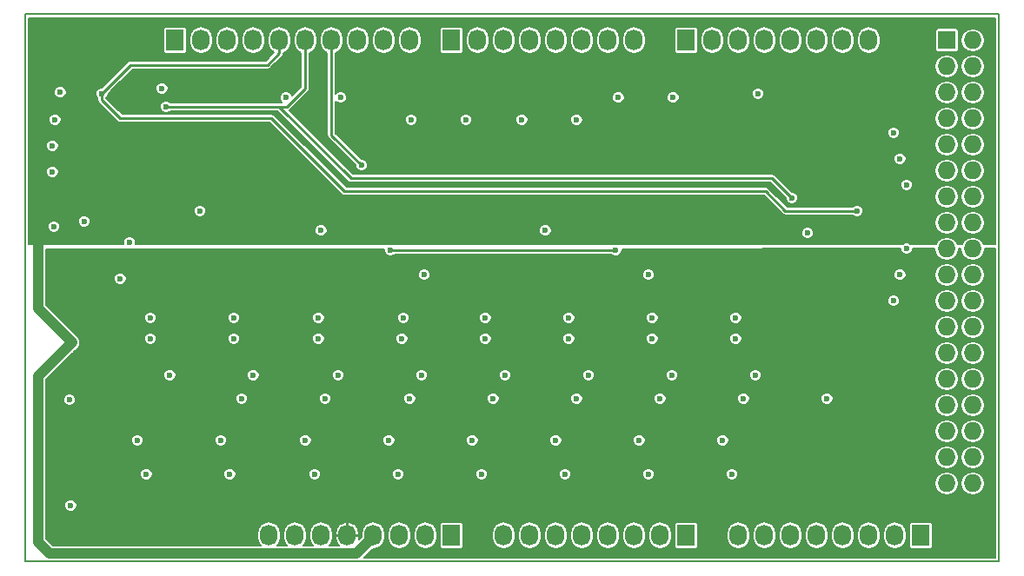
<source format=gbr>
G04 #@! TF.FileFunction,Copper,L3,Inr,Plane*
%FSLAX46Y46*%
G04 Gerber Fmt 4.6, Leading zero omitted, Abs format (unit mm)*
G04 Created by KiCad (PCBNEW 4.0.5+dfsg1-4) date Sun Mar 19 16:59:55 2017*
%MOMM*%
%LPD*%
G01*
G04 APERTURE LIST*
%ADD10C,0.020000*%
%ADD11C,0.150000*%
%ADD12R,1.727200X2.032000*%
%ADD13O,1.727200X2.032000*%
%ADD14R,1.727200X1.727200*%
%ADD15O,1.727200X1.727200*%
%ADD16C,0.600000*%
%ADD17C,1.000000*%
%ADD18C,0.250000*%
%ADD19C,0.200000*%
G04 APERTURE END LIST*
D10*
D11*
X56261000Y-73660000D02*
X56261000Y-20320000D01*
X151130000Y-73660000D02*
X56261000Y-73660000D01*
X151130000Y-20320000D02*
X151130000Y-73660000D01*
X56261000Y-20320000D02*
X151130000Y-20320000D01*
D12*
X70866000Y-22860000D03*
D13*
X73406000Y-22860000D03*
X75946000Y-22860000D03*
X78486000Y-22860000D03*
X81026000Y-22860000D03*
X83566000Y-22860000D03*
X86106000Y-22860000D03*
X88646000Y-22860000D03*
X91186000Y-22860000D03*
X93726000Y-22860000D03*
D12*
X97790000Y-71120000D03*
D13*
X95250000Y-71120000D03*
X92710000Y-71120000D03*
X90170000Y-71120000D03*
X87630000Y-71120000D03*
X85090000Y-71120000D03*
X82550000Y-71120000D03*
X80010000Y-71120000D03*
D12*
X97790000Y-22860000D03*
D13*
X100330000Y-22860000D03*
X102870000Y-22860000D03*
X105410000Y-22860000D03*
X107950000Y-22860000D03*
X110490000Y-22860000D03*
X113030000Y-22860000D03*
X115570000Y-22860000D03*
D12*
X120650000Y-71120000D03*
D13*
X118110000Y-71120000D03*
X115570000Y-71120000D03*
X113030000Y-71120000D03*
X110490000Y-71120000D03*
X107950000Y-71120000D03*
X105410000Y-71120000D03*
X102870000Y-71120000D03*
D12*
X120650000Y-22860000D03*
D13*
X123190000Y-22860000D03*
X125730000Y-22860000D03*
X128270000Y-22860000D03*
X130810000Y-22860000D03*
X133350000Y-22860000D03*
X135890000Y-22860000D03*
X138430000Y-22860000D03*
D12*
X143510000Y-71120000D03*
D13*
X140970000Y-71120000D03*
X138430000Y-71120000D03*
X135890000Y-71120000D03*
X133350000Y-71120000D03*
X130810000Y-71120000D03*
X128270000Y-71120000D03*
X125730000Y-71120000D03*
D14*
X146050000Y-22860000D03*
D15*
X148590000Y-22860000D03*
X146050000Y-25400000D03*
X148590000Y-25400000D03*
X146050000Y-27940000D03*
X148590000Y-27940000D03*
X146050000Y-30480000D03*
X148590000Y-30480000D03*
X146050000Y-33020000D03*
X148590000Y-33020000D03*
X146050000Y-35560000D03*
X148590000Y-35560000D03*
X146050000Y-38100000D03*
X148590000Y-38100000D03*
X146050000Y-40640000D03*
X148590000Y-40640000D03*
X146050000Y-43180000D03*
X148590000Y-43180000D03*
X146050000Y-45720000D03*
X148590000Y-45720000D03*
X146050000Y-48260000D03*
X148590000Y-48260000D03*
X146050000Y-50800000D03*
X148590000Y-50800000D03*
X146050000Y-53340000D03*
X148590000Y-53340000D03*
X146050000Y-55880000D03*
X148590000Y-55880000D03*
X146050000Y-58420000D03*
X148590000Y-58420000D03*
X146050000Y-60960000D03*
X148590000Y-60960000D03*
X146050000Y-63500000D03*
X148590000Y-63500000D03*
X146050000Y-66040000D03*
X148590000Y-66040000D03*
D16*
X71882000Y-24638000D03*
X83947000Y-38354000D03*
X105791000Y-38354000D03*
X128143000Y-41656000D03*
X60833000Y-52324000D03*
X62000000Y-40500000D03*
X59055000Y-41021000D03*
X106934000Y-41402000D03*
X85090000Y-41402000D03*
X60579000Y-57912000D03*
X60706000Y-68199000D03*
X132461000Y-41656000D03*
X69596000Y-27559000D03*
X125095000Y-65151000D03*
X116967000Y-65151000D03*
X108839000Y-65151000D03*
X100711000Y-65151000D03*
X92583000Y-65151000D03*
X84455000Y-65151000D03*
X76200000Y-65151000D03*
X68072000Y-65151000D03*
X134366000Y-57785000D03*
X126238000Y-57785000D03*
X118110000Y-57785000D03*
X109982000Y-57785000D03*
X101854000Y-57785000D03*
X93726000Y-57785000D03*
X85471000Y-57785000D03*
X77343000Y-57785000D03*
X127381000Y-55499000D03*
X119253000Y-55499000D03*
X111125000Y-55499000D03*
X102997000Y-55499000D03*
X94869000Y-55499000D03*
X86741000Y-55499000D03*
X78486000Y-55499000D03*
X70358000Y-55499000D03*
X125476000Y-49911000D03*
X117348000Y-49911000D03*
X109220000Y-49911000D03*
X101092000Y-49911000D03*
X93091000Y-49911000D03*
X84836000Y-49911000D03*
X76581000Y-49911000D03*
X68453000Y-49911000D03*
X65532000Y-46101000D03*
X95123000Y-45720000D03*
X116967000Y-45720000D03*
X119380000Y-28448000D03*
X114046000Y-28448000D03*
X109982000Y-30607000D03*
X104648000Y-30607000D03*
X99187000Y-30607000D03*
X93853000Y-30607000D03*
X86995000Y-28448000D03*
X81661000Y-28448000D03*
X127635000Y-28067000D03*
X73279000Y-39497000D03*
X59055000Y-48260000D03*
X134366000Y-59817000D03*
X126238000Y-59817000D03*
X118110000Y-59817000D03*
X109982000Y-59817000D03*
X101854000Y-59817000D03*
X93726000Y-59817000D03*
X85471000Y-59817000D03*
X77343000Y-59817000D03*
X68072000Y-48133000D03*
X60579000Y-62611000D03*
X137287000Y-39497000D03*
X63754000Y-28067000D03*
X130937000Y-38227000D03*
X69977000Y-29337000D03*
X89027000Y-35052000D03*
X113792000Y-43307000D03*
X91821000Y-43307000D03*
X58928000Y-35687000D03*
X58928000Y-33147000D03*
X59182000Y-30607000D03*
X59690000Y-27940000D03*
X140843000Y-48260000D03*
X140843000Y-31877000D03*
X141478000Y-45720000D03*
X141478000Y-34417000D03*
X142113000Y-43180000D03*
X142113000Y-36957000D03*
X76581000Y-51943000D03*
X124206000Y-61849000D03*
X116078000Y-61849000D03*
X107950000Y-61849000D03*
X99822000Y-61849000D03*
X91694000Y-61849000D03*
X83566000Y-61849000D03*
X75311000Y-61849000D03*
X67183000Y-61849000D03*
X68453000Y-51943000D03*
X84836000Y-51943000D03*
X92964000Y-51943000D03*
X101092000Y-51943000D03*
X109220000Y-51943000D03*
X117348000Y-51943000D03*
X66421000Y-42545000D03*
X125476000Y-51943000D03*
D17*
X90170000Y-71120000D02*
X90170000Y-71247000D01*
X90170000Y-71247000D02*
X88519000Y-72898000D01*
X88519000Y-72898000D02*
X58674000Y-72898000D01*
X58674000Y-72898000D02*
X57531000Y-71755000D01*
X57531000Y-71755000D02*
X57531000Y-55626000D01*
X57531000Y-55626000D02*
X60833000Y-52324000D01*
X57531000Y-49022000D02*
X57531000Y-42164000D01*
X60833000Y-52324000D02*
X57531000Y-49022000D01*
D18*
X63754000Y-28067000D02*
X63754000Y-28702000D01*
X130302000Y-39497000D02*
X137287000Y-39497000D01*
X128397000Y-37592000D02*
X130302000Y-39497000D01*
X87376000Y-37592000D02*
X128397000Y-37592000D01*
X80264000Y-30480000D02*
X87376000Y-37592000D01*
X65532000Y-30480000D02*
X80264000Y-30480000D01*
X63754000Y-28702000D02*
X65532000Y-30480000D01*
X81026000Y-22860000D02*
X81026000Y-24130000D01*
X66548000Y-25273000D02*
X63754000Y-28067000D01*
X79883000Y-25273000D02*
X66548000Y-25273000D01*
X81026000Y-24130000D02*
X79883000Y-25273000D01*
X69977000Y-29337000D02*
X81026000Y-29337000D01*
X129032000Y-36322000D02*
X130937000Y-38227000D01*
X88011000Y-36322000D02*
X129032000Y-36322000D01*
X81026000Y-29337000D02*
X88011000Y-36322000D01*
X83566000Y-22860000D02*
X83566000Y-27559000D01*
X81788000Y-29337000D02*
X69977000Y-29337000D01*
X83566000Y-27559000D02*
X81788000Y-29337000D01*
X69977000Y-29337000D02*
X69977000Y-29337000D01*
X86106000Y-22860000D02*
X86106000Y-32131000D01*
X86106000Y-32131000D02*
X89027000Y-35052000D01*
X91821000Y-43307000D02*
X113792000Y-43307000D01*
D19*
G36*
X150755000Y-42699000D02*
X149663961Y-42699000D01*
X149435585Y-42357211D01*
X149058086Y-42104974D01*
X148612796Y-42016400D01*
X148567204Y-42016400D01*
X148121914Y-42104974D01*
X147744415Y-42357211D01*
X147516039Y-42699000D01*
X147123961Y-42699000D01*
X146895585Y-42357211D01*
X146518086Y-42104974D01*
X146072796Y-42016400D01*
X146027204Y-42016400D01*
X145581914Y-42104974D01*
X145204415Y-42357211D01*
X144976039Y-42699000D01*
X142480628Y-42699000D01*
X142453317Y-42671641D01*
X142232871Y-42580104D01*
X141994176Y-42579896D01*
X141773571Y-42671048D01*
X141745570Y-42699000D01*
X67006724Y-42699000D01*
X67020896Y-42664871D01*
X67021104Y-42426176D01*
X66929952Y-42205571D01*
X66761317Y-42036641D01*
X66540871Y-41945104D01*
X66302176Y-41944896D01*
X66081571Y-42036048D01*
X65912641Y-42204683D01*
X65821104Y-42425129D01*
X65820896Y-42663824D01*
X65835430Y-42699000D01*
X56636000Y-42699000D01*
X56636000Y-41139824D01*
X58454896Y-41139824D01*
X58546048Y-41360429D01*
X58714683Y-41529359D01*
X58935129Y-41620896D01*
X59173824Y-41621104D01*
X59394429Y-41529952D01*
X59403572Y-41520824D01*
X84489896Y-41520824D01*
X84581048Y-41741429D01*
X84749683Y-41910359D01*
X84970129Y-42001896D01*
X85208824Y-42002104D01*
X85429429Y-41910952D01*
X85598359Y-41742317D01*
X85689896Y-41521871D01*
X85689896Y-41520824D01*
X106333896Y-41520824D01*
X106425048Y-41741429D01*
X106593683Y-41910359D01*
X106814129Y-42001896D01*
X107052824Y-42002104D01*
X107273429Y-41910952D01*
X107409795Y-41774824D01*
X131860896Y-41774824D01*
X131952048Y-41995429D01*
X132120683Y-42164359D01*
X132341129Y-42255896D01*
X132579824Y-42256104D01*
X132800429Y-42164952D01*
X132969359Y-41996317D01*
X133060896Y-41775871D01*
X133061104Y-41537176D01*
X132969952Y-41316571D01*
X132801317Y-41147641D01*
X132580871Y-41056104D01*
X132342176Y-41055896D01*
X132121571Y-41147048D01*
X131952641Y-41315683D01*
X131861104Y-41536129D01*
X131860896Y-41774824D01*
X107409795Y-41774824D01*
X107442359Y-41742317D01*
X107533896Y-41521871D01*
X107534104Y-41283176D01*
X107442952Y-41062571D01*
X107274317Y-40893641D01*
X107053871Y-40802104D01*
X106815176Y-40801896D01*
X106594571Y-40893048D01*
X106425641Y-41061683D01*
X106334104Y-41282129D01*
X106333896Y-41520824D01*
X85689896Y-41520824D01*
X85690104Y-41283176D01*
X85598952Y-41062571D01*
X85430317Y-40893641D01*
X85209871Y-40802104D01*
X84971176Y-40801896D01*
X84750571Y-40893048D01*
X84581641Y-41061683D01*
X84490104Y-41282129D01*
X84489896Y-41520824D01*
X59403572Y-41520824D01*
X59563359Y-41361317D01*
X59654896Y-41140871D01*
X59655104Y-40902176D01*
X59563952Y-40681571D01*
X59501315Y-40618824D01*
X61399896Y-40618824D01*
X61491048Y-40839429D01*
X61659683Y-41008359D01*
X61880129Y-41099896D01*
X62118824Y-41100104D01*
X62339429Y-41008952D01*
X62508359Y-40840317D01*
X62591537Y-40640000D01*
X144863604Y-40640000D01*
X144952178Y-41085290D01*
X145204415Y-41462789D01*
X145581914Y-41715026D01*
X146027204Y-41803600D01*
X146072796Y-41803600D01*
X146518086Y-41715026D01*
X146895585Y-41462789D01*
X147147822Y-41085290D01*
X147236396Y-40640000D01*
X147403604Y-40640000D01*
X147492178Y-41085290D01*
X147744415Y-41462789D01*
X148121914Y-41715026D01*
X148567204Y-41803600D01*
X148612796Y-41803600D01*
X149058086Y-41715026D01*
X149435585Y-41462789D01*
X149687822Y-41085290D01*
X149776396Y-40640000D01*
X149687822Y-40194710D01*
X149435585Y-39817211D01*
X149058086Y-39564974D01*
X148612796Y-39476400D01*
X148567204Y-39476400D01*
X148121914Y-39564974D01*
X147744415Y-39817211D01*
X147492178Y-40194710D01*
X147403604Y-40640000D01*
X147236396Y-40640000D01*
X147147822Y-40194710D01*
X146895585Y-39817211D01*
X146518086Y-39564974D01*
X146072796Y-39476400D01*
X146027204Y-39476400D01*
X145581914Y-39564974D01*
X145204415Y-39817211D01*
X144952178Y-40194710D01*
X144863604Y-40640000D01*
X62591537Y-40640000D01*
X62599896Y-40619871D01*
X62600104Y-40381176D01*
X62508952Y-40160571D01*
X62340317Y-39991641D01*
X62119871Y-39900104D01*
X61881176Y-39899896D01*
X61660571Y-39991048D01*
X61491641Y-40159683D01*
X61400104Y-40380129D01*
X61399896Y-40618824D01*
X59501315Y-40618824D01*
X59395317Y-40512641D01*
X59174871Y-40421104D01*
X58936176Y-40420896D01*
X58715571Y-40512048D01*
X58546641Y-40680683D01*
X58455104Y-40901129D01*
X58454896Y-41139824D01*
X56636000Y-41139824D01*
X56636000Y-39615824D01*
X72678896Y-39615824D01*
X72770048Y-39836429D01*
X72938683Y-40005359D01*
X73159129Y-40096896D01*
X73397824Y-40097104D01*
X73618429Y-40005952D01*
X73787359Y-39837317D01*
X73878896Y-39616871D01*
X73879104Y-39378176D01*
X73787952Y-39157571D01*
X73619317Y-38988641D01*
X73398871Y-38897104D01*
X73160176Y-38896896D01*
X72939571Y-38988048D01*
X72770641Y-39156683D01*
X72679104Y-39377129D01*
X72678896Y-39615824D01*
X56636000Y-39615824D01*
X56636000Y-35805824D01*
X58327896Y-35805824D01*
X58419048Y-36026429D01*
X58587683Y-36195359D01*
X58808129Y-36286896D01*
X59046824Y-36287104D01*
X59267429Y-36195952D01*
X59436359Y-36027317D01*
X59527896Y-35806871D01*
X59528104Y-35568176D01*
X59436952Y-35347571D01*
X59268317Y-35178641D01*
X59047871Y-35087104D01*
X58809176Y-35086896D01*
X58588571Y-35178048D01*
X58419641Y-35346683D01*
X58328104Y-35567129D01*
X58327896Y-35805824D01*
X56636000Y-35805824D01*
X56636000Y-33265824D01*
X58327896Y-33265824D01*
X58419048Y-33486429D01*
X58587683Y-33655359D01*
X58808129Y-33746896D01*
X59046824Y-33747104D01*
X59267429Y-33655952D01*
X59436359Y-33487317D01*
X59527896Y-33266871D01*
X59528104Y-33028176D01*
X59436952Y-32807571D01*
X59268317Y-32638641D01*
X59047871Y-32547104D01*
X58809176Y-32546896D01*
X58588571Y-32638048D01*
X58419641Y-32806683D01*
X58328104Y-33027129D01*
X58327896Y-33265824D01*
X56636000Y-33265824D01*
X56636000Y-30725824D01*
X58581896Y-30725824D01*
X58673048Y-30946429D01*
X58841683Y-31115359D01*
X59062129Y-31206896D01*
X59300824Y-31207104D01*
X59521429Y-31115952D01*
X59690359Y-30947317D01*
X59781896Y-30726871D01*
X59782104Y-30488176D01*
X59690952Y-30267571D01*
X59522317Y-30098641D01*
X59301871Y-30007104D01*
X59063176Y-30006896D01*
X58842571Y-30098048D01*
X58673641Y-30266683D01*
X58582104Y-30487129D01*
X58581896Y-30725824D01*
X56636000Y-30725824D01*
X56636000Y-28058824D01*
X59089896Y-28058824D01*
X59181048Y-28279429D01*
X59349683Y-28448359D01*
X59570129Y-28539896D01*
X59808824Y-28540104D01*
X60029429Y-28448952D01*
X60198359Y-28280317D01*
X60237595Y-28185824D01*
X63153896Y-28185824D01*
X63245048Y-28406429D01*
X63329000Y-28490528D01*
X63329000Y-28702000D01*
X63354072Y-28828048D01*
X63361351Y-28864641D01*
X63453480Y-29002520D01*
X65231480Y-30780521D01*
X65369359Y-30872649D01*
X65532000Y-30905000D01*
X80087960Y-30905000D01*
X87075480Y-37892520D01*
X87213359Y-37984649D01*
X87376000Y-38017000D01*
X128220960Y-38017000D01*
X130001480Y-39797520D01*
X130139359Y-39889649D01*
X130302000Y-39922000D01*
X136863470Y-39922000D01*
X136946683Y-40005359D01*
X137167129Y-40096896D01*
X137405824Y-40097104D01*
X137626429Y-40005952D01*
X137795359Y-39837317D01*
X137886896Y-39616871D01*
X137887104Y-39378176D01*
X137795952Y-39157571D01*
X137627317Y-38988641D01*
X137406871Y-38897104D01*
X137168176Y-38896896D01*
X136947571Y-38988048D01*
X136863472Y-39072000D01*
X130478040Y-39072000D01*
X128697520Y-37291480D01*
X128559641Y-37199351D01*
X128532657Y-37193984D01*
X128397000Y-37167000D01*
X87552040Y-37167000D01*
X80564520Y-30179480D01*
X80426641Y-30087351D01*
X80399657Y-30081984D01*
X80264000Y-30055000D01*
X65708041Y-30055000D01*
X65108865Y-29455824D01*
X69376896Y-29455824D01*
X69468048Y-29676429D01*
X69636683Y-29845359D01*
X69857129Y-29936896D01*
X70095824Y-29937104D01*
X70316429Y-29845952D01*
X70400528Y-29762000D01*
X80849960Y-29762000D01*
X87710480Y-36622521D01*
X87848359Y-36714649D01*
X88011000Y-36747000D01*
X128855960Y-36747000D01*
X130336999Y-38228039D01*
X130336896Y-38345824D01*
X130428048Y-38566429D01*
X130596683Y-38735359D01*
X130817129Y-38826896D01*
X131055824Y-38827104D01*
X131276429Y-38735952D01*
X131445359Y-38567317D01*
X131536896Y-38346871D01*
X131537104Y-38108176D01*
X131533726Y-38100000D01*
X144863604Y-38100000D01*
X144952178Y-38545290D01*
X145204415Y-38922789D01*
X145581914Y-39175026D01*
X146027204Y-39263600D01*
X146072796Y-39263600D01*
X146518086Y-39175026D01*
X146895585Y-38922789D01*
X147147822Y-38545290D01*
X147236396Y-38100000D01*
X147403604Y-38100000D01*
X147492178Y-38545290D01*
X147744415Y-38922789D01*
X148121914Y-39175026D01*
X148567204Y-39263600D01*
X148612796Y-39263600D01*
X149058086Y-39175026D01*
X149435585Y-38922789D01*
X149687822Y-38545290D01*
X149776396Y-38100000D01*
X149687822Y-37654710D01*
X149435585Y-37277211D01*
X149058086Y-37024974D01*
X148612796Y-36936400D01*
X148567204Y-36936400D01*
X148121914Y-37024974D01*
X147744415Y-37277211D01*
X147492178Y-37654710D01*
X147403604Y-38100000D01*
X147236396Y-38100000D01*
X147147822Y-37654710D01*
X146895585Y-37277211D01*
X146518086Y-37024974D01*
X146072796Y-36936400D01*
X146027204Y-36936400D01*
X145581914Y-37024974D01*
X145204415Y-37277211D01*
X144952178Y-37654710D01*
X144863604Y-38100000D01*
X131533726Y-38100000D01*
X131445952Y-37887571D01*
X131277317Y-37718641D01*
X131056871Y-37627104D01*
X130938040Y-37627000D01*
X130386864Y-37075824D01*
X141512896Y-37075824D01*
X141604048Y-37296429D01*
X141772683Y-37465359D01*
X141993129Y-37556896D01*
X142231824Y-37557104D01*
X142452429Y-37465952D01*
X142621359Y-37297317D01*
X142712896Y-37076871D01*
X142713104Y-36838176D01*
X142621952Y-36617571D01*
X142453317Y-36448641D01*
X142232871Y-36357104D01*
X141994176Y-36356896D01*
X141773571Y-36448048D01*
X141604641Y-36616683D01*
X141513104Y-36837129D01*
X141512896Y-37075824D01*
X130386864Y-37075824D01*
X129332520Y-36021480D01*
X129194641Y-35929351D01*
X129167657Y-35923984D01*
X129032000Y-35897000D01*
X88187041Y-35897000D01*
X81992032Y-29701992D01*
X82088520Y-29637520D01*
X83866521Y-27859520D01*
X83958649Y-27721641D01*
X83991000Y-27559000D01*
X83991000Y-24117244D01*
X84011290Y-24113208D01*
X84388789Y-23860971D01*
X84641026Y-23483472D01*
X84729600Y-23038182D01*
X84729600Y-22681818D01*
X84942400Y-22681818D01*
X84942400Y-23038182D01*
X85030974Y-23483472D01*
X85283211Y-23860971D01*
X85660710Y-24113208D01*
X85681000Y-24117244D01*
X85681000Y-32131000D01*
X85707984Y-32266657D01*
X85713351Y-32293641D01*
X85805480Y-32431520D01*
X88426999Y-35053040D01*
X88426896Y-35170824D01*
X88518048Y-35391429D01*
X88686683Y-35560359D01*
X88907129Y-35651896D01*
X89145824Y-35652104D01*
X89366429Y-35560952D01*
X89367382Y-35560000D01*
X144863604Y-35560000D01*
X144952178Y-36005290D01*
X145204415Y-36382789D01*
X145581914Y-36635026D01*
X146027204Y-36723600D01*
X146072796Y-36723600D01*
X146518086Y-36635026D01*
X146895585Y-36382789D01*
X147147822Y-36005290D01*
X147236396Y-35560000D01*
X147403604Y-35560000D01*
X147492178Y-36005290D01*
X147744415Y-36382789D01*
X148121914Y-36635026D01*
X148567204Y-36723600D01*
X148612796Y-36723600D01*
X149058086Y-36635026D01*
X149435585Y-36382789D01*
X149687822Y-36005290D01*
X149776396Y-35560000D01*
X149687822Y-35114710D01*
X149435585Y-34737211D01*
X149058086Y-34484974D01*
X148612796Y-34396400D01*
X148567204Y-34396400D01*
X148121914Y-34484974D01*
X147744415Y-34737211D01*
X147492178Y-35114710D01*
X147403604Y-35560000D01*
X147236396Y-35560000D01*
X147147822Y-35114710D01*
X146895585Y-34737211D01*
X146518086Y-34484974D01*
X146072796Y-34396400D01*
X146027204Y-34396400D01*
X145581914Y-34484974D01*
X145204415Y-34737211D01*
X144952178Y-35114710D01*
X144863604Y-35560000D01*
X89367382Y-35560000D01*
X89535359Y-35392317D01*
X89626896Y-35171871D01*
X89627104Y-34933176D01*
X89535952Y-34712571D01*
X89367317Y-34543641D01*
X89348492Y-34535824D01*
X140877896Y-34535824D01*
X140969048Y-34756429D01*
X141137683Y-34925359D01*
X141358129Y-35016896D01*
X141596824Y-35017104D01*
X141817429Y-34925952D01*
X141986359Y-34757317D01*
X142077896Y-34536871D01*
X142078104Y-34298176D01*
X141986952Y-34077571D01*
X141818317Y-33908641D01*
X141597871Y-33817104D01*
X141359176Y-33816896D01*
X141138571Y-33908048D01*
X140969641Y-34076683D01*
X140878104Y-34297129D01*
X140877896Y-34535824D01*
X89348492Y-34535824D01*
X89146871Y-34452104D01*
X89028041Y-34452000D01*
X87596041Y-33020000D01*
X144863604Y-33020000D01*
X144952178Y-33465290D01*
X145204415Y-33842789D01*
X145581914Y-34095026D01*
X146027204Y-34183600D01*
X146072796Y-34183600D01*
X146518086Y-34095026D01*
X146895585Y-33842789D01*
X147147822Y-33465290D01*
X147236396Y-33020000D01*
X147403604Y-33020000D01*
X147492178Y-33465290D01*
X147744415Y-33842789D01*
X148121914Y-34095026D01*
X148567204Y-34183600D01*
X148612796Y-34183600D01*
X149058086Y-34095026D01*
X149435585Y-33842789D01*
X149687822Y-33465290D01*
X149776396Y-33020000D01*
X149687822Y-32574710D01*
X149435585Y-32197211D01*
X149058086Y-31944974D01*
X148612796Y-31856400D01*
X148567204Y-31856400D01*
X148121914Y-31944974D01*
X147744415Y-32197211D01*
X147492178Y-32574710D01*
X147403604Y-33020000D01*
X147236396Y-33020000D01*
X147147822Y-32574710D01*
X146895585Y-32197211D01*
X146518086Y-31944974D01*
X146072796Y-31856400D01*
X146027204Y-31856400D01*
X145581914Y-31944974D01*
X145204415Y-32197211D01*
X144952178Y-32574710D01*
X144863604Y-33020000D01*
X87596041Y-33020000D01*
X86571865Y-31995824D01*
X140242896Y-31995824D01*
X140334048Y-32216429D01*
X140502683Y-32385359D01*
X140723129Y-32476896D01*
X140961824Y-32477104D01*
X141182429Y-32385952D01*
X141351359Y-32217317D01*
X141442896Y-31996871D01*
X141443104Y-31758176D01*
X141351952Y-31537571D01*
X141183317Y-31368641D01*
X140962871Y-31277104D01*
X140724176Y-31276896D01*
X140503571Y-31368048D01*
X140334641Y-31536683D01*
X140243104Y-31757129D01*
X140242896Y-31995824D01*
X86571865Y-31995824D01*
X86531000Y-31954960D01*
X86531000Y-30725824D01*
X93252896Y-30725824D01*
X93344048Y-30946429D01*
X93512683Y-31115359D01*
X93733129Y-31206896D01*
X93971824Y-31207104D01*
X94192429Y-31115952D01*
X94361359Y-30947317D01*
X94452896Y-30726871D01*
X94452896Y-30725824D01*
X98586896Y-30725824D01*
X98678048Y-30946429D01*
X98846683Y-31115359D01*
X99067129Y-31206896D01*
X99305824Y-31207104D01*
X99526429Y-31115952D01*
X99695359Y-30947317D01*
X99786896Y-30726871D01*
X99786896Y-30725824D01*
X104047896Y-30725824D01*
X104139048Y-30946429D01*
X104307683Y-31115359D01*
X104528129Y-31206896D01*
X104766824Y-31207104D01*
X104987429Y-31115952D01*
X105156359Y-30947317D01*
X105247896Y-30726871D01*
X105247896Y-30725824D01*
X109381896Y-30725824D01*
X109473048Y-30946429D01*
X109641683Y-31115359D01*
X109862129Y-31206896D01*
X110100824Y-31207104D01*
X110321429Y-31115952D01*
X110490359Y-30947317D01*
X110581896Y-30726871D01*
X110582104Y-30488176D01*
X110578726Y-30480000D01*
X144863604Y-30480000D01*
X144952178Y-30925290D01*
X145204415Y-31302789D01*
X145581914Y-31555026D01*
X146027204Y-31643600D01*
X146072796Y-31643600D01*
X146518086Y-31555026D01*
X146895585Y-31302789D01*
X147147822Y-30925290D01*
X147236396Y-30480000D01*
X147403604Y-30480000D01*
X147492178Y-30925290D01*
X147744415Y-31302789D01*
X148121914Y-31555026D01*
X148567204Y-31643600D01*
X148612796Y-31643600D01*
X149058086Y-31555026D01*
X149435585Y-31302789D01*
X149687822Y-30925290D01*
X149776396Y-30480000D01*
X149687822Y-30034710D01*
X149435585Y-29657211D01*
X149058086Y-29404974D01*
X148612796Y-29316400D01*
X148567204Y-29316400D01*
X148121914Y-29404974D01*
X147744415Y-29657211D01*
X147492178Y-30034710D01*
X147403604Y-30480000D01*
X147236396Y-30480000D01*
X147147822Y-30034710D01*
X146895585Y-29657211D01*
X146518086Y-29404974D01*
X146072796Y-29316400D01*
X146027204Y-29316400D01*
X145581914Y-29404974D01*
X145204415Y-29657211D01*
X144952178Y-30034710D01*
X144863604Y-30480000D01*
X110578726Y-30480000D01*
X110490952Y-30267571D01*
X110322317Y-30098641D01*
X110101871Y-30007104D01*
X109863176Y-30006896D01*
X109642571Y-30098048D01*
X109473641Y-30266683D01*
X109382104Y-30487129D01*
X109381896Y-30725824D01*
X105247896Y-30725824D01*
X105248104Y-30488176D01*
X105156952Y-30267571D01*
X104988317Y-30098641D01*
X104767871Y-30007104D01*
X104529176Y-30006896D01*
X104308571Y-30098048D01*
X104139641Y-30266683D01*
X104048104Y-30487129D01*
X104047896Y-30725824D01*
X99786896Y-30725824D01*
X99787104Y-30488176D01*
X99695952Y-30267571D01*
X99527317Y-30098641D01*
X99306871Y-30007104D01*
X99068176Y-30006896D01*
X98847571Y-30098048D01*
X98678641Y-30266683D01*
X98587104Y-30487129D01*
X98586896Y-30725824D01*
X94452896Y-30725824D01*
X94453104Y-30488176D01*
X94361952Y-30267571D01*
X94193317Y-30098641D01*
X93972871Y-30007104D01*
X93734176Y-30006896D01*
X93513571Y-30098048D01*
X93344641Y-30266683D01*
X93253104Y-30487129D01*
X93252896Y-30725824D01*
X86531000Y-30725824D01*
X86531000Y-28832460D01*
X86654683Y-28956359D01*
X86875129Y-29047896D01*
X87113824Y-29048104D01*
X87334429Y-28956952D01*
X87503359Y-28788317D01*
X87594896Y-28567871D01*
X87594896Y-28566824D01*
X113445896Y-28566824D01*
X113537048Y-28787429D01*
X113705683Y-28956359D01*
X113926129Y-29047896D01*
X114164824Y-29048104D01*
X114385429Y-28956952D01*
X114554359Y-28788317D01*
X114645896Y-28567871D01*
X114645896Y-28566824D01*
X118779896Y-28566824D01*
X118871048Y-28787429D01*
X119039683Y-28956359D01*
X119260129Y-29047896D01*
X119498824Y-29048104D01*
X119719429Y-28956952D01*
X119888359Y-28788317D01*
X119979896Y-28567871D01*
X119980104Y-28329176D01*
X119920873Y-28185824D01*
X127034896Y-28185824D01*
X127126048Y-28406429D01*
X127294683Y-28575359D01*
X127515129Y-28666896D01*
X127753824Y-28667104D01*
X127974429Y-28575952D01*
X128143359Y-28407317D01*
X128234896Y-28186871D01*
X128235104Y-27948176D01*
X128231726Y-27940000D01*
X144863604Y-27940000D01*
X144952178Y-28385290D01*
X145204415Y-28762789D01*
X145581914Y-29015026D01*
X146027204Y-29103600D01*
X146072796Y-29103600D01*
X146518086Y-29015026D01*
X146895585Y-28762789D01*
X147147822Y-28385290D01*
X147236396Y-27940000D01*
X147403604Y-27940000D01*
X147492178Y-28385290D01*
X147744415Y-28762789D01*
X148121914Y-29015026D01*
X148567204Y-29103600D01*
X148612796Y-29103600D01*
X149058086Y-29015026D01*
X149435585Y-28762789D01*
X149687822Y-28385290D01*
X149776396Y-27940000D01*
X149687822Y-27494710D01*
X149435585Y-27117211D01*
X149058086Y-26864974D01*
X148612796Y-26776400D01*
X148567204Y-26776400D01*
X148121914Y-26864974D01*
X147744415Y-27117211D01*
X147492178Y-27494710D01*
X147403604Y-27940000D01*
X147236396Y-27940000D01*
X147147822Y-27494710D01*
X146895585Y-27117211D01*
X146518086Y-26864974D01*
X146072796Y-26776400D01*
X146027204Y-26776400D01*
X145581914Y-26864974D01*
X145204415Y-27117211D01*
X144952178Y-27494710D01*
X144863604Y-27940000D01*
X128231726Y-27940000D01*
X128143952Y-27727571D01*
X127975317Y-27558641D01*
X127754871Y-27467104D01*
X127516176Y-27466896D01*
X127295571Y-27558048D01*
X127126641Y-27726683D01*
X127035104Y-27947129D01*
X127034896Y-28185824D01*
X119920873Y-28185824D01*
X119888952Y-28108571D01*
X119720317Y-27939641D01*
X119499871Y-27848104D01*
X119261176Y-27847896D01*
X119040571Y-27939048D01*
X118871641Y-28107683D01*
X118780104Y-28328129D01*
X118779896Y-28566824D01*
X114645896Y-28566824D01*
X114646104Y-28329176D01*
X114554952Y-28108571D01*
X114386317Y-27939641D01*
X114165871Y-27848104D01*
X113927176Y-27847896D01*
X113706571Y-27939048D01*
X113537641Y-28107683D01*
X113446104Y-28328129D01*
X113445896Y-28566824D01*
X87594896Y-28566824D01*
X87595104Y-28329176D01*
X87503952Y-28108571D01*
X87335317Y-27939641D01*
X87114871Y-27848104D01*
X86876176Y-27847896D01*
X86655571Y-27939048D01*
X86531000Y-28063401D01*
X86531000Y-25400000D01*
X144863604Y-25400000D01*
X144952178Y-25845290D01*
X145204415Y-26222789D01*
X145581914Y-26475026D01*
X146027204Y-26563600D01*
X146072796Y-26563600D01*
X146518086Y-26475026D01*
X146895585Y-26222789D01*
X147147822Y-25845290D01*
X147236396Y-25400000D01*
X147403604Y-25400000D01*
X147492178Y-25845290D01*
X147744415Y-26222789D01*
X148121914Y-26475026D01*
X148567204Y-26563600D01*
X148612796Y-26563600D01*
X149058086Y-26475026D01*
X149435585Y-26222789D01*
X149687822Y-25845290D01*
X149776396Y-25400000D01*
X149687822Y-24954710D01*
X149435585Y-24577211D01*
X149058086Y-24324974D01*
X148612796Y-24236400D01*
X148567204Y-24236400D01*
X148121914Y-24324974D01*
X147744415Y-24577211D01*
X147492178Y-24954710D01*
X147403604Y-25400000D01*
X147236396Y-25400000D01*
X147147822Y-24954710D01*
X146895585Y-24577211D01*
X146518086Y-24324974D01*
X146072796Y-24236400D01*
X146027204Y-24236400D01*
X145581914Y-24324974D01*
X145204415Y-24577211D01*
X144952178Y-24954710D01*
X144863604Y-25400000D01*
X86531000Y-25400000D01*
X86531000Y-24117244D01*
X86551290Y-24113208D01*
X86928789Y-23860971D01*
X87181026Y-23483472D01*
X87269600Y-23038182D01*
X87269600Y-22681818D01*
X87482400Y-22681818D01*
X87482400Y-23038182D01*
X87570974Y-23483472D01*
X87823211Y-23860971D01*
X88200710Y-24113208D01*
X88646000Y-24201782D01*
X89091290Y-24113208D01*
X89468789Y-23860971D01*
X89721026Y-23483472D01*
X89809600Y-23038182D01*
X89809600Y-22681818D01*
X90022400Y-22681818D01*
X90022400Y-23038182D01*
X90110974Y-23483472D01*
X90363211Y-23860971D01*
X90740710Y-24113208D01*
X91186000Y-24201782D01*
X91631290Y-24113208D01*
X92008789Y-23860971D01*
X92261026Y-23483472D01*
X92349600Y-23038182D01*
X92349600Y-22681818D01*
X92562400Y-22681818D01*
X92562400Y-23038182D01*
X92650974Y-23483472D01*
X92903211Y-23860971D01*
X93280710Y-24113208D01*
X93726000Y-24201782D01*
X94171290Y-24113208D01*
X94548789Y-23860971D01*
X94801026Y-23483472D01*
X94889600Y-23038182D01*
X94889600Y-22681818D01*
X94801026Y-22236528D01*
X94548789Y-21859029D01*
X94526297Y-21844000D01*
X96620523Y-21844000D01*
X96620523Y-23876000D01*
X96641442Y-23987173D01*
X96707145Y-24089279D01*
X96807397Y-24157778D01*
X96926400Y-24181877D01*
X98653600Y-24181877D01*
X98764773Y-24160958D01*
X98866879Y-24095255D01*
X98935378Y-23995003D01*
X98959477Y-23876000D01*
X98959477Y-22681818D01*
X99166400Y-22681818D01*
X99166400Y-23038182D01*
X99254974Y-23483472D01*
X99507211Y-23860971D01*
X99884710Y-24113208D01*
X100330000Y-24201782D01*
X100775290Y-24113208D01*
X101152789Y-23860971D01*
X101405026Y-23483472D01*
X101493600Y-23038182D01*
X101493600Y-22681818D01*
X101706400Y-22681818D01*
X101706400Y-23038182D01*
X101794974Y-23483472D01*
X102047211Y-23860971D01*
X102424710Y-24113208D01*
X102870000Y-24201782D01*
X103315290Y-24113208D01*
X103692789Y-23860971D01*
X103945026Y-23483472D01*
X104033600Y-23038182D01*
X104033600Y-22681818D01*
X104246400Y-22681818D01*
X104246400Y-23038182D01*
X104334974Y-23483472D01*
X104587211Y-23860971D01*
X104964710Y-24113208D01*
X105410000Y-24201782D01*
X105855290Y-24113208D01*
X106232789Y-23860971D01*
X106485026Y-23483472D01*
X106573600Y-23038182D01*
X106573600Y-22681818D01*
X106786400Y-22681818D01*
X106786400Y-23038182D01*
X106874974Y-23483472D01*
X107127211Y-23860971D01*
X107504710Y-24113208D01*
X107950000Y-24201782D01*
X108395290Y-24113208D01*
X108772789Y-23860971D01*
X109025026Y-23483472D01*
X109113600Y-23038182D01*
X109113600Y-22681818D01*
X109326400Y-22681818D01*
X109326400Y-23038182D01*
X109414974Y-23483472D01*
X109667211Y-23860971D01*
X110044710Y-24113208D01*
X110490000Y-24201782D01*
X110935290Y-24113208D01*
X111312789Y-23860971D01*
X111565026Y-23483472D01*
X111653600Y-23038182D01*
X111653600Y-22681818D01*
X111866400Y-22681818D01*
X111866400Y-23038182D01*
X111954974Y-23483472D01*
X112207211Y-23860971D01*
X112584710Y-24113208D01*
X113030000Y-24201782D01*
X113475290Y-24113208D01*
X113852789Y-23860971D01*
X114105026Y-23483472D01*
X114193600Y-23038182D01*
X114193600Y-22681818D01*
X114406400Y-22681818D01*
X114406400Y-23038182D01*
X114494974Y-23483472D01*
X114747211Y-23860971D01*
X115124710Y-24113208D01*
X115570000Y-24201782D01*
X116015290Y-24113208D01*
X116392789Y-23860971D01*
X116645026Y-23483472D01*
X116733600Y-23038182D01*
X116733600Y-22681818D01*
X116645026Y-22236528D01*
X116392789Y-21859029D01*
X116370297Y-21844000D01*
X119480523Y-21844000D01*
X119480523Y-23876000D01*
X119501442Y-23987173D01*
X119567145Y-24089279D01*
X119667397Y-24157778D01*
X119786400Y-24181877D01*
X121513600Y-24181877D01*
X121624773Y-24160958D01*
X121726879Y-24095255D01*
X121795378Y-23995003D01*
X121819477Y-23876000D01*
X121819477Y-22681818D01*
X122026400Y-22681818D01*
X122026400Y-23038182D01*
X122114974Y-23483472D01*
X122367211Y-23860971D01*
X122744710Y-24113208D01*
X123190000Y-24201782D01*
X123635290Y-24113208D01*
X124012789Y-23860971D01*
X124265026Y-23483472D01*
X124353600Y-23038182D01*
X124353600Y-22681818D01*
X124566400Y-22681818D01*
X124566400Y-23038182D01*
X124654974Y-23483472D01*
X124907211Y-23860971D01*
X125284710Y-24113208D01*
X125730000Y-24201782D01*
X126175290Y-24113208D01*
X126552789Y-23860971D01*
X126805026Y-23483472D01*
X126893600Y-23038182D01*
X126893600Y-22681818D01*
X127106400Y-22681818D01*
X127106400Y-23038182D01*
X127194974Y-23483472D01*
X127447211Y-23860971D01*
X127824710Y-24113208D01*
X128270000Y-24201782D01*
X128715290Y-24113208D01*
X129092789Y-23860971D01*
X129345026Y-23483472D01*
X129433600Y-23038182D01*
X129433600Y-22681818D01*
X129646400Y-22681818D01*
X129646400Y-23038182D01*
X129734974Y-23483472D01*
X129987211Y-23860971D01*
X130364710Y-24113208D01*
X130810000Y-24201782D01*
X131255290Y-24113208D01*
X131632789Y-23860971D01*
X131885026Y-23483472D01*
X131973600Y-23038182D01*
X131973600Y-22681818D01*
X132186400Y-22681818D01*
X132186400Y-23038182D01*
X132274974Y-23483472D01*
X132527211Y-23860971D01*
X132904710Y-24113208D01*
X133350000Y-24201782D01*
X133795290Y-24113208D01*
X134172789Y-23860971D01*
X134425026Y-23483472D01*
X134513600Y-23038182D01*
X134513600Y-22681818D01*
X134726400Y-22681818D01*
X134726400Y-23038182D01*
X134814974Y-23483472D01*
X135067211Y-23860971D01*
X135444710Y-24113208D01*
X135890000Y-24201782D01*
X136335290Y-24113208D01*
X136712789Y-23860971D01*
X136965026Y-23483472D01*
X137053600Y-23038182D01*
X137053600Y-22681818D01*
X137266400Y-22681818D01*
X137266400Y-23038182D01*
X137354974Y-23483472D01*
X137607211Y-23860971D01*
X137984710Y-24113208D01*
X138430000Y-24201782D01*
X138875290Y-24113208D01*
X139252789Y-23860971D01*
X139505026Y-23483472D01*
X139593600Y-23038182D01*
X139593600Y-22681818D01*
X139505026Y-22236528D01*
X139344578Y-21996400D01*
X144880523Y-21996400D01*
X144880523Y-23723600D01*
X144901442Y-23834773D01*
X144967145Y-23936879D01*
X145067397Y-24005378D01*
X145186400Y-24029477D01*
X146913600Y-24029477D01*
X147024773Y-24008558D01*
X147126879Y-23942855D01*
X147195378Y-23842603D01*
X147219477Y-23723600D01*
X147219477Y-22860000D01*
X147403604Y-22860000D01*
X147492178Y-23305290D01*
X147744415Y-23682789D01*
X148121914Y-23935026D01*
X148567204Y-24023600D01*
X148612796Y-24023600D01*
X149058086Y-23935026D01*
X149435585Y-23682789D01*
X149687822Y-23305290D01*
X149776396Y-22860000D01*
X149687822Y-22414710D01*
X149435585Y-22037211D01*
X149058086Y-21784974D01*
X148612796Y-21696400D01*
X148567204Y-21696400D01*
X148121914Y-21784974D01*
X147744415Y-22037211D01*
X147492178Y-22414710D01*
X147403604Y-22860000D01*
X147219477Y-22860000D01*
X147219477Y-21996400D01*
X147198558Y-21885227D01*
X147132855Y-21783121D01*
X147032603Y-21714622D01*
X146913600Y-21690523D01*
X145186400Y-21690523D01*
X145075227Y-21711442D01*
X144973121Y-21777145D01*
X144904622Y-21877397D01*
X144880523Y-21996400D01*
X139344578Y-21996400D01*
X139252789Y-21859029D01*
X138875290Y-21606792D01*
X138430000Y-21518218D01*
X137984710Y-21606792D01*
X137607211Y-21859029D01*
X137354974Y-22236528D01*
X137266400Y-22681818D01*
X137053600Y-22681818D01*
X136965026Y-22236528D01*
X136712789Y-21859029D01*
X136335290Y-21606792D01*
X135890000Y-21518218D01*
X135444710Y-21606792D01*
X135067211Y-21859029D01*
X134814974Y-22236528D01*
X134726400Y-22681818D01*
X134513600Y-22681818D01*
X134425026Y-22236528D01*
X134172789Y-21859029D01*
X133795290Y-21606792D01*
X133350000Y-21518218D01*
X132904710Y-21606792D01*
X132527211Y-21859029D01*
X132274974Y-22236528D01*
X132186400Y-22681818D01*
X131973600Y-22681818D01*
X131885026Y-22236528D01*
X131632789Y-21859029D01*
X131255290Y-21606792D01*
X130810000Y-21518218D01*
X130364710Y-21606792D01*
X129987211Y-21859029D01*
X129734974Y-22236528D01*
X129646400Y-22681818D01*
X129433600Y-22681818D01*
X129345026Y-22236528D01*
X129092789Y-21859029D01*
X128715290Y-21606792D01*
X128270000Y-21518218D01*
X127824710Y-21606792D01*
X127447211Y-21859029D01*
X127194974Y-22236528D01*
X127106400Y-22681818D01*
X126893600Y-22681818D01*
X126805026Y-22236528D01*
X126552789Y-21859029D01*
X126175290Y-21606792D01*
X125730000Y-21518218D01*
X125284710Y-21606792D01*
X124907211Y-21859029D01*
X124654974Y-22236528D01*
X124566400Y-22681818D01*
X124353600Y-22681818D01*
X124265026Y-22236528D01*
X124012789Y-21859029D01*
X123635290Y-21606792D01*
X123190000Y-21518218D01*
X122744710Y-21606792D01*
X122367211Y-21859029D01*
X122114974Y-22236528D01*
X122026400Y-22681818D01*
X121819477Y-22681818D01*
X121819477Y-21844000D01*
X121798558Y-21732827D01*
X121732855Y-21630721D01*
X121632603Y-21562222D01*
X121513600Y-21538123D01*
X119786400Y-21538123D01*
X119675227Y-21559042D01*
X119573121Y-21624745D01*
X119504622Y-21724997D01*
X119480523Y-21844000D01*
X116370297Y-21844000D01*
X116015290Y-21606792D01*
X115570000Y-21518218D01*
X115124710Y-21606792D01*
X114747211Y-21859029D01*
X114494974Y-22236528D01*
X114406400Y-22681818D01*
X114193600Y-22681818D01*
X114105026Y-22236528D01*
X113852789Y-21859029D01*
X113475290Y-21606792D01*
X113030000Y-21518218D01*
X112584710Y-21606792D01*
X112207211Y-21859029D01*
X111954974Y-22236528D01*
X111866400Y-22681818D01*
X111653600Y-22681818D01*
X111565026Y-22236528D01*
X111312789Y-21859029D01*
X110935290Y-21606792D01*
X110490000Y-21518218D01*
X110044710Y-21606792D01*
X109667211Y-21859029D01*
X109414974Y-22236528D01*
X109326400Y-22681818D01*
X109113600Y-22681818D01*
X109025026Y-22236528D01*
X108772789Y-21859029D01*
X108395290Y-21606792D01*
X107950000Y-21518218D01*
X107504710Y-21606792D01*
X107127211Y-21859029D01*
X106874974Y-22236528D01*
X106786400Y-22681818D01*
X106573600Y-22681818D01*
X106485026Y-22236528D01*
X106232789Y-21859029D01*
X105855290Y-21606792D01*
X105410000Y-21518218D01*
X104964710Y-21606792D01*
X104587211Y-21859029D01*
X104334974Y-22236528D01*
X104246400Y-22681818D01*
X104033600Y-22681818D01*
X103945026Y-22236528D01*
X103692789Y-21859029D01*
X103315290Y-21606792D01*
X102870000Y-21518218D01*
X102424710Y-21606792D01*
X102047211Y-21859029D01*
X101794974Y-22236528D01*
X101706400Y-22681818D01*
X101493600Y-22681818D01*
X101405026Y-22236528D01*
X101152789Y-21859029D01*
X100775290Y-21606792D01*
X100330000Y-21518218D01*
X99884710Y-21606792D01*
X99507211Y-21859029D01*
X99254974Y-22236528D01*
X99166400Y-22681818D01*
X98959477Y-22681818D01*
X98959477Y-21844000D01*
X98938558Y-21732827D01*
X98872855Y-21630721D01*
X98772603Y-21562222D01*
X98653600Y-21538123D01*
X96926400Y-21538123D01*
X96815227Y-21559042D01*
X96713121Y-21624745D01*
X96644622Y-21724997D01*
X96620523Y-21844000D01*
X94526297Y-21844000D01*
X94171290Y-21606792D01*
X93726000Y-21518218D01*
X93280710Y-21606792D01*
X92903211Y-21859029D01*
X92650974Y-22236528D01*
X92562400Y-22681818D01*
X92349600Y-22681818D01*
X92261026Y-22236528D01*
X92008789Y-21859029D01*
X91631290Y-21606792D01*
X91186000Y-21518218D01*
X90740710Y-21606792D01*
X90363211Y-21859029D01*
X90110974Y-22236528D01*
X90022400Y-22681818D01*
X89809600Y-22681818D01*
X89721026Y-22236528D01*
X89468789Y-21859029D01*
X89091290Y-21606792D01*
X88646000Y-21518218D01*
X88200710Y-21606792D01*
X87823211Y-21859029D01*
X87570974Y-22236528D01*
X87482400Y-22681818D01*
X87269600Y-22681818D01*
X87181026Y-22236528D01*
X86928789Y-21859029D01*
X86551290Y-21606792D01*
X86106000Y-21518218D01*
X85660710Y-21606792D01*
X85283211Y-21859029D01*
X85030974Y-22236528D01*
X84942400Y-22681818D01*
X84729600Y-22681818D01*
X84641026Y-22236528D01*
X84388789Y-21859029D01*
X84011290Y-21606792D01*
X83566000Y-21518218D01*
X83120710Y-21606792D01*
X82743211Y-21859029D01*
X82490974Y-22236528D01*
X82402400Y-22681818D01*
X82402400Y-23038182D01*
X82490974Y-23483472D01*
X82743211Y-23860971D01*
X83120710Y-24113208D01*
X83141000Y-24117244D01*
X83141000Y-27382959D01*
X82241713Y-28282246D01*
X82169952Y-28108571D01*
X82001317Y-27939641D01*
X81780871Y-27848104D01*
X81542176Y-27847896D01*
X81321571Y-27939048D01*
X81152641Y-28107683D01*
X81061104Y-28328129D01*
X81060896Y-28566824D01*
X81152048Y-28787429D01*
X81276401Y-28912000D01*
X70400530Y-28912000D01*
X70317317Y-28828641D01*
X70096871Y-28737104D01*
X69858176Y-28736896D01*
X69637571Y-28828048D01*
X69468641Y-28996683D01*
X69377104Y-29217129D01*
X69376896Y-29455824D01*
X65108865Y-29455824D01*
X64179000Y-28525960D01*
X64179000Y-28490530D01*
X64262359Y-28407317D01*
X64353896Y-28186871D01*
X64354000Y-28068041D01*
X64744217Y-27677824D01*
X68995896Y-27677824D01*
X69087048Y-27898429D01*
X69255683Y-28067359D01*
X69476129Y-28158896D01*
X69714824Y-28159104D01*
X69935429Y-28067952D01*
X70104359Y-27899317D01*
X70195896Y-27678871D01*
X70196104Y-27440176D01*
X70104952Y-27219571D01*
X69936317Y-27050641D01*
X69715871Y-26959104D01*
X69477176Y-26958896D01*
X69256571Y-27050048D01*
X69087641Y-27218683D01*
X68996104Y-27439129D01*
X68995896Y-27677824D01*
X64744217Y-27677824D01*
X66724041Y-25698000D01*
X79883000Y-25698000D01*
X80018657Y-25671016D01*
X80045641Y-25665649D01*
X80183520Y-25573520D01*
X81326520Y-24430520D01*
X81418649Y-24292641D01*
X81429836Y-24236400D01*
X81451000Y-24130000D01*
X81451000Y-24117244D01*
X81471290Y-24113208D01*
X81848789Y-23860971D01*
X82101026Y-23483472D01*
X82189600Y-23038182D01*
X82189600Y-22681818D01*
X82101026Y-22236528D01*
X81848789Y-21859029D01*
X81471290Y-21606792D01*
X81026000Y-21518218D01*
X80580710Y-21606792D01*
X80203211Y-21859029D01*
X79950974Y-22236528D01*
X79862400Y-22681818D01*
X79862400Y-23038182D01*
X79950974Y-23483472D01*
X80203211Y-23860971D01*
X80497411Y-24057549D01*
X79706960Y-24848000D01*
X66548000Y-24848000D01*
X66385359Y-24880351D01*
X66247480Y-24972479D01*
X63752961Y-27466999D01*
X63635176Y-27466896D01*
X63414571Y-27558048D01*
X63245641Y-27726683D01*
X63154104Y-27947129D01*
X63153896Y-28185824D01*
X60237595Y-28185824D01*
X60289896Y-28059871D01*
X60290104Y-27821176D01*
X60198952Y-27600571D01*
X60030317Y-27431641D01*
X59809871Y-27340104D01*
X59571176Y-27339896D01*
X59350571Y-27431048D01*
X59181641Y-27599683D01*
X59090104Y-27820129D01*
X59089896Y-28058824D01*
X56636000Y-28058824D01*
X56636000Y-21844000D01*
X69696523Y-21844000D01*
X69696523Y-23876000D01*
X69717442Y-23987173D01*
X69783145Y-24089279D01*
X69883397Y-24157778D01*
X70002400Y-24181877D01*
X71729600Y-24181877D01*
X71840773Y-24160958D01*
X71942879Y-24095255D01*
X72011378Y-23995003D01*
X72035477Y-23876000D01*
X72035477Y-22681818D01*
X72242400Y-22681818D01*
X72242400Y-23038182D01*
X72330974Y-23483472D01*
X72583211Y-23860971D01*
X72960710Y-24113208D01*
X73406000Y-24201782D01*
X73851290Y-24113208D01*
X74228789Y-23860971D01*
X74481026Y-23483472D01*
X74569600Y-23038182D01*
X74569600Y-22681818D01*
X74782400Y-22681818D01*
X74782400Y-23038182D01*
X74870974Y-23483472D01*
X75123211Y-23860971D01*
X75500710Y-24113208D01*
X75946000Y-24201782D01*
X76391290Y-24113208D01*
X76768789Y-23860971D01*
X77021026Y-23483472D01*
X77109600Y-23038182D01*
X77109600Y-22681818D01*
X77322400Y-22681818D01*
X77322400Y-23038182D01*
X77410974Y-23483472D01*
X77663211Y-23860971D01*
X78040710Y-24113208D01*
X78486000Y-24201782D01*
X78931290Y-24113208D01*
X79308789Y-23860971D01*
X79561026Y-23483472D01*
X79649600Y-23038182D01*
X79649600Y-22681818D01*
X79561026Y-22236528D01*
X79308789Y-21859029D01*
X78931290Y-21606792D01*
X78486000Y-21518218D01*
X78040710Y-21606792D01*
X77663211Y-21859029D01*
X77410974Y-22236528D01*
X77322400Y-22681818D01*
X77109600Y-22681818D01*
X77021026Y-22236528D01*
X76768789Y-21859029D01*
X76391290Y-21606792D01*
X75946000Y-21518218D01*
X75500710Y-21606792D01*
X75123211Y-21859029D01*
X74870974Y-22236528D01*
X74782400Y-22681818D01*
X74569600Y-22681818D01*
X74481026Y-22236528D01*
X74228789Y-21859029D01*
X73851290Y-21606792D01*
X73406000Y-21518218D01*
X72960710Y-21606792D01*
X72583211Y-21859029D01*
X72330974Y-22236528D01*
X72242400Y-22681818D01*
X72035477Y-22681818D01*
X72035477Y-21844000D01*
X72014558Y-21732827D01*
X71948855Y-21630721D01*
X71848603Y-21562222D01*
X71729600Y-21538123D01*
X70002400Y-21538123D01*
X69891227Y-21559042D01*
X69789121Y-21624745D01*
X69720622Y-21724997D01*
X69696523Y-21844000D01*
X56636000Y-21844000D01*
X56636000Y-20695000D01*
X150755000Y-20695000D01*
X150755000Y-42699000D01*
X150755000Y-42699000D01*
G37*
X150755000Y-42699000D02*
X149663961Y-42699000D01*
X149435585Y-42357211D01*
X149058086Y-42104974D01*
X148612796Y-42016400D01*
X148567204Y-42016400D01*
X148121914Y-42104974D01*
X147744415Y-42357211D01*
X147516039Y-42699000D01*
X147123961Y-42699000D01*
X146895585Y-42357211D01*
X146518086Y-42104974D01*
X146072796Y-42016400D01*
X146027204Y-42016400D01*
X145581914Y-42104974D01*
X145204415Y-42357211D01*
X144976039Y-42699000D01*
X142480628Y-42699000D01*
X142453317Y-42671641D01*
X142232871Y-42580104D01*
X141994176Y-42579896D01*
X141773571Y-42671048D01*
X141745570Y-42699000D01*
X67006724Y-42699000D01*
X67020896Y-42664871D01*
X67021104Y-42426176D01*
X66929952Y-42205571D01*
X66761317Y-42036641D01*
X66540871Y-41945104D01*
X66302176Y-41944896D01*
X66081571Y-42036048D01*
X65912641Y-42204683D01*
X65821104Y-42425129D01*
X65820896Y-42663824D01*
X65835430Y-42699000D01*
X56636000Y-42699000D01*
X56636000Y-41139824D01*
X58454896Y-41139824D01*
X58546048Y-41360429D01*
X58714683Y-41529359D01*
X58935129Y-41620896D01*
X59173824Y-41621104D01*
X59394429Y-41529952D01*
X59403572Y-41520824D01*
X84489896Y-41520824D01*
X84581048Y-41741429D01*
X84749683Y-41910359D01*
X84970129Y-42001896D01*
X85208824Y-42002104D01*
X85429429Y-41910952D01*
X85598359Y-41742317D01*
X85689896Y-41521871D01*
X85689896Y-41520824D01*
X106333896Y-41520824D01*
X106425048Y-41741429D01*
X106593683Y-41910359D01*
X106814129Y-42001896D01*
X107052824Y-42002104D01*
X107273429Y-41910952D01*
X107409795Y-41774824D01*
X131860896Y-41774824D01*
X131952048Y-41995429D01*
X132120683Y-42164359D01*
X132341129Y-42255896D01*
X132579824Y-42256104D01*
X132800429Y-42164952D01*
X132969359Y-41996317D01*
X133060896Y-41775871D01*
X133061104Y-41537176D01*
X132969952Y-41316571D01*
X132801317Y-41147641D01*
X132580871Y-41056104D01*
X132342176Y-41055896D01*
X132121571Y-41147048D01*
X131952641Y-41315683D01*
X131861104Y-41536129D01*
X131860896Y-41774824D01*
X107409795Y-41774824D01*
X107442359Y-41742317D01*
X107533896Y-41521871D01*
X107534104Y-41283176D01*
X107442952Y-41062571D01*
X107274317Y-40893641D01*
X107053871Y-40802104D01*
X106815176Y-40801896D01*
X106594571Y-40893048D01*
X106425641Y-41061683D01*
X106334104Y-41282129D01*
X106333896Y-41520824D01*
X85689896Y-41520824D01*
X85690104Y-41283176D01*
X85598952Y-41062571D01*
X85430317Y-40893641D01*
X85209871Y-40802104D01*
X84971176Y-40801896D01*
X84750571Y-40893048D01*
X84581641Y-41061683D01*
X84490104Y-41282129D01*
X84489896Y-41520824D01*
X59403572Y-41520824D01*
X59563359Y-41361317D01*
X59654896Y-41140871D01*
X59655104Y-40902176D01*
X59563952Y-40681571D01*
X59501315Y-40618824D01*
X61399896Y-40618824D01*
X61491048Y-40839429D01*
X61659683Y-41008359D01*
X61880129Y-41099896D01*
X62118824Y-41100104D01*
X62339429Y-41008952D01*
X62508359Y-40840317D01*
X62591537Y-40640000D01*
X144863604Y-40640000D01*
X144952178Y-41085290D01*
X145204415Y-41462789D01*
X145581914Y-41715026D01*
X146027204Y-41803600D01*
X146072796Y-41803600D01*
X146518086Y-41715026D01*
X146895585Y-41462789D01*
X147147822Y-41085290D01*
X147236396Y-40640000D01*
X147403604Y-40640000D01*
X147492178Y-41085290D01*
X147744415Y-41462789D01*
X148121914Y-41715026D01*
X148567204Y-41803600D01*
X148612796Y-41803600D01*
X149058086Y-41715026D01*
X149435585Y-41462789D01*
X149687822Y-41085290D01*
X149776396Y-40640000D01*
X149687822Y-40194710D01*
X149435585Y-39817211D01*
X149058086Y-39564974D01*
X148612796Y-39476400D01*
X148567204Y-39476400D01*
X148121914Y-39564974D01*
X147744415Y-39817211D01*
X147492178Y-40194710D01*
X147403604Y-40640000D01*
X147236396Y-40640000D01*
X147147822Y-40194710D01*
X146895585Y-39817211D01*
X146518086Y-39564974D01*
X146072796Y-39476400D01*
X146027204Y-39476400D01*
X145581914Y-39564974D01*
X145204415Y-39817211D01*
X144952178Y-40194710D01*
X144863604Y-40640000D01*
X62591537Y-40640000D01*
X62599896Y-40619871D01*
X62600104Y-40381176D01*
X62508952Y-40160571D01*
X62340317Y-39991641D01*
X62119871Y-39900104D01*
X61881176Y-39899896D01*
X61660571Y-39991048D01*
X61491641Y-40159683D01*
X61400104Y-40380129D01*
X61399896Y-40618824D01*
X59501315Y-40618824D01*
X59395317Y-40512641D01*
X59174871Y-40421104D01*
X58936176Y-40420896D01*
X58715571Y-40512048D01*
X58546641Y-40680683D01*
X58455104Y-40901129D01*
X58454896Y-41139824D01*
X56636000Y-41139824D01*
X56636000Y-39615824D01*
X72678896Y-39615824D01*
X72770048Y-39836429D01*
X72938683Y-40005359D01*
X73159129Y-40096896D01*
X73397824Y-40097104D01*
X73618429Y-40005952D01*
X73787359Y-39837317D01*
X73878896Y-39616871D01*
X73879104Y-39378176D01*
X73787952Y-39157571D01*
X73619317Y-38988641D01*
X73398871Y-38897104D01*
X73160176Y-38896896D01*
X72939571Y-38988048D01*
X72770641Y-39156683D01*
X72679104Y-39377129D01*
X72678896Y-39615824D01*
X56636000Y-39615824D01*
X56636000Y-35805824D01*
X58327896Y-35805824D01*
X58419048Y-36026429D01*
X58587683Y-36195359D01*
X58808129Y-36286896D01*
X59046824Y-36287104D01*
X59267429Y-36195952D01*
X59436359Y-36027317D01*
X59527896Y-35806871D01*
X59528104Y-35568176D01*
X59436952Y-35347571D01*
X59268317Y-35178641D01*
X59047871Y-35087104D01*
X58809176Y-35086896D01*
X58588571Y-35178048D01*
X58419641Y-35346683D01*
X58328104Y-35567129D01*
X58327896Y-35805824D01*
X56636000Y-35805824D01*
X56636000Y-33265824D01*
X58327896Y-33265824D01*
X58419048Y-33486429D01*
X58587683Y-33655359D01*
X58808129Y-33746896D01*
X59046824Y-33747104D01*
X59267429Y-33655952D01*
X59436359Y-33487317D01*
X59527896Y-33266871D01*
X59528104Y-33028176D01*
X59436952Y-32807571D01*
X59268317Y-32638641D01*
X59047871Y-32547104D01*
X58809176Y-32546896D01*
X58588571Y-32638048D01*
X58419641Y-32806683D01*
X58328104Y-33027129D01*
X58327896Y-33265824D01*
X56636000Y-33265824D01*
X56636000Y-30725824D01*
X58581896Y-30725824D01*
X58673048Y-30946429D01*
X58841683Y-31115359D01*
X59062129Y-31206896D01*
X59300824Y-31207104D01*
X59521429Y-31115952D01*
X59690359Y-30947317D01*
X59781896Y-30726871D01*
X59782104Y-30488176D01*
X59690952Y-30267571D01*
X59522317Y-30098641D01*
X59301871Y-30007104D01*
X59063176Y-30006896D01*
X58842571Y-30098048D01*
X58673641Y-30266683D01*
X58582104Y-30487129D01*
X58581896Y-30725824D01*
X56636000Y-30725824D01*
X56636000Y-28058824D01*
X59089896Y-28058824D01*
X59181048Y-28279429D01*
X59349683Y-28448359D01*
X59570129Y-28539896D01*
X59808824Y-28540104D01*
X60029429Y-28448952D01*
X60198359Y-28280317D01*
X60237595Y-28185824D01*
X63153896Y-28185824D01*
X63245048Y-28406429D01*
X63329000Y-28490528D01*
X63329000Y-28702000D01*
X63354072Y-28828048D01*
X63361351Y-28864641D01*
X63453480Y-29002520D01*
X65231480Y-30780521D01*
X65369359Y-30872649D01*
X65532000Y-30905000D01*
X80087960Y-30905000D01*
X87075480Y-37892520D01*
X87213359Y-37984649D01*
X87376000Y-38017000D01*
X128220960Y-38017000D01*
X130001480Y-39797520D01*
X130139359Y-39889649D01*
X130302000Y-39922000D01*
X136863470Y-39922000D01*
X136946683Y-40005359D01*
X137167129Y-40096896D01*
X137405824Y-40097104D01*
X137626429Y-40005952D01*
X137795359Y-39837317D01*
X137886896Y-39616871D01*
X137887104Y-39378176D01*
X137795952Y-39157571D01*
X137627317Y-38988641D01*
X137406871Y-38897104D01*
X137168176Y-38896896D01*
X136947571Y-38988048D01*
X136863472Y-39072000D01*
X130478040Y-39072000D01*
X128697520Y-37291480D01*
X128559641Y-37199351D01*
X128532657Y-37193984D01*
X128397000Y-37167000D01*
X87552040Y-37167000D01*
X80564520Y-30179480D01*
X80426641Y-30087351D01*
X80399657Y-30081984D01*
X80264000Y-30055000D01*
X65708041Y-30055000D01*
X65108865Y-29455824D01*
X69376896Y-29455824D01*
X69468048Y-29676429D01*
X69636683Y-29845359D01*
X69857129Y-29936896D01*
X70095824Y-29937104D01*
X70316429Y-29845952D01*
X70400528Y-29762000D01*
X80849960Y-29762000D01*
X87710480Y-36622521D01*
X87848359Y-36714649D01*
X88011000Y-36747000D01*
X128855960Y-36747000D01*
X130336999Y-38228039D01*
X130336896Y-38345824D01*
X130428048Y-38566429D01*
X130596683Y-38735359D01*
X130817129Y-38826896D01*
X131055824Y-38827104D01*
X131276429Y-38735952D01*
X131445359Y-38567317D01*
X131536896Y-38346871D01*
X131537104Y-38108176D01*
X131533726Y-38100000D01*
X144863604Y-38100000D01*
X144952178Y-38545290D01*
X145204415Y-38922789D01*
X145581914Y-39175026D01*
X146027204Y-39263600D01*
X146072796Y-39263600D01*
X146518086Y-39175026D01*
X146895585Y-38922789D01*
X147147822Y-38545290D01*
X147236396Y-38100000D01*
X147403604Y-38100000D01*
X147492178Y-38545290D01*
X147744415Y-38922789D01*
X148121914Y-39175026D01*
X148567204Y-39263600D01*
X148612796Y-39263600D01*
X149058086Y-39175026D01*
X149435585Y-38922789D01*
X149687822Y-38545290D01*
X149776396Y-38100000D01*
X149687822Y-37654710D01*
X149435585Y-37277211D01*
X149058086Y-37024974D01*
X148612796Y-36936400D01*
X148567204Y-36936400D01*
X148121914Y-37024974D01*
X147744415Y-37277211D01*
X147492178Y-37654710D01*
X147403604Y-38100000D01*
X147236396Y-38100000D01*
X147147822Y-37654710D01*
X146895585Y-37277211D01*
X146518086Y-37024974D01*
X146072796Y-36936400D01*
X146027204Y-36936400D01*
X145581914Y-37024974D01*
X145204415Y-37277211D01*
X144952178Y-37654710D01*
X144863604Y-38100000D01*
X131533726Y-38100000D01*
X131445952Y-37887571D01*
X131277317Y-37718641D01*
X131056871Y-37627104D01*
X130938040Y-37627000D01*
X130386864Y-37075824D01*
X141512896Y-37075824D01*
X141604048Y-37296429D01*
X141772683Y-37465359D01*
X141993129Y-37556896D01*
X142231824Y-37557104D01*
X142452429Y-37465952D01*
X142621359Y-37297317D01*
X142712896Y-37076871D01*
X142713104Y-36838176D01*
X142621952Y-36617571D01*
X142453317Y-36448641D01*
X142232871Y-36357104D01*
X141994176Y-36356896D01*
X141773571Y-36448048D01*
X141604641Y-36616683D01*
X141513104Y-36837129D01*
X141512896Y-37075824D01*
X130386864Y-37075824D01*
X129332520Y-36021480D01*
X129194641Y-35929351D01*
X129167657Y-35923984D01*
X129032000Y-35897000D01*
X88187041Y-35897000D01*
X81992032Y-29701992D01*
X82088520Y-29637520D01*
X83866521Y-27859520D01*
X83958649Y-27721641D01*
X83991000Y-27559000D01*
X83991000Y-24117244D01*
X84011290Y-24113208D01*
X84388789Y-23860971D01*
X84641026Y-23483472D01*
X84729600Y-23038182D01*
X84729600Y-22681818D01*
X84942400Y-22681818D01*
X84942400Y-23038182D01*
X85030974Y-23483472D01*
X85283211Y-23860971D01*
X85660710Y-24113208D01*
X85681000Y-24117244D01*
X85681000Y-32131000D01*
X85707984Y-32266657D01*
X85713351Y-32293641D01*
X85805480Y-32431520D01*
X88426999Y-35053040D01*
X88426896Y-35170824D01*
X88518048Y-35391429D01*
X88686683Y-35560359D01*
X88907129Y-35651896D01*
X89145824Y-35652104D01*
X89366429Y-35560952D01*
X89367382Y-35560000D01*
X144863604Y-35560000D01*
X144952178Y-36005290D01*
X145204415Y-36382789D01*
X145581914Y-36635026D01*
X146027204Y-36723600D01*
X146072796Y-36723600D01*
X146518086Y-36635026D01*
X146895585Y-36382789D01*
X147147822Y-36005290D01*
X147236396Y-35560000D01*
X147403604Y-35560000D01*
X147492178Y-36005290D01*
X147744415Y-36382789D01*
X148121914Y-36635026D01*
X148567204Y-36723600D01*
X148612796Y-36723600D01*
X149058086Y-36635026D01*
X149435585Y-36382789D01*
X149687822Y-36005290D01*
X149776396Y-35560000D01*
X149687822Y-35114710D01*
X149435585Y-34737211D01*
X149058086Y-34484974D01*
X148612796Y-34396400D01*
X148567204Y-34396400D01*
X148121914Y-34484974D01*
X147744415Y-34737211D01*
X147492178Y-35114710D01*
X147403604Y-35560000D01*
X147236396Y-35560000D01*
X147147822Y-35114710D01*
X146895585Y-34737211D01*
X146518086Y-34484974D01*
X146072796Y-34396400D01*
X146027204Y-34396400D01*
X145581914Y-34484974D01*
X145204415Y-34737211D01*
X144952178Y-35114710D01*
X144863604Y-35560000D01*
X89367382Y-35560000D01*
X89535359Y-35392317D01*
X89626896Y-35171871D01*
X89627104Y-34933176D01*
X89535952Y-34712571D01*
X89367317Y-34543641D01*
X89348492Y-34535824D01*
X140877896Y-34535824D01*
X140969048Y-34756429D01*
X141137683Y-34925359D01*
X141358129Y-35016896D01*
X141596824Y-35017104D01*
X141817429Y-34925952D01*
X141986359Y-34757317D01*
X142077896Y-34536871D01*
X142078104Y-34298176D01*
X141986952Y-34077571D01*
X141818317Y-33908641D01*
X141597871Y-33817104D01*
X141359176Y-33816896D01*
X141138571Y-33908048D01*
X140969641Y-34076683D01*
X140878104Y-34297129D01*
X140877896Y-34535824D01*
X89348492Y-34535824D01*
X89146871Y-34452104D01*
X89028041Y-34452000D01*
X87596041Y-33020000D01*
X144863604Y-33020000D01*
X144952178Y-33465290D01*
X145204415Y-33842789D01*
X145581914Y-34095026D01*
X146027204Y-34183600D01*
X146072796Y-34183600D01*
X146518086Y-34095026D01*
X146895585Y-33842789D01*
X147147822Y-33465290D01*
X147236396Y-33020000D01*
X147403604Y-33020000D01*
X147492178Y-33465290D01*
X147744415Y-33842789D01*
X148121914Y-34095026D01*
X148567204Y-34183600D01*
X148612796Y-34183600D01*
X149058086Y-34095026D01*
X149435585Y-33842789D01*
X149687822Y-33465290D01*
X149776396Y-33020000D01*
X149687822Y-32574710D01*
X149435585Y-32197211D01*
X149058086Y-31944974D01*
X148612796Y-31856400D01*
X148567204Y-31856400D01*
X148121914Y-31944974D01*
X147744415Y-32197211D01*
X147492178Y-32574710D01*
X147403604Y-33020000D01*
X147236396Y-33020000D01*
X147147822Y-32574710D01*
X146895585Y-32197211D01*
X146518086Y-31944974D01*
X146072796Y-31856400D01*
X146027204Y-31856400D01*
X145581914Y-31944974D01*
X145204415Y-32197211D01*
X144952178Y-32574710D01*
X144863604Y-33020000D01*
X87596041Y-33020000D01*
X86571865Y-31995824D01*
X140242896Y-31995824D01*
X140334048Y-32216429D01*
X140502683Y-32385359D01*
X140723129Y-32476896D01*
X140961824Y-32477104D01*
X141182429Y-32385952D01*
X141351359Y-32217317D01*
X141442896Y-31996871D01*
X141443104Y-31758176D01*
X141351952Y-31537571D01*
X141183317Y-31368641D01*
X140962871Y-31277104D01*
X140724176Y-31276896D01*
X140503571Y-31368048D01*
X140334641Y-31536683D01*
X140243104Y-31757129D01*
X140242896Y-31995824D01*
X86571865Y-31995824D01*
X86531000Y-31954960D01*
X86531000Y-30725824D01*
X93252896Y-30725824D01*
X93344048Y-30946429D01*
X93512683Y-31115359D01*
X93733129Y-31206896D01*
X93971824Y-31207104D01*
X94192429Y-31115952D01*
X94361359Y-30947317D01*
X94452896Y-30726871D01*
X94452896Y-30725824D01*
X98586896Y-30725824D01*
X98678048Y-30946429D01*
X98846683Y-31115359D01*
X99067129Y-31206896D01*
X99305824Y-31207104D01*
X99526429Y-31115952D01*
X99695359Y-30947317D01*
X99786896Y-30726871D01*
X99786896Y-30725824D01*
X104047896Y-30725824D01*
X104139048Y-30946429D01*
X104307683Y-31115359D01*
X104528129Y-31206896D01*
X104766824Y-31207104D01*
X104987429Y-31115952D01*
X105156359Y-30947317D01*
X105247896Y-30726871D01*
X105247896Y-30725824D01*
X109381896Y-30725824D01*
X109473048Y-30946429D01*
X109641683Y-31115359D01*
X109862129Y-31206896D01*
X110100824Y-31207104D01*
X110321429Y-31115952D01*
X110490359Y-30947317D01*
X110581896Y-30726871D01*
X110582104Y-30488176D01*
X110578726Y-30480000D01*
X144863604Y-30480000D01*
X144952178Y-30925290D01*
X145204415Y-31302789D01*
X145581914Y-31555026D01*
X146027204Y-31643600D01*
X146072796Y-31643600D01*
X146518086Y-31555026D01*
X146895585Y-31302789D01*
X147147822Y-30925290D01*
X147236396Y-30480000D01*
X147403604Y-30480000D01*
X147492178Y-30925290D01*
X147744415Y-31302789D01*
X148121914Y-31555026D01*
X148567204Y-31643600D01*
X148612796Y-31643600D01*
X149058086Y-31555026D01*
X149435585Y-31302789D01*
X149687822Y-30925290D01*
X149776396Y-30480000D01*
X149687822Y-30034710D01*
X149435585Y-29657211D01*
X149058086Y-29404974D01*
X148612796Y-29316400D01*
X148567204Y-29316400D01*
X148121914Y-29404974D01*
X147744415Y-29657211D01*
X147492178Y-30034710D01*
X147403604Y-30480000D01*
X147236396Y-30480000D01*
X147147822Y-30034710D01*
X146895585Y-29657211D01*
X146518086Y-29404974D01*
X146072796Y-29316400D01*
X146027204Y-29316400D01*
X145581914Y-29404974D01*
X145204415Y-29657211D01*
X144952178Y-30034710D01*
X144863604Y-30480000D01*
X110578726Y-30480000D01*
X110490952Y-30267571D01*
X110322317Y-30098641D01*
X110101871Y-30007104D01*
X109863176Y-30006896D01*
X109642571Y-30098048D01*
X109473641Y-30266683D01*
X109382104Y-30487129D01*
X109381896Y-30725824D01*
X105247896Y-30725824D01*
X105248104Y-30488176D01*
X105156952Y-30267571D01*
X104988317Y-30098641D01*
X104767871Y-30007104D01*
X104529176Y-30006896D01*
X104308571Y-30098048D01*
X104139641Y-30266683D01*
X104048104Y-30487129D01*
X104047896Y-30725824D01*
X99786896Y-30725824D01*
X99787104Y-30488176D01*
X99695952Y-30267571D01*
X99527317Y-30098641D01*
X99306871Y-30007104D01*
X99068176Y-30006896D01*
X98847571Y-30098048D01*
X98678641Y-30266683D01*
X98587104Y-30487129D01*
X98586896Y-30725824D01*
X94452896Y-30725824D01*
X94453104Y-30488176D01*
X94361952Y-30267571D01*
X94193317Y-30098641D01*
X93972871Y-30007104D01*
X93734176Y-30006896D01*
X93513571Y-30098048D01*
X93344641Y-30266683D01*
X93253104Y-30487129D01*
X93252896Y-30725824D01*
X86531000Y-30725824D01*
X86531000Y-28832460D01*
X86654683Y-28956359D01*
X86875129Y-29047896D01*
X87113824Y-29048104D01*
X87334429Y-28956952D01*
X87503359Y-28788317D01*
X87594896Y-28567871D01*
X87594896Y-28566824D01*
X113445896Y-28566824D01*
X113537048Y-28787429D01*
X113705683Y-28956359D01*
X113926129Y-29047896D01*
X114164824Y-29048104D01*
X114385429Y-28956952D01*
X114554359Y-28788317D01*
X114645896Y-28567871D01*
X114645896Y-28566824D01*
X118779896Y-28566824D01*
X118871048Y-28787429D01*
X119039683Y-28956359D01*
X119260129Y-29047896D01*
X119498824Y-29048104D01*
X119719429Y-28956952D01*
X119888359Y-28788317D01*
X119979896Y-28567871D01*
X119980104Y-28329176D01*
X119920873Y-28185824D01*
X127034896Y-28185824D01*
X127126048Y-28406429D01*
X127294683Y-28575359D01*
X127515129Y-28666896D01*
X127753824Y-28667104D01*
X127974429Y-28575952D01*
X128143359Y-28407317D01*
X128234896Y-28186871D01*
X128235104Y-27948176D01*
X128231726Y-27940000D01*
X144863604Y-27940000D01*
X144952178Y-28385290D01*
X145204415Y-28762789D01*
X145581914Y-29015026D01*
X146027204Y-29103600D01*
X146072796Y-29103600D01*
X146518086Y-29015026D01*
X146895585Y-28762789D01*
X147147822Y-28385290D01*
X147236396Y-27940000D01*
X147403604Y-27940000D01*
X147492178Y-28385290D01*
X147744415Y-28762789D01*
X148121914Y-29015026D01*
X148567204Y-29103600D01*
X148612796Y-29103600D01*
X149058086Y-29015026D01*
X149435585Y-28762789D01*
X149687822Y-28385290D01*
X149776396Y-27940000D01*
X149687822Y-27494710D01*
X149435585Y-27117211D01*
X149058086Y-26864974D01*
X148612796Y-26776400D01*
X148567204Y-26776400D01*
X148121914Y-26864974D01*
X147744415Y-27117211D01*
X147492178Y-27494710D01*
X147403604Y-27940000D01*
X147236396Y-27940000D01*
X147147822Y-27494710D01*
X146895585Y-27117211D01*
X146518086Y-26864974D01*
X146072796Y-26776400D01*
X146027204Y-26776400D01*
X145581914Y-26864974D01*
X145204415Y-27117211D01*
X144952178Y-27494710D01*
X144863604Y-27940000D01*
X128231726Y-27940000D01*
X128143952Y-27727571D01*
X127975317Y-27558641D01*
X127754871Y-27467104D01*
X127516176Y-27466896D01*
X127295571Y-27558048D01*
X127126641Y-27726683D01*
X127035104Y-27947129D01*
X127034896Y-28185824D01*
X119920873Y-28185824D01*
X119888952Y-28108571D01*
X119720317Y-27939641D01*
X119499871Y-27848104D01*
X119261176Y-27847896D01*
X119040571Y-27939048D01*
X118871641Y-28107683D01*
X118780104Y-28328129D01*
X118779896Y-28566824D01*
X114645896Y-28566824D01*
X114646104Y-28329176D01*
X114554952Y-28108571D01*
X114386317Y-27939641D01*
X114165871Y-27848104D01*
X113927176Y-27847896D01*
X113706571Y-27939048D01*
X113537641Y-28107683D01*
X113446104Y-28328129D01*
X113445896Y-28566824D01*
X87594896Y-28566824D01*
X87595104Y-28329176D01*
X87503952Y-28108571D01*
X87335317Y-27939641D01*
X87114871Y-27848104D01*
X86876176Y-27847896D01*
X86655571Y-27939048D01*
X86531000Y-28063401D01*
X86531000Y-25400000D01*
X144863604Y-25400000D01*
X144952178Y-25845290D01*
X145204415Y-26222789D01*
X145581914Y-26475026D01*
X146027204Y-26563600D01*
X146072796Y-26563600D01*
X146518086Y-26475026D01*
X146895585Y-26222789D01*
X147147822Y-25845290D01*
X147236396Y-25400000D01*
X147403604Y-25400000D01*
X147492178Y-25845290D01*
X147744415Y-26222789D01*
X148121914Y-26475026D01*
X148567204Y-26563600D01*
X148612796Y-26563600D01*
X149058086Y-26475026D01*
X149435585Y-26222789D01*
X149687822Y-25845290D01*
X149776396Y-25400000D01*
X149687822Y-24954710D01*
X149435585Y-24577211D01*
X149058086Y-24324974D01*
X148612796Y-24236400D01*
X148567204Y-24236400D01*
X148121914Y-24324974D01*
X147744415Y-24577211D01*
X147492178Y-24954710D01*
X147403604Y-25400000D01*
X147236396Y-25400000D01*
X147147822Y-24954710D01*
X146895585Y-24577211D01*
X146518086Y-24324974D01*
X146072796Y-24236400D01*
X146027204Y-24236400D01*
X145581914Y-24324974D01*
X145204415Y-24577211D01*
X144952178Y-24954710D01*
X144863604Y-25400000D01*
X86531000Y-25400000D01*
X86531000Y-24117244D01*
X86551290Y-24113208D01*
X86928789Y-23860971D01*
X87181026Y-23483472D01*
X87269600Y-23038182D01*
X87269600Y-22681818D01*
X87482400Y-22681818D01*
X87482400Y-23038182D01*
X87570974Y-23483472D01*
X87823211Y-23860971D01*
X88200710Y-24113208D01*
X88646000Y-24201782D01*
X89091290Y-24113208D01*
X89468789Y-23860971D01*
X89721026Y-23483472D01*
X89809600Y-23038182D01*
X89809600Y-22681818D01*
X90022400Y-22681818D01*
X90022400Y-23038182D01*
X90110974Y-23483472D01*
X90363211Y-23860971D01*
X90740710Y-24113208D01*
X91186000Y-24201782D01*
X91631290Y-24113208D01*
X92008789Y-23860971D01*
X92261026Y-23483472D01*
X92349600Y-23038182D01*
X92349600Y-22681818D01*
X92562400Y-22681818D01*
X92562400Y-23038182D01*
X92650974Y-23483472D01*
X92903211Y-23860971D01*
X93280710Y-24113208D01*
X93726000Y-24201782D01*
X94171290Y-24113208D01*
X94548789Y-23860971D01*
X94801026Y-23483472D01*
X94889600Y-23038182D01*
X94889600Y-22681818D01*
X94801026Y-22236528D01*
X94548789Y-21859029D01*
X94526297Y-21844000D01*
X96620523Y-21844000D01*
X96620523Y-23876000D01*
X96641442Y-23987173D01*
X96707145Y-24089279D01*
X96807397Y-24157778D01*
X96926400Y-24181877D01*
X98653600Y-24181877D01*
X98764773Y-24160958D01*
X98866879Y-24095255D01*
X98935378Y-23995003D01*
X98959477Y-23876000D01*
X98959477Y-22681818D01*
X99166400Y-22681818D01*
X99166400Y-23038182D01*
X99254974Y-23483472D01*
X99507211Y-23860971D01*
X99884710Y-24113208D01*
X100330000Y-24201782D01*
X100775290Y-24113208D01*
X101152789Y-23860971D01*
X101405026Y-23483472D01*
X101493600Y-23038182D01*
X101493600Y-22681818D01*
X101706400Y-22681818D01*
X101706400Y-23038182D01*
X101794974Y-23483472D01*
X102047211Y-23860971D01*
X102424710Y-24113208D01*
X102870000Y-24201782D01*
X103315290Y-24113208D01*
X103692789Y-23860971D01*
X103945026Y-23483472D01*
X104033600Y-23038182D01*
X104033600Y-22681818D01*
X104246400Y-22681818D01*
X104246400Y-23038182D01*
X104334974Y-23483472D01*
X104587211Y-23860971D01*
X104964710Y-24113208D01*
X105410000Y-24201782D01*
X105855290Y-24113208D01*
X106232789Y-23860971D01*
X106485026Y-23483472D01*
X106573600Y-23038182D01*
X106573600Y-22681818D01*
X106786400Y-22681818D01*
X106786400Y-23038182D01*
X106874974Y-23483472D01*
X107127211Y-23860971D01*
X107504710Y-24113208D01*
X107950000Y-24201782D01*
X108395290Y-24113208D01*
X108772789Y-23860971D01*
X109025026Y-23483472D01*
X109113600Y-23038182D01*
X109113600Y-22681818D01*
X109326400Y-22681818D01*
X109326400Y-23038182D01*
X109414974Y-23483472D01*
X109667211Y-23860971D01*
X110044710Y-24113208D01*
X110490000Y-24201782D01*
X110935290Y-24113208D01*
X111312789Y-23860971D01*
X111565026Y-23483472D01*
X111653600Y-23038182D01*
X111653600Y-22681818D01*
X111866400Y-22681818D01*
X111866400Y-23038182D01*
X111954974Y-23483472D01*
X112207211Y-23860971D01*
X112584710Y-24113208D01*
X113030000Y-24201782D01*
X113475290Y-24113208D01*
X113852789Y-23860971D01*
X114105026Y-23483472D01*
X114193600Y-23038182D01*
X114193600Y-22681818D01*
X114406400Y-22681818D01*
X114406400Y-23038182D01*
X114494974Y-23483472D01*
X114747211Y-23860971D01*
X115124710Y-24113208D01*
X115570000Y-24201782D01*
X116015290Y-24113208D01*
X116392789Y-23860971D01*
X116645026Y-23483472D01*
X116733600Y-23038182D01*
X116733600Y-22681818D01*
X116645026Y-22236528D01*
X116392789Y-21859029D01*
X116370297Y-21844000D01*
X119480523Y-21844000D01*
X119480523Y-23876000D01*
X119501442Y-23987173D01*
X119567145Y-24089279D01*
X119667397Y-24157778D01*
X119786400Y-24181877D01*
X121513600Y-24181877D01*
X121624773Y-24160958D01*
X121726879Y-24095255D01*
X121795378Y-23995003D01*
X121819477Y-23876000D01*
X121819477Y-22681818D01*
X122026400Y-22681818D01*
X122026400Y-23038182D01*
X122114974Y-23483472D01*
X122367211Y-23860971D01*
X122744710Y-24113208D01*
X123190000Y-24201782D01*
X123635290Y-24113208D01*
X124012789Y-23860971D01*
X124265026Y-23483472D01*
X124353600Y-23038182D01*
X124353600Y-22681818D01*
X124566400Y-22681818D01*
X124566400Y-23038182D01*
X124654974Y-23483472D01*
X124907211Y-23860971D01*
X125284710Y-24113208D01*
X125730000Y-24201782D01*
X126175290Y-24113208D01*
X126552789Y-23860971D01*
X126805026Y-23483472D01*
X126893600Y-23038182D01*
X126893600Y-22681818D01*
X127106400Y-22681818D01*
X127106400Y-23038182D01*
X127194974Y-23483472D01*
X127447211Y-23860971D01*
X127824710Y-24113208D01*
X128270000Y-24201782D01*
X128715290Y-24113208D01*
X129092789Y-23860971D01*
X129345026Y-23483472D01*
X129433600Y-23038182D01*
X129433600Y-22681818D01*
X129646400Y-22681818D01*
X129646400Y-23038182D01*
X129734974Y-23483472D01*
X129987211Y-23860971D01*
X130364710Y-24113208D01*
X130810000Y-24201782D01*
X131255290Y-24113208D01*
X131632789Y-23860971D01*
X131885026Y-23483472D01*
X131973600Y-23038182D01*
X131973600Y-22681818D01*
X132186400Y-22681818D01*
X132186400Y-23038182D01*
X132274974Y-23483472D01*
X132527211Y-23860971D01*
X132904710Y-24113208D01*
X133350000Y-24201782D01*
X133795290Y-24113208D01*
X134172789Y-23860971D01*
X134425026Y-23483472D01*
X134513600Y-23038182D01*
X134513600Y-22681818D01*
X134726400Y-22681818D01*
X134726400Y-23038182D01*
X134814974Y-23483472D01*
X135067211Y-23860971D01*
X135444710Y-24113208D01*
X135890000Y-24201782D01*
X136335290Y-24113208D01*
X136712789Y-23860971D01*
X136965026Y-23483472D01*
X137053600Y-23038182D01*
X137053600Y-22681818D01*
X137266400Y-22681818D01*
X137266400Y-23038182D01*
X137354974Y-23483472D01*
X137607211Y-23860971D01*
X137984710Y-24113208D01*
X138430000Y-24201782D01*
X138875290Y-24113208D01*
X139252789Y-23860971D01*
X139505026Y-23483472D01*
X139593600Y-23038182D01*
X139593600Y-22681818D01*
X139505026Y-22236528D01*
X139344578Y-21996400D01*
X144880523Y-21996400D01*
X144880523Y-23723600D01*
X144901442Y-23834773D01*
X144967145Y-23936879D01*
X145067397Y-24005378D01*
X145186400Y-24029477D01*
X146913600Y-24029477D01*
X147024773Y-24008558D01*
X147126879Y-23942855D01*
X147195378Y-23842603D01*
X147219477Y-23723600D01*
X147219477Y-22860000D01*
X147403604Y-22860000D01*
X147492178Y-23305290D01*
X147744415Y-23682789D01*
X148121914Y-23935026D01*
X148567204Y-24023600D01*
X148612796Y-24023600D01*
X149058086Y-23935026D01*
X149435585Y-23682789D01*
X149687822Y-23305290D01*
X149776396Y-22860000D01*
X149687822Y-22414710D01*
X149435585Y-22037211D01*
X149058086Y-21784974D01*
X148612796Y-21696400D01*
X148567204Y-21696400D01*
X148121914Y-21784974D01*
X147744415Y-22037211D01*
X147492178Y-22414710D01*
X147403604Y-22860000D01*
X147219477Y-22860000D01*
X147219477Y-21996400D01*
X147198558Y-21885227D01*
X147132855Y-21783121D01*
X147032603Y-21714622D01*
X146913600Y-21690523D01*
X145186400Y-21690523D01*
X145075227Y-21711442D01*
X144973121Y-21777145D01*
X144904622Y-21877397D01*
X144880523Y-21996400D01*
X139344578Y-21996400D01*
X139252789Y-21859029D01*
X138875290Y-21606792D01*
X138430000Y-21518218D01*
X137984710Y-21606792D01*
X137607211Y-21859029D01*
X137354974Y-22236528D01*
X137266400Y-22681818D01*
X137053600Y-22681818D01*
X136965026Y-22236528D01*
X136712789Y-21859029D01*
X136335290Y-21606792D01*
X135890000Y-21518218D01*
X135444710Y-21606792D01*
X135067211Y-21859029D01*
X134814974Y-22236528D01*
X134726400Y-22681818D01*
X134513600Y-22681818D01*
X134425026Y-22236528D01*
X134172789Y-21859029D01*
X133795290Y-21606792D01*
X133350000Y-21518218D01*
X132904710Y-21606792D01*
X132527211Y-21859029D01*
X132274974Y-22236528D01*
X132186400Y-22681818D01*
X131973600Y-22681818D01*
X131885026Y-22236528D01*
X131632789Y-21859029D01*
X131255290Y-21606792D01*
X130810000Y-21518218D01*
X130364710Y-21606792D01*
X129987211Y-21859029D01*
X129734974Y-22236528D01*
X129646400Y-22681818D01*
X129433600Y-22681818D01*
X129345026Y-22236528D01*
X129092789Y-21859029D01*
X128715290Y-21606792D01*
X128270000Y-21518218D01*
X127824710Y-21606792D01*
X127447211Y-21859029D01*
X127194974Y-22236528D01*
X127106400Y-22681818D01*
X126893600Y-22681818D01*
X126805026Y-22236528D01*
X126552789Y-21859029D01*
X126175290Y-21606792D01*
X125730000Y-21518218D01*
X125284710Y-21606792D01*
X124907211Y-21859029D01*
X124654974Y-22236528D01*
X124566400Y-22681818D01*
X124353600Y-22681818D01*
X124265026Y-22236528D01*
X124012789Y-21859029D01*
X123635290Y-21606792D01*
X123190000Y-21518218D01*
X122744710Y-21606792D01*
X122367211Y-21859029D01*
X122114974Y-22236528D01*
X122026400Y-22681818D01*
X121819477Y-22681818D01*
X121819477Y-21844000D01*
X121798558Y-21732827D01*
X121732855Y-21630721D01*
X121632603Y-21562222D01*
X121513600Y-21538123D01*
X119786400Y-21538123D01*
X119675227Y-21559042D01*
X119573121Y-21624745D01*
X119504622Y-21724997D01*
X119480523Y-21844000D01*
X116370297Y-21844000D01*
X116015290Y-21606792D01*
X115570000Y-21518218D01*
X115124710Y-21606792D01*
X114747211Y-21859029D01*
X114494974Y-22236528D01*
X114406400Y-22681818D01*
X114193600Y-22681818D01*
X114105026Y-22236528D01*
X113852789Y-21859029D01*
X113475290Y-21606792D01*
X113030000Y-21518218D01*
X112584710Y-21606792D01*
X112207211Y-21859029D01*
X111954974Y-22236528D01*
X111866400Y-22681818D01*
X111653600Y-22681818D01*
X111565026Y-22236528D01*
X111312789Y-21859029D01*
X110935290Y-21606792D01*
X110490000Y-21518218D01*
X110044710Y-21606792D01*
X109667211Y-21859029D01*
X109414974Y-22236528D01*
X109326400Y-22681818D01*
X109113600Y-22681818D01*
X109025026Y-22236528D01*
X108772789Y-21859029D01*
X108395290Y-21606792D01*
X107950000Y-21518218D01*
X107504710Y-21606792D01*
X107127211Y-21859029D01*
X106874974Y-22236528D01*
X106786400Y-22681818D01*
X106573600Y-22681818D01*
X106485026Y-22236528D01*
X106232789Y-21859029D01*
X105855290Y-21606792D01*
X105410000Y-21518218D01*
X104964710Y-21606792D01*
X104587211Y-21859029D01*
X104334974Y-22236528D01*
X104246400Y-22681818D01*
X104033600Y-22681818D01*
X103945026Y-22236528D01*
X103692789Y-21859029D01*
X103315290Y-21606792D01*
X102870000Y-21518218D01*
X102424710Y-21606792D01*
X102047211Y-21859029D01*
X101794974Y-22236528D01*
X101706400Y-22681818D01*
X101493600Y-22681818D01*
X101405026Y-22236528D01*
X101152789Y-21859029D01*
X100775290Y-21606792D01*
X100330000Y-21518218D01*
X99884710Y-21606792D01*
X99507211Y-21859029D01*
X99254974Y-22236528D01*
X99166400Y-22681818D01*
X98959477Y-22681818D01*
X98959477Y-21844000D01*
X98938558Y-21732827D01*
X98872855Y-21630721D01*
X98772603Y-21562222D01*
X98653600Y-21538123D01*
X96926400Y-21538123D01*
X96815227Y-21559042D01*
X96713121Y-21624745D01*
X96644622Y-21724997D01*
X96620523Y-21844000D01*
X94526297Y-21844000D01*
X94171290Y-21606792D01*
X93726000Y-21518218D01*
X93280710Y-21606792D01*
X92903211Y-21859029D01*
X92650974Y-22236528D01*
X92562400Y-22681818D01*
X92349600Y-22681818D01*
X92261026Y-22236528D01*
X92008789Y-21859029D01*
X91631290Y-21606792D01*
X91186000Y-21518218D01*
X90740710Y-21606792D01*
X90363211Y-21859029D01*
X90110974Y-22236528D01*
X90022400Y-22681818D01*
X89809600Y-22681818D01*
X89721026Y-22236528D01*
X89468789Y-21859029D01*
X89091290Y-21606792D01*
X88646000Y-21518218D01*
X88200710Y-21606792D01*
X87823211Y-21859029D01*
X87570974Y-22236528D01*
X87482400Y-22681818D01*
X87269600Y-22681818D01*
X87181026Y-22236528D01*
X86928789Y-21859029D01*
X86551290Y-21606792D01*
X86106000Y-21518218D01*
X85660710Y-21606792D01*
X85283211Y-21859029D01*
X85030974Y-22236528D01*
X84942400Y-22681818D01*
X84729600Y-22681818D01*
X84641026Y-22236528D01*
X84388789Y-21859029D01*
X84011290Y-21606792D01*
X83566000Y-21518218D01*
X83120710Y-21606792D01*
X82743211Y-21859029D01*
X82490974Y-22236528D01*
X82402400Y-22681818D01*
X82402400Y-23038182D01*
X82490974Y-23483472D01*
X82743211Y-23860971D01*
X83120710Y-24113208D01*
X83141000Y-24117244D01*
X83141000Y-27382959D01*
X82241713Y-28282246D01*
X82169952Y-28108571D01*
X82001317Y-27939641D01*
X81780871Y-27848104D01*
X81542176Y-27847896D01*
X81321571Y-27939048D01*
X81152641Y-28107683D01*
X81061104Y-28328129D01*
X81060896Y-28566824D01*
X81152048Y-28787429D01*
X81276401Y-28912000D01*
X70400530Y-28912000D01*
X70317317Y-28828641D01*
X70096871Y-28737104D01*
X69858176Y-28736896D01*
X69637571Y-28828048D01*
X69468641Y-28996683D01*
X69377104Y-29217129D01*
X69376896Y-29455824D01*
X65108865Y-29455824D01*
X64179000Y-28525960D01*
X64179000Y-28490530D01*
X64262359Y-28407317D01*
X64353896Y-28186871D01*
X64354000Y-28068041D01*
X64744217Y-27677824D01*
X68995896Y-27677824D01*
X69087048Y-27898429D01*
X69255683Y-28067359D01*
X69476129Y-28158896D01*
X69714824Y-28159104D01*
X69935429Y-28067952D01*
X70104359Y-27899317D01*
X70195896Y-27678871D01*
X70196104Y-27440176D01*
X70104952Y-27219571D01*
X69936317Y-27050641D01*
X69715871Y-26959104D01*
X69477176Y-26958896D01*
X69256571Y-27050048D01*
X69087641Y-27218683D01*
X68996104Y-27439129D01*
X68995896Y-27677824D01*
X64744217Y-27677824D01*
X66724041Y-25698000D01*
X79883000Y-25698000D01*
X80018657Y-25671016D01*
X80045641Y-25665649D01*
X80183520Y-25573520D01*
X81326520Y-24430520D01*
X81418649Y-24292641D01*
X81429836Y-24236400D01*
X81451000Y-24130000D01*
X81451000Y-24117244D01*
X81471290Y-24113208D01*
X81848789Y-23860971D01*
X82101026Y-23483472D01*
X82189600Y-23038182D01*
X82189600Y-22681818D01*
X82101026Y-22236528D01*
X81848789Y-21859029D01*
X81471290Y-21606792D01*
X81026000Y-21518218D01*
X80580710Y-21606792D01*
X80203211Y-21859029D01*
X79950974Y-22236528D01*
X79862400Y-22681818D01*
X79862400Y-23038182D01*
X79950974Y-23483472D01*
X80203211Y-23860971D01*
X80497411Y-24057549D01*
X79706960Y-24848000D01*
X66548000Y-24848000D01*
X66385359Y-24880351D01*
X66247480Y-24972479D01*
X63752961Y-27466999D01*
X63635176Y-27466896D01*
X63414571Y-27558048D01*
X63245641Y-27726683D01*
X63154104Y-27947129D01*
X63153896Y-28185824D01*
X60237595Y-28185824D01*
X60289896Y-28059871D01*
X60290104Y-27821176D01*
X60198952Y-27600571D01*
X60030317Y-27431641D01*
X59809871Y-27340104D01*
X59571176Y-27339896D01*
X59350571Y-27431048D01*
X59181641Y-27599683D01*
X59090104Y-27820129D01*
X59089896Y-28058824D01*
X56636000Y-28058824D01*
X56636000Y-21844000D01*
X69696523Y-21844000D01*
X69696523Y-23876000D01*
X69717442Y-23987173D01*
X69783145Y-24089279D01*
X69883397Y-24157778D01*
X70002400Y-24181877D01*
X71729600Y-24181877D01*
X71840773Y-24160958D01*
X71942879Y-24095255D01*
X72011378Y-23995003D01*
X72035477Y-23876000D01*
X72035477Y-22681818D01*
X72242400Y-22681818D01*
X72242400Y-23038182D01*
X72330974Y-23483472D01*
X72583211Y-23860971D01*
X72960710Y-24113208D01*
X73406000Y-24201782D01*
X73851290Y-24113208D01*
X74228789Y-23860971D01*
X74481026Y-23483472D01*
X74569600Y-23038182D01*
X74569600Y-22681818D01*
X74782400Y-22681818D01*
X74782400Y-23038182D01*
X74870974Y-23483472D01*
X75123211Y-23860971D01*
X75500710Y-24113208D01*
X75946000Y-24201782D01*
X76391290Y-24113208D01*
X76768789Y-23860971D01*
X77021026Y-23483472D01*
X77109600Y-23038182D01*
X77109600Y-22681818D01*
X77322400Y-22681818D01*
X77322400Y-23038182D01*
X77410974Y-23483472D01*
X77663211Y-23860971D01*
X78040710Y-24113208D01*
X78486000Y-24201782D01*
X78931290Y-24113208D01*
X79308789Y-23860971D01*
X79561026Y-23483472D01*
X79649600Y-23038182D01*
X79649600Y-22681818D01*
X79561026Y-22236528D01*
X79308789Y-21859029D01*
X78931290Y-21606792D01*
X78486000Y-21518218D01*
X78040710Y-21606792D01*
X77663211Y-21859029D01*
X77410974Y-22236528D01*
X77322400Y-22681818D01*
X77109600Y-22681818D01*
X77021026Y-22236528D01*
X76768789Y-21859029D01*
X76391290Y-21606792D01*
X75946000Y-21518218D01*
X75500710Y-21606792D01*
X75123211Y-21859029D01*
X74870974Y-22236528D01*
X74782400Y-22681818D01*
X74569600Y-22681818D01*
X74481026Y-22236528D01*
X74228789Y-21859029D01*
X73851290Y-21606792D01*
X73406000Y-21518218D01*
X72960710Y-21606792D01*
X72583211Y-21859029D01*
X72330974Y-22236528D01*
X72242400Y-22681818D01*
X72035477Y-22681818D01*
X72035477Y-21844000D01*
X72014558Y-21732827D01*
X71948855Y-21630721D01*
X71848603Y-21562222D01*
X71729600Y-21538123D01*
X70002400Y-21538123D01*
X69891227Y-21559042D01*
X69789121Y-21624745D01*
X69720622Y-21724997D01*
X69696523Y-21844000D01*
X56636000Y-21844000D01*
X56636000Y-20695000D01*
X150755000Y-20695000D01*
X150755000Y-42699000D01*
G36*
X150755000Y-73285000D02*
X89263370Y-73285000D01*
X90100427Y-72447943D01*
X90170000Y-72461782D01*
X90615290Y-72373208D01*
X90992789Y-72120971D01*
X91245026Y-71743472D01*
X91333600Y-71298182D01*
X91333600Y-70941818D01*
X91546400Y-70941818D01*
X91546400Y-71298182D01*
X91634974Y-71743472D01*
X91887211Y-72120971D01*
X92264710Y-72373208D01*
X92710000Y-72461782D01*
X93155290Y-72373208D01*
X93532789Y-72120971D01*
X93785026Y-71743472D01*
X93873600Y-71298182D01*
X93873600Y-70941818D01*
X94086400Y-70941818D01*
X94086400Y-71298182D01*
X94174974Y-71743472D01*
X94427211Y-72120971D01*
X94804710Y-72373208D01*
X95250000Y-72461782D01*
X95695290Y-72373208D01*
X96072789Y-72120971D01*
X96325026Y-71743472D01*
X96413600Y-71298182D01*
X96413600Y-70941818D01*
X96325026Y-70496528D01*
X96072789Y-70119029D01*
X96050297Y-70104000D01*
X96620523Y-70104000D01*
X96620523Y-72136000D01*
X96641442Y-72247173D01*
X96707145Y-72349279D01*
X96807397Y-72417778D01*
X96926400Y-72441877D01*
X98653600Y-72441877D01*
X98764773Y-72420958D01*
X98866879Y-72355255D01*
X98935378Y-72255003D01*
X98959477Y-72136000D01*
X98959477Y-70941818D01*
X101706400Y-70941818D01*
X101706400Y-71298182D01*
X101794974Y-71743472D01*
X102047211Y-72120971D01*
X102424710Y-72373208D01*
X102870000Y-72461782D01*
X103315290Y-72373208D01*
X103692789Y-72120971D01*
X103945026Y-71743472D01*
X104033600Y-71298182D01*
X104033600Y-70941818D01*
X104246400Y-70941818D01*
X104246400Y-71298182D01*
X104334974Y-71743472D01*
X104587211Y-72120971D01*
X104964710Y-72373208D01*
X105410000Y-72461782D01*
X105855290Y-72373208D01*
X106232789Y-72120971D01*
X106485026Y-71743472D01*
X106573600Y-71298182D01*
X106573600Y-70941818D01*
X106786400Y-70941818D01*
X106786400Y-71298182D01*
X106874974Y-71743472D01*
X107127211Y-72120971D01*
X107504710Y-72373208D01*
X107950000Y-72461782D01*
X108395290Y-72373208D01*
X108772789Y-72120971D01*
X109025026Y-71743472D01*
X109113600Y-71298182D01*
X109113600Y-70941818D01*
X109326400Y-70941818D01*
X109326400Y-71298182D01*
X109414974Y-71743472D01*
X109667211Y-72120971D01*
X110044710Y-72373208D01*
X110490000Y-72461782D01*
X110935290Y-72373208D01*
X111312789Y-72120971D01*
X111565026Y-71743472D01*
X111653600Y-71298182D01*
X111653600Y-70941818D01*
X111866400Y-70941818D01*
X111866400Y-71298182D01*
X111954974Y-71743472D01*
X112207211Y-72120971D01*
X112584710Y-72373208D01*
X113030000Y-72461782D01*
X113475290Y-72373208D01*
X113852789Y-72120971D01*
X114105026Y-71743472D01*
X114193600Y-71298182D01*
X114193600Y-70941818D01*
X114406400Y-70941818D01*
X114406400Y-71298182D01*
X114494974Y-71743472D01*
X114747211Y-72120971D01*
X115124710Y-72373208D01*
X115570000Y-72461782D01*
X116015290Y-72373208D01*
X116392789Y-72120971D01*
X116645026Y-71743472D01*
X116733600Y-71298182D01*
X116733600Y-70941818D01*
X116946400Y-70941818D01*
X116946400Y-71298182D01*
X117034974Y-71743472D01*
X117287211Y-72120971D01*
X117664710Y-72373208D01*
X118110000Y-72461782D01*
X118555290Y-72373208D01*
X118932789Y-72120971D01*
X119185026Y-71743472D01*
X119273600Y-71298182D01*
X119273600Y-70941818D01*
X119185026Y-70496528D01*
X118932789Y-70119029D01*
X118910297Y-70104000D01*
X119480523Y-70104000D01*
X119480523Y-72136000D01*
X119501442Y-72247173D01*
X119567145Y-72349279D01*
X119667397Y-72417778D01*
X119786400Y-72441877D01*
X121513600Y-72441877D01*
X121624773Y-72420958D01*
X121726879Y-72355255D01*
X121795378Y-72255003D01*
X121819477Y-72136000D01*
X121819477Y-70941818D01*
X124566400Y-70941818D01*
X124566400Y-71298182D01*
X124654974Y-71743472D01*
X124907211Y-72120971D01*
X125284710Y-72373208D01*
X125730000Y-72461782D01*
X126175290Y-72373208D01*
X126552789Y-72120971D01*
X126805026Y-71743472D01*
X126893600Y-71298182D01*
X126893600Y-70941818D01*
X127106400Y-70941818D01*
X127106400Y-71298182D01*
X127194974Y-71743472D01*
X127447211Y-72120971D01*
X127824710Y-72373208D01*
X128270000Y-72461782D01*
X128715290Y-72373208D01*
X129092789Y-72120971D01*
X129345026Y-71743472D01*
X129433600Y-71298182D01*
X129433600Y-70941818D01*
X129646400Y-70941818D01*
X129646400Y-71298182D01*
X129734974Y-71743472D01*
X129987211Y-72120971D01*
X130364710Y-72373208D01*
X130810000Y-72461782D01*
X131255290Y-72373208D01*
X131632789Y-72120971D01*
X131885026Y-71743472D01*
X131973600Y-71298182D01*
X131973600Y-70941818D01*
X132186400Y-70941818D01*
X132186400Y-71298182D01*
X132274974Y-71743472D01*
X132527211Y-72120971D01*
X132904710Y-72373208D01*
X133350000Y-72461782D01*
X133795290Y-72373208D01*
X134172789Y-72120971D01*
X134425026Y-71743472D01*
X134513600Y-71298182D01*
X134513600Y-70941818D01*
X134726400Y-70941818D01*
X134726400Y-71298182D01*
X134814974Y-71743472D01*
X135067211Y-72120971D01*
X135444710Y-72373208D01*
X135890000Y-72461782D01*
X136335290Y-72373208D01*
X136712789Y-72120971D01*
X136965026Y-71743472D01*
X137053600Y-71298182D01*
X137053600Y-70941818D01*
X137266400Y-70941818D01*
X137266400Y-71298182D01*
X137354974Y-71743472D01*
X137607211Y-72120971D01*
X137984710Y-72373208D01*
X138430000Y-72461782D01*
X138875290Y-72373208D01*
X139252789Y-72120971D01*
X139505026Y-71743472D01*
X139593600Y-71298182D01*
X139593600Y-70941818D01*
X139806400Y-70941818D01*
X139806400Y-71298182D01*
X139894974Y-71743472D01*
X140147211Y-72120971D01*
X140524710Y-72373208D01*
X140970000Y-72461782D01*
X141415290Y-72373208D01*
X141792789Y-72120971D01*
X142045026Y-71743472D01*
X142133600Y-71298182D01*
X142133600Y-70941818D01*
X142045026Y-70496528D01*
X141792789Y-70119029D01*
X141770297Y-70104000D01*
X142340523Y-70104000D01*
X142340523Y-72136000D01*
X142361442Y-72247173D01*
X142427145Y-72349279D01*
X142527397Y-72417778D01*
X142646400Y-72441877D01*
X144373600Y-72441877D01*
X144484773Y-72420958D01*
X144586879Y-72355255D01*
X144655378Y-72255003D01*
X144679477Y-72136000D01*
X144679477Y-70104000D01*
X144658558Y-69992827D01*
X144592855Y-69890721D01*
X144492603Y-69822222D01*
X144373600Y-69798123D01*
X142646400Y-69798123D01*
X142535227Y-69819042D01*
X142433121Y-69884745D01*
X142364622Y-69984997D01*
X142340523Y-70104000D01*
X141770297Y-70104000D01*
X141415290Y-69866792D01*
X140970000Y-69778218D01*
X140524710Y-69866792D01*
X140147211Y-70119029D01*
X139894974Y-70496528D01*
X139806400Y-70941818D01*
X139593600Y-70941818D01*
X139505026Y-70496528D01*
X139252789Y-70119029D01*
X138875290Y-69866792D01*
X138430000Y-69778218D01*
X137984710Y-69866792D01*
X137607211Y-70119029D01*
X137354974Y-70496528D01*
X137266400Y-70941818D01*
X137053600Y-70941818D01*
X136965026Y-70496528D01*
X136712789Y-70119029D01*
X136335290Y-69866792D01*
X135890000Y-69778218D01*
X135444710Y-69866792D01*
X135067211Y-70119029D01*
X134814974Y-70496528D01*
X134726400Y-70941818D01*
X134513600Y-70941818D01*
X134425026Y-70496528D01*
X134172789Y-70119029D01*
X133795290Y-69866792D01*
X133350000Y-69778218D01*
X132904710Y-69866792D01*
X132527211Y-70119029D01*
X132274974Y-70496528D01*
X132186400Y-70941818D01*
X131973600Y-70941818D01*
X131885026Y-70496528D01*
X131632789Y-70119029D01*
X131255290Y-69866792D01*
X130810000Y-69778218D01*
X130364710Y-69866792D01*
X129987211Y-70119029D01*
X129734974Y-70496528D01*
X129646400Y-70941818D01*
X129433600Y-70941818D01*
X129345026Y-70496528D01*
X129092789Y-70119029D01*
X128715290Y-69866792D01*
X128270000Y-69778218D01*
X127824710Y-69866792D01*
X127447211Y-70119029D01*
X127194974Y-70496528D01*
X127106400Y-70941818D01*
X126893600Y-70941818D01*
X126805026Y-70496528D01*
X126552789Y-70119029D01*
X126175290Y-69866792D01*
X125730000Y-69778218D01*
X125284710Y-69866792D01*
X124907211Y-70119029D01*
X124654974Y-70496528D01*
X124566400Y-70941818D01*
X121819477Y-70941818D01*
X121819477Y-70104000D01*
X121798558Y-69992827D01*
X121732855Y-69890721D01*
X121632603Y-69822222D01*
X121513600Y-69798123D01*
X119786400Y-69798123D01*
X119675227Y-69819042D01*
X119573121Y-69884745D01*
X119504622Y-69984997D01*
X119480523Y-70104000D01*
X118910297Y-70104000D01*
X118555290Y-69866792D01*
X118110000Y-69778218D01*
X117664710Y-69866792D01*
X117287211Y-70119029D01*
X117034974Y-70496528D01*
X116946400Y-70941818D01*
X116733600Y-70941818D01*
X116645026Y-70496528D01*
X116392789Y-70119029D01*
X116015290Y-69866792D01*
X115570000Y-69778218D01*
X115124710Y-69866792D01*
X114747211Y-70119029D01*
X114494974Y-70496528D01*
X114406400Y-70941818D01*
X114193600Y-70941818D01*
X114105026Y-70496528D01*
X113852789Y-70119029D01*
X113475290Y-69866792D01*
X113030000Y-69778218D01*
X112584710Y-69866792D01*
X112207211Y-70119029D01*
X111954974Y-70496528D01*
X111866400Y-70941818D01*
X111653600Y-70941818D01*
X111565026Y-70496528D01*
X111312789Y-70119029D01*
X110935290Y-69866792D01*
X110490000Y-69778218D01*
X110044710Y-69866792D01*
X109667211Y-70119029D01*
X109414974Y-70496528D01*
X109326400Y-70941818D01*
X109113600Y-70941818D01*
X109025026Y-70496528D01*
X108772789Y-70119029D01*
X108395290Y-69866792D01*
X107950000Y-69778218D01*
X107504710Y-69866792D01*
X107127211Y-70119029D01*
X106874974Y-70496528D01*
X106786400Y-70941818D01*
X106573600Y-70941818D01*
X106485026Y-70496528D01*
X106232789Y-70119029D01*
X105855290Y-69866792D01*
X105410000Y-69778218D01*
X104964710Y-69866792D01*
X104587211Y-70119029D01*
X104334974Y-70496528D01*
X104246400Y-70941818D01*
X104033600Y-70941818D01*
X103945026Y-70496528D01*
X103692789Y-70119029D01*
X103315290Y-69866792D01*
X102870000Y-69778218D01*
X102424710Y-69866792D01*
X102047211Y-70119029D01*
X101794974Y-70496528D01*
X101706400Y-70941818D01*
X98959477Y-70941818D01*
X98959477Y-70104000D01*
X98938558Y-69992827D01*
X98872855Y-69890721D01*
X98772603Y-69822222D01*
X98653600Y-69798123D01*
X96926400Y-69798123D01*
X96815227Y-69819042D01*
X96713121Y-69884745D01*
X96644622Y-69984997D01*
X96620523Y-70104000D01*
X96050297Y-70104000D01*
X95695290Y-69866792D01*
X95250000Y-69778218D01*
X94804710Y-69866792D01*
X94427211Y-70119029D01*
X94174974Y-70496528D01*
X94086400Y-70941818D01*
X93873600Y-70941818D01*
X93785026Y-70496528D01*
X93532789Y-70119029D01*
X93155290Y-69866792D01*
X92710000Y-69778218D01*
X92264710Y-69866792D01*
X91887211Y-70119029D01*
X91634974Y-70496528D01*
X91546400Y-70941818D01*
X91333600Y-70941818D01*
X91245026Y-70496528D01*
X90992789Y-70119029D01*
X90615290Y-69866792D01*
X90170000Y-69778218D01*
X89724710Y-69866792D01*
X89347211Y-70119029D01*
X89094974Y-70496528D01*
X89006400Y-70941818D01*
X89006400Y-71279229D01*
X88738861Y-71546768D01*
X88793600Y-71322400D01*
X88793600Y-71170000D01*
X87680000Y-71170000D01*
X87680000Y-71190000D01*
X87580000Y-71190000D01*
X87580000Y-71170000D01*
X86466400Y-71170000D01*
X86466400Y-71322400D01*
X86574108Y-71763884D01*
X86818738Y-72098000D01*
X85928138Y-72098000D01*
X86165026Y-71743472D01*
X86253600Y-71298182D01*
X86253600Y-70941818D01*
X86248783Y-70917600D01*
X86466400Y-70917600D01*
X86466400Y-71070000D01*
X87580000Y-71070000D01*
X87580000Y-69880149D01*
X87680000Y-69880149D01*
X87680000Y-71070000D01*
X88793600Y-71070000D01*
X88793600Y-70917600D01*
X88685892Y-70476116D01*
X88417434Y-70109456D01*
X88029097Y-69873440D01*
X87861243Y-69827209D01*
X87680000Y-69880149D01*
X87580000Y-69880149D01*
X87398757Y-69827209D01*
X87230903Y-69873440D01*
X86842566Y-70109456D01*
X86574108Y-70476116D01*
X86466400Y-70917600D01*
X86248783Y-70917600D01*
X86165026Y-70496528D01*
X85912789Y-70119029D01*
X85535290Y-69866792D01*
X85090000Y-69778218D01*
X84644710Y-69866792D01*
X84267211Y-70119029D01*
X84014974Y-70496528D01*
X83926400Y-70941818D01*
X83926400Y-71298182D01*
X84014974Y-71743472D01*
X84251862Y-72098000D01*
X83388138Y-72098000D01*
X83625026Y-71743472D01*
X83713600Y-71298182D01*
X83713600Y-70941818D01*
X83625026Y-70496528D01*
X83372789Y-70119029D01*
X82995290Y-69866792D01*
X82550000Y-69778218D01*
X82104710Y-69866792D01*
X81727211Y-70119029D01*
X81474974Y-70496528D01*
X81386400Y-70941818D01*
X81386400Y-71298182D01*
X81474974Y-71743472D01*
X81711862Y-72098000D01*
X80848138Y-72098000D01*
X81085026Y-71743472D01*
X81173600Y-71298182D01*
X81173600Y-70941818D01*
X81085026Y-70496528D01*
X80832789Y-70119029D01*
X80455290Y-69866792D01*
X80010000Y-69778218D01*
X79564710Y-69866792D01*
X79187211Y-70119029D01*
X78934974Y-70496528D01*
X78846400Y-70941818D01*
X78846400Y-71298182D01*
X78934974Y-71743472D01*
X79171862Y-72098000D01*
X59005370Y-72098000D01*
X58331000Y-71423630D01*
X58331000Y-68317824D01*
X60105896Y-68317824D01*
X60197048Y-68538429D01*
X60365683Y-68707359D01*
X60586129Y-68798896D01*
X60824824Y-68799104D01*
X61045429Y-68707952D01*
X61214359Y-68539317D01*
X61305896Y-68318871D01*
X61306104Y-68080176D01*
X61214952Y-67859571D01*
X61046317Y-67690641D01*
X60825871Y-67599104D01*
X60587176Y-67598896D01*
X60366571Y-67690048D01*
X60197641Y-67858683D01*
X60106104Y-68079129D01*
X60105896Y-68317824D01*
X58331000Y-68317824D01*
X58331000Y-66040000D01*
X144863604Y-66040000D01*
X144952178Y-66485290D01*
X145204415Y-66862789D01*
X145581914Y-67115026D01*
X146027204Y-67203600D01*
X146072796Y-67203600D01*
X146518086Y-67115026D01*
X146895585Y-66862789D01*
X147147822Y-66485290D01*
X147236396Y-66040000D01*
X147403604Y-66040000D01*
X147492178Y-66485290D01*
X147744415Y-66862789D01*
X148121914Y-67115026D01*
X148567204Y-67203600D01*
X148612796Y-67203600D01*
X149058086Y-67115026D01*
X149435585Y-66862789D01*
X149687822Y-66485290D01*
X149776396Y-66040000D01*
X149687822Y-65594710D01*
X149435585Y-65217211D01*
X149058086Y-64964974D01*
X148612796Y-64876400D01*
X148567204Y-64876400D01*
X148121914Y-64964974D01*
X147744415Y-65217211D01*
X147492178Y-65594710D01*
X147403604Y-66040000D01*
X147236396Y-66040000D01*
X147147822Y-65594710D01*
X146895585Y-65217211D01*
X146518086Y-64964974D01*
X146072796Y-64876400D01*
X146027204Y-64876400D01*
X145581914Y-64964974D01*
X145204415Y-65217211D01*
X144952178Y-65594710D01*
X144863604Y-66040000D01*
X58331000Y-66040000D01*
X58331000Y-65269824D01*
X67471896Y-65269824D01*
X67563048Y-65490429D01*
X67731683Y-65659359D01*
X67952129Y-65750896D01*
X68190824Y-65751104D01*
X68411429Y-65659952D01*
X68580359Y-65491317D01*
X68671896Y-65270871D01*
X68671896Y-65269824D01*
X75599896Y-65269824D01*
X75691048Y-65490429D01*
X75859683Y-65659359D01*
X76080129Y-65750896D01*
X76318824Y-65751104D01*
X76539429Y-65659952D01*
X76708359Y-65491317D01*
X76799896Y-65270871D01*
X76799896Y-65269824D01*
X83854896Y-65269824D01*
X83946048Y-65490429D01*
X84114683Y-65659359D01*
X84335129Y-65750896D01*
X84573824Y-65751104D01*
X84794429Y-65659952D01*
X84963359Y-65491317D01*
X85054896Y-65270871D01*
X85054896Y-65269824D01*
X91982896Y-65269824D01*
X92074048Y-65490429D01*
X92242683Y-65659359D01*
X92463129Y-65750896D01*
X92701824Y-65751104D01*
X92922429Y-65659952D01*
X93091359Y-65491317D01*
X93182896Y-65270871D01*
X93182896Y-65269824D01*
X100110896Y-65269824D01*
X100202048Y-65490429D01*
X100370683Y-65659359D01*
X100591129Y-65750896D01*
X100829824Y-65751104D01*
X101050429Y-65659952D01*
X101219359Y-65491317D01*
X101310896Y-65270871D01*
X101310896Y-65269824D01*
X108238896Y-65269824D01*
X108330048Y-65490429D01*
X108498683Y-65659359D01*
X108719129Y-65750896D01*
X108957824Y-65751104D01*
X109178429Y-65659952D01*
X109347359Y-65491317D01*
X109438896Y-65270871D01*
X109438896Y-65269824D01*
X116366896Y-65269824D01*
X116458048Y-65490429D01*
X116626683Y-65659359D01*
X116847129Y-65750896D01*
X117085824Y-65751104D01*
X117306429Y-65659952D01*
X117475359Y-65491317D01*
X117566896Y-65270871D01*
X117566896Y-65269824D01*
X124494896Y-65269824D01*
X124586048Y-65490429D01*
X124754683Y-65659359D01*
X124975129Y-65750896D01*
X125213824Y-65751104D01*
X125434429Y-65659952D01*
X125603359Y-65491317D01*
X125694896Y-65270871D01*
X125695104Y-65032176D01*
X125603952Y-64811571D01*
X125435317Y-64642641D01*
X125214871Y-64551104D01*
X124976176Y-64550896D01*
X124755571Y-64642048D01*
X124586641Y-64810683D01*
X124495104Y-65031129D01*
X124494896Y-65269824D01*
X117566896Y-65269824D01*
X117567104Y-65032176D01*
X117475952Y-64811571D01*
X117307317Y-64642641D01*
X117086871Y-64551104D01*
X116848176Y-64550896D01*
X116627571Y-64642048D01*
X116458641Y-64810683D01*
X116367104Y-65031129D01*
X116366896Y-65269824D01*
X109438896Y-65269824D01*
X109439104Y-65032176D01*
X109347952Y-64811571D01*
X109179317Y-64642641D01*
X108958871Y-64551104D01*
X108720176Y-64550896D01*
X108499571Y-64642048D01*
X108330641Y-64810683D01*
X108239104Y-65031129D01*
X108238896Y-65269824D01*
X101310896Y-65269824D01*
X101311104Y-65032176D01*
X101219952Y-64811571D01*
X101051317Y-64642641D01*
X100830871Y-64551104D01*
X100592176Y-64550896D01*
X100371571Y-64642048D01*
X100202641Y-64810683D01*
X100111104Y-65031129D01*
X100110896Y-65269824D01*
X93182896Y-65269824D01*
X93183104Y-65032176D01*
X93091952Y-64811571D01*
X92923317Y-64642641D01*
X92702871Y-64551104D01*
X92464176Y-64550896D01*
X92243571Y-64642048D01*
X92074641Y-64810683D01*
X91983104Y-65031129D01*
X91982896Y-65269824D01*
X85054896Y-65269824D01*
X85055104Y-65032176D01*
X84963952Y-64811571D01*
X84795317Y-64642641D01*
X84574871Y-64551104D01*
X84336176Y-64550896D01*
X84115571Y-64642048D01*
X83946641Y-64810683D01*
X83855104Y-65031129D01*
X83854896Y-65269824D01*
X76799896Y-65269824D01*
X76800104Y-65032176D01*
X76708952Y-64811571D01*
X76540317Y-64642641D01*
X76319871Y-64551104D01*
X76081176Y-64550896D01*
X75860571Y-64642048D01*
X75691641Y-64810683D01*
X75600104Y-65031129D01*
X75599896Y-65269824D01*
X68671896Y-65269824D01*
X68672104Y-65032176D01*
X68580952Y-64811571D01*
X68412317Y-64642641D01*
X68191871Y-64551104D01*
X67953176Y-64550896D01*
X67732571Y-64642048D01*
X67563641Y-64810683D01*
X67472104Y-65031129D01*
X67471896Y-65269824D01*
X58331000Y-65269824D01*
X58331000Y-63500000D01*
X144863604Y-63500000D01*
X144952178Y-63945290D01*
X145204415Y-64322789D01*
X145581914Y-64575026D01*
X146027204Y-64663600D01*
X146072796Y-64663600D01*
X146518086Y-64575026D01*
X146895585Y-64322789D01*
X147147822Y-63945290D01*
X147236396Y-63500000D01*
X147403604Y-63500000D01*
X147492178Y-63945290D01*
X147744415Y-64322789D01*
X148121914Y-64575026D01*
X148567204Y-64663600D01*
X148612796Y-64663600D01*
X149058086Y-64575026D01*
X149435585Y-64322789D01*
X149687822Y-63945290D01*
X149776396Y-63500000D01*
X149687822Y-63054710D01*
X149435585Y-62677211D01*
X149058086Y-62424974D01*
X148612796Y-62336400D01*
X148567204Y-62336400D01*
X148121914Y-62424974D01*
X147744415Y-62677211D01*
X147492178Y-63054710D01*
X147403604Y-63500000D01*
X147236396Y-63500000D01*
X147147822Y-63054710D01*
X146895585Y-62677211D01*
X146518086Y-62424974D01*
X146072796Y-62336400D01*
X146027204Y-62336400D01*
X145581914Y-62424974D01*
X145204415Y-62677211D01*
X144952178Y-63054710D01*
X144863604Y-63500000D01*
X58331000Y-63500000D01*
X58331000Y-61967824D01*
X66582896Y-61967824D01*
X66674048Y-62188429D01*
X66842683Y-62357359D01*
X67063129Y-62448896D01*
X67301824Y-62449104D01*
X67522429Y-62357952D01*
X67691359Y-62189317D01*
X67782896Y-61968871D01*
X67782896Y-61967824D01*
X74710896Y-61967824D01*
X74802048Y-62188429D01*
X74970683Y-62357359D01*
X75191129Y-62448896D01*
X75429824Y-62449104D01*
X75650429Y-62357952D01*
X75819359Y-62189317D01*
X75910896Y-61968871D01*
X75910896Y-61967824D01*
X82965896Y-61967824D01*
X83057048Y-62188429D01*
X83225683Y-62357359D01*
X83446129Y-62448896D01*
X83684824Y-62449104D01*
X83905429Y-62357952D01*
X84074359Y-62189317D01*
X84165896Y-61968871D01*
X84165896Y-61967824D01*
X91093896Y-61967824D01*
X91185048Y-62188429D01*
X91353683Y-62357359D01*
X91574129Y-62448896D01*
X91812824Y-62449104D01*
X92033429Y-62357952D01*
X92202359Y-62189317D01*
X92293896Y-61968871D01*
X92293896Y-61967824D01*
X99221896Y-61967824D01*
X99313048Y-62188429D01*
X99481683Y-62357359D01*
X99702129Y-62448896D01*
X99940824Y-62449104D01*
X100161429Y-62357952D01*
X100330359Y-62189317D01*
X100421896Y-61968871D01*
X100421896Y-61967824D01*
X107349896Y-61967824D01*
X107441048Y-62188429D01*
X107609683Y-62357359D01*
X107830129Y-62448896D01*
X108068824Y-62449104D01*
X108289429Y-62357952D01*
X108458359Y-62189317D01*
X108549896Y-61968871D01*
X108549896Y-61967824D01*
X115477896Y-61967824D01*
X115569048Y-62188429D01*
X115737683Y-62357359D01*
X115958129Y-62448896D01*
X116196824Y-62449104D01*
X116417429Y-62357952D01*
X116586359Y-62189317D01*
X116677896Y-61968871D01*
X116677896Y-61967824D01*
X123605896Y-61967824D01*
X123697048Y-62188429D01*
X123865683Y-62357359D01*
X124086129Y-62448896D01*
X124324824Y-62449104D01*
X124545429Y-62357952D01*
X124714359Y-62189317D01*
X124805896Y-61968871D01*
X124806104Y-61730176D01*
X124714952Y-61509571D01*
X124546317Y-61340641D01*
X124325871Y-61249104D01*
X124087176Y-61248896D01*
X123866571Y-61340048D01*
X123697641Y-61508683D01*
X123606104Y-61729129D01*
X123605896Y-61967824D01*
X116677896Y-61967824D01*
X116678104Y-61730176D01*
X116586952Y-61509571D01*
X116418317Y-61340641D01*
X116197871Y-61249104D01*
X115959176Y-61248896D01*
X115738571Y-61340048D01*
X115569641Y-61508683D01*
X115478104Y-61729129D01*
X115477896Y-61967824D01*
X108549896Y-61967824D01*
X108550104Y-61730176D01*
X108458952Y-61509571D01*
X108290317Y-61340641D01*
X108069871Y-61249104D01*
X107831176Y-61248896D01*
X107610571Y-61340048D01*
X107441641Y-61508683D01*
X107350104Y-61729129D01*
X107349896Y-61967824D01*
X100421896Y-61967824D01*
X100422104Y-61730176D01*
X100330952Y-61509571D01*
X100162317Y-61340641D01*
X99941871Y-61249104D01*
X99703176Y-61248896D01*
X99482571Y-61340048D01*
X99313641Y-61508683D01*
X99222104Y-61729129D01*
X99221896Y-61967824D01*
X92293896Y-61967824D01*
X92294104Y-61730176D01*
X92202952Y-61509571D01*
X92034317Y-61340641D01*
X91813871Y-61249104D01*
X91575176Y-61248896D01*
X91354571Y-61340048D01*
X91185641Y-61508683D01*
X91094104Y-61729129D01*
X91093896Y-61967824D01*
X84165896Y-61967824D01*
X84166104Y-61730176D01*
X84074952Y-61509571D01*
X83906317Y-61340641D01*
X83685871Y-61249104D01*
X83447176Y-61248896D01*
X83226571Y-61340048D01*
X83057641Y-61508683D01*
X82966104Y-61729129D01*
X82965896Y-61967824D01*
X75910896Y-61967824D01*
X75911104Y-61730176D01*
X75819952Y-61509571D01*
X75651317Y-61340641D01*
X75430871Y-61249104D01*
X75192176Y-61248896D01*
X74971571Y-61340048D01*
X74802641Y-61508683D01*
X74711104Y-61729129D01*
X74710896Y-61967824D01*
X67782896Y-61967824D01*
X67783104Y-61730176D01*
X67691952Y-61509571D01*
X67523317Y-61340641D01*
X67302871Y-61249104D01*
X67064176Y-61248896D01*
X66843571Y-61340048D01*
X66674641Y-61508683D01*
X66583104Y-61729129D01*
X66582896Y-61967824D01*
X58331000Y-61967824D01*
X58331000Y-60960000D01*
X144863604Y-60960000D01*
X144952178Y-61405290D01*
X145204415Y-61782789D01*
X145581914Y-62035026D01*
X146027204Y-62123600D01*
X146072796Y-62123600D01*
X146518086Y-62035026D01*
X146895585Y-61782789D01*
X147147822Y-61405290D01*
X147236396Y-60960000D01*
X147403604Y-60960000D01*
X147492178Y-61405290D01*
X147744415Y-61782789D01*
X148121914Y-62035026D01*
X148567204Y-62123600D01*
X148612796Y-62123600D01*
X149058086Y-62035026D01*
X149435585Y-61782789D01*
X149687822Y-61405290D01*
X149776396Y-60960000D01*
X149687822Y-60514710D01*
X149435585Y-60137211D01*
X149058086Y-59884974D01*
X148612796Y-59796400D01*
X148567204Y-59796400D01*
X148121914Y-59884974D01*
X147744415Y-60137211D01*
X147492178Y-60514710D01*
X147403604Y-60960000D01*
X147236396Y-60960000D01*
X147147822Y-60514710D01*
X146895585Y-60137211D01*
X146518086Y-59884974D01*
X146072796Y-59796400D01*
X146027204Y-59796400D01*
X145581914Y-59884974D01*
X145204415Y-60137211D01*
X144952178Y-60514710D01*
X144863604Y-60960000D01*
X58331000Y-60960000D01*
X58331000Y-58030824D01*
X59978896Y-58030824D01*
X60070048Y-58251429D01*
X60238683Y-58420359D01*
X60459129Y-58511896D01*
X60697824Y-58512104D01*
X60918429Y-58420952D01*
X60919382Y-58420000D01*
X144863604Y-58420000D01*
X144952178Y-58865290D01*
X145204415Y-59242789D01*
X145581914Y-59495026D01*
X146027204Y-59583600D01*
X146072796Y-59583600D01*
X146518086Y-59495026D01*
X146895585Y-59242789D01*
X147147822Y-58865290D01*
X147236396Y-58420000D01*
X147403604Y-58420000D01*
X147492178Y-58865290D01*
X147744415Y-59242789D01*
X148121914Y-59495026D01*
X148567204Y-59583600D01*
X148612796Y-59583600D01*
X149058086Y-59495026D01*
X149435585Y-59242789D01*
X149687822Y-58865290D01*
X149776396Y-58420000D01*
X149687822Y-57974710D01*
X149435585Y-57597211D01*
X149058086Y-57344974D01*
X148612796Y-57256400D01*
X148567204Y-57256400D01*
X148121914Y-57344974D01*
X147744415Y-57597211D01*
X147492178Y-57974710D01*
X147403604Y-58420000D01*
X147236396Y-58420000D01*
X147147822Y-57974710D01*
X146895585Y-57597211D01*
X146518086Y-57344974D01*
X146072796Y-57256400D01*
X146027204Y-57256400D01*
X145581914Y-57344974D01*
X145204415Y-57597211D01*
X144952178Y-57974710D01*
X144863604Y-58420000D01*
X60919382Y-58420000D01*
X61087359Y-58252317D01*
X61178896Y-58031871D01*
X61179007Y-57903824D01*
X76742896Y-57903824D01*
X76834048Y-58124429D01*
X77002683Y-58293359D01*
X77223129Y-58384896D01*
X77461824Y-58385104D01*
X77682429Y-58293952D01*
X77851359Y-58125317D01*
X77942896Y-57904871D01*
X77942896Y-57903824D01*
X84870896Y-57903824D01*
X84962048Y-58124429D01*
X85130683Y-58293359D01*
X85351129Y-58384896D01*
X85589824Y-58385104D01*
X85810429Y-58293952D01*
X85979359Y-58125317D01*
X86070896Y-57904871D01*
X86070896Y-57903824D01*
X93125896Y-57903824D01*
X93217048Y-58124429D01*
X93385683Y-58293359D01*
X93606129Y-58384896D01*
X93844824Y-58385104D01*
X94065429Y-58293952D01*
X94234359Y-58125317D01*
X94325896Y-57904871D01*
X94325896Y-57903824D01*
X101253896Y-57903824D01*
X101345048Y-58124429D01*
X101513683Y-58293359D01*
X101734129Y-58384896D01*
X101972824Y-58385104D01*
X102193429Y-58293952D01*
X102362359Y-58125317D01*
X102453896Y-57904871D01*
X102453896Y-57903824D01*
X109381896Y-57903824D01*
X109473048Y-58124429D01*
X109641683Y-58293359D01*
X109862129Y-58384896D01*
X110100824Y-58385104D01*
X110321429Y-58293952D01*
X110490359Y-58125317D01*
X110581896Y-57904871D01*
X110581896Y-57903824D01*
X117509896Y-57903824D01*
X117601048Y-58124429D01*
X117769683Y-58293359D01*
X117990129Y-58384896D01*
X118228824Y-58385104D01*
X118449429Y-58293952D01*
X118618359Y-58125317D01*
X118709896Y-57904871D01*
X118709896Y-57903824D01*
X125637896Y-57903824D01*
X125729048Y-58124429D01*
X125897683Y-58293359D01*
X126118129Y-58384896D01*
X126356824Y-58385104D01*
X126577429Y-58293952D01*
X126746359Y-58125317D01*
X126837896Y-57904871D01*
X126837896Y-57903824D01*
X133765896Y-57903824D01*
X133857048Y-58124429D01*
X134025683Y-58293359D01*
X134246129Y-58384896D01*
X134484824Y-58385104D01*
X134705429Y-58293952D01*
X134874359Y-58125317D01*
X134965896Y-57904871D01*
X134966104Y-57666176D01*
X134874952Y-57445571D01*
X134706317Y-57276641D01*
X134485871Y-57185104D01*
X134247176Y-57184896D01*
X134026571Y-57276048D01*
X133857641Y-57444683D01*
X133766104Y-57665129D01*
X133765896Y-57903824D01*
X126837896Y-57903824D01*
X126838104Y-57666176D01*
X126746952Y-57445571D01*
X126578317Y-57276641D01*
X126357871Y-57185104D01*
X126119176Y-57184896D01*
X125898571Y-57276048D01*
X125729641Y-57444683D01*
X125638104Y-57665129D01*
X125637896Y-57903824D01*
X118709896Y-57903824D01*
X118710104Y-57666176D01*
X118618952Y-57445571D01*
X118450317Y-57276641D01*
X118229871Y-57185104D01*
X117991176Y-57184896D01*
X117770571Y-57276048D01*
X117601641Y-57444683D01*
X117510104Y-57665129D01*
X117509896Y-57903824D01*
X110581896Y-57903824D01*
X110582104Y-57666176D01*
X110490952Y-57445571D01*
X110322317Y-57276641D01*
X110101871Y-57185104D01*
X109863176Y-57184896D01*
X109642571Y-57276048D01*
X109473641Y-57444683D01*
X109382104Y-57665129D01*
X109381896Y-57903824D01*
X102453896Y-57903824D01*
X102454104Y-57666176D01*
X102362952Y-57445571D01*
X102194317Y-57276641D01*
X101973871Y-57185104D01*
X101735176Y-57184896D01*
X101514571Y-57276048D01*
X101345641Y-57444683D01*
X101254104Y-57665129D01*
X101253896Y-57903824D01*
X94325896Y-57903824D01*
X94326104Y-57666176D01*
X94234952Y-57445571D01*
X94066317Y-57276641D01*
X93845871Y-57185104D01*
X93607176Y-57184896D01*
X93386571Y-57276048D01*
X93217641Y-57444683D01*
X93126104Y-57665129D01*
X93125896Y-57903824D01*
X86070896Y-57903824D01*
X86071104Y-57666176D01*
X85979952Y-57445571D01*
X85811317Y-57276641D01*
X85590871Y-57185104D01*
X85352176Y-57184896D01*
X85131571Y-57276048D01*
X84962641Y-57444683D01*
X84871104Y-57665129D01*
X84870896Y-57903824D01*
X77942896Y-57903824D01*
X77943104Y-57666176D01*
X77851952Y-57445571D01*
X77683317Y-57276641D01*
X77462871Y-57185104D01*
X77224176Y-57184896D01*
X77003571Y-57276048D01*
X76834641Y-57444683D01*
X76743104Y-57665129D01*
X76742896Y-57903824D01*
X61179007Y-57903824D01*
X61179104Y-57793176D01*
X61087952Y-57572571D01*
X60919317Y-57403641D01*
X60698871Y-57312104D01*
X60460176Y-57311896D01*
X60239571Y-57403048D01*
X60070641Y-57571683D01*
X59979104Y-57792129D01*
X59978896Y-58030824D01*
X58331000Y-58030824D01*
X58331000Y-55957370D01*
X58670546Y-55617824D01*
X69757896Y-55617824D01*
X69849048Y-55838429D01*
X70017683Y-56007359D01*
X70238129Y-56098896D01*
X70476824Y-56099104D01*
X70697429Y-56007952D01*
X70866359Y-55839317D01*
X70957896Y-55618871D01*
X70957896Y-55617824D01*
X77885896Y-55617824D01*
X77977048Y-55838429D01*
X78145683Y-56007359D01*
X78366129Y-56098896D01*
X78604824Y-56099104D01*
X78825429Y-56007952D01*
X78994359Y-55839317D01*
X79085896Y-55618871D01*
X79085896Y-55617824D01*
X86140896Y-55617824D01*
X86232048Y-55838429D01*
X86400683Y-56007359D01*
X86621129Y-56098896D01*
X86859824Y-56099104D01*
X87080429Y-56007952D01*
X87249359Y-55839317D01*
X87340896Y-55618871D01*
X87340896Y-55617824D01*
X94268896Y-55617824D01*
X94360048Y-55838429D01*
X94528683Y-56007359D01*
X94749129Y-56098896D01*
X94987824Y-56099104D01*
X95208429Y-56007952D01*
X95377359Y-55839317D01*
X95468896Y-55618871D01*
X95468896Y-55617824D01*
X102396896Y-55617824D01*
X102488048Y-55838429D01*
X102656683Y-56007359D01*
X102877129Y-56098896D01*
X103115824Y-56099104D01*
X103336429Y-56007952D01*
X103505359Y-55839317D01*
X103596896Y-55618871D01*
X103596896Y-55617824D01*
X110524896Y-55617824D01*
X110616048Y-55838429D01*
X110784683Y-56007359D01*
X111005129Y-56098896D01*
X111243824Y-56099104D01*
X111464429Y-56007952D01*
X111633359Y-55839317D01*
X111724896Y-55618871D01*
X111724896Y-55617824D01*
X118652896Y-55617824D01*
X118744048Y-55838429D01*
X118912683Y-56007359D01*
X119133129Y-56098896D01*
X119371824Y-56099104D01*
X119592429Y-56007952D01*
X119761359Y-55839317D01*
X119852896Y-55618871D01*
X119852896Y-55617824D01*
X126780896Y-55617824D01*
X126872048Y-55838429D01*
X127040683Y-56007359D01*
X127261129Y-56098896D01*
X127499824Y-56099104D01*
X127720429Y-56007952D01*
X127848604Y-55880000D01*
X144863604Y-55880000D01*
X144952178Y-56325290D01*
X145204415Y-56702789D01*
X145581914Y-56955026D01*
X146027204Y-57043600D01*
X146072796Y-57043600D01*
X146518086Y-56955026D01*
X146895585Y-56702789D01*
X147147822Y-56325290D01*
X147236396Y-55880000D01*
X147403604Y-55880000D01*
X147492178Y-56325290D01*
X147744415Y-56702789D01*
X148121914Y-56955026D01*
X148567204Y-57043600D01*
X148612796Y-57043600D01*
X149058086Y-56955026D01*
X149435585Y-56702789D01*
X149687822Y-56325290D01*
X149776396Y-55880000D01*
X149687822Y-55434710D01*
X149435585Y-55057211D01*
X149058086Y-54804974D01*
X148612796Y-54716400D01*
X148567204Y-54716400D01*
X148121914Y-54804974D01*
X147744415Y-55057211D01*
X147492178Y-55434710D01*
X147403604Y-55880000D01*
X147236396Y-55880000D01*
X147147822Y-55434710D01*
X146895585Y-55057211D01*
X146518086Y-54804974D01*
X146072796Y-54716400D01*
X146027204Y-54716400D01*
X145581914Y-54804974D01*
X145204415Y-55057211D01*
X144952178Y-55434710D01*
X144863604Y-55880000D01*
X127848604Y-55880000D01*
X127889359Y-55839317D01*
X127980896Y-55618871D01*
X127981104Y-55380176D01*
X127889952Y-55159571D01*
X127721317Y-54990641D01*
X127500871Y-54899104D01*
X127262176Y-54898896D01*
X127041571Y-54990048D01*
X126872641Y-55158683D01*
X126781104Y-55379129D01*
X126780896Y-55617824D01*
X119852896Y-55617824D01*
X119853104Y-55380176D01*
X119761952Y-55159571D01*
X119593317Y-54990641D01*
X119372871Y-54899104D01*
X119134176Y-54898896D01*
X118913571Y-54990048D01*
X118744641Y-55158683D01*
X118653104Y-55379129D01*
X118652896Y-55617824D01*
X111724896Y-55617824D01*
X111725104Y-55380176D01*
X111633952Y-55159571D01*
X111465317Y-54990641D01*
X111244871Y-54899104D01*
X111006176Y-54898896D01*
X110785571Y-54990048D01*
X110616641Y-55158683D01*
X110525104Y-55379129D01*
X110524896Y-55617824D01*
X103596896Y-55617824D01*
X103597104Y-55380176D01*
X103505952Y-55159571D01*
X103337317Y-54990641D01*
X103116871Y-54899104D01*
X102878176Y-54898896D01*
X102657571Y-54990048D01*
X102488641Y-55158683D01*
X102397104Y-55379129D01*
X102396896Y-55617824D01*
X95468896Y-55617824D01*
X95469104Y-55380176D01*
X95377952Y-55159571D01*
X95209317Y-54990641D01*
X94988871Y-54899104D01*
X94750176Y-54898896D01*
X94529571Y-54990048D01*
X94360641Y-55158683D01*
X94269104Y-55379129D01*
X94268896Y-55617824D01*
X87340896Y-55617824D01*
X87341104Y-55380176D01*
X87249952Y-55159571D01*
X87081317Y-54990641D01*
X86860871Y-54899104D01*
X86622176Y-54898896D01*
X86401571Y-54990048D01*
X86232641Y-55158683D01*
X86141104Y-55379129D01*
X86140896Y-55617824D01*
X79085896Y-55617824D01*
X79086104Y-55380176D01*
X78994952Y-55159571D01*
X78826317Y-54990641D01*
X78605871Y-54899104D01*
X78367176Y-54898896D01*
X78146571Y-54990048D01*
X77977641Y-55158683D01*
X77886104Y-55379129D01*
X77885896Y-55617824D01*
X70957896Y-55617824D01*
X70958104Y-55380176D01*
X70866952Y-55159571D01*
X70698317Y-54990641D01*
X70477871Y-54899104D01*
X70239176Y-54898896D01*
X70018571Y-54990048D01*
X69849641Y-55158683D01*
X69758104Y-55379129D01*
X69757896Y-55617824D01*
X58670546Y-55617824D01*
X60948370Y-53340000D01*
X144863604Y-53340000D01*
X144952178Y-53785290D01*
X145204415Y-54162789D01*
X145581914Y-54415026D01*
X146027204Y-54503600D01*
X146072796Y-54503600D01*
X146518086Y-54415026D01*
X146895585Y-54162789D01*
X147147822Y-53785290D01*
X147236396Y-53340000D01*
X147403604Y-53340000D01*
X147492178Y-53785290D01*
X147744415Y-54162789D01*
X148121914Y-54415026D01*
X148567204Y-54503600D01*
X148612796Y-54503600D01*
X149058086Y-54415026D01*
X149435585Y-54162789D01*
X149687822Y-53785290D01*
X149776396Y-53340000D01*
X149687822Y-52894710D01*
X149435585Y-52517211D01*
X149058086Y-52264974D01*
X148612796Y-52176400D01*
X148567204Y-52176400D01*
X148121914Y-52264974D01*
X147744415Y-52517211D01*
X147492178Y-52894710D01*
X147403604Y-53340000D01*
X147236396Y-53340000D01*
X147147822Y-52894710D01*
X146895585Y-52517211D01*
X146518086Y-52264974D01*
X146072796Y-52176400D01*
X146027204Y-52176400D01*
X145581914Y-52264974D01*
X145204415Y-52517211D01*
X144952178Y-52894710D01*
X144863604Y-53340000D01*
X60948370Y-53340000D01*
X61398685Y-52889686D01*
X61572104Y-52630147D01*
X61632999Y-52324000D01*
X61580851Y-52061824D01*
X67852896Y-52061824D01*
X67944048Y-52282429D01*
X68112683Y-52451359D01*
X68333129Y-52542896D01*
X68571824Y-52543104D01*
X68792429Y-52451952D01*
X68961359Y-52283317D01*
X69052896Y-52062871D01*
X69052896Y-52061824D01*
X75980896Y-52061824D01*
X76072048Y-52282429D01*
X76240683Y-52451359D01*
X76461129Y-52542896D01*
X76699824Y-52543104D01*
X76920429Y-52451952D01*
X77089359Y-52283317D01*
X77180896Y-52062871D01*
X77180896Y-52061824D01*
X84235896Y-52061824D01*
X84327048Y-52282429D01*
X84495683Y-52451359D01*
X84716129Y-52542896D01*
X84954824Y-52543104D01*
X85175429Y-52451952D01*
X85344359Y-52283317D01*
X85435896Y-52062871D01*
X85435896Y-52061824D01*
X92363896Y-52061824D01*
X92455048Y-52282429D01*
X92623683Y-52451359D01*
X92844129Y-52542896D01*
X93082824Y-52543104D01*
X93303429Y-52451952D01*
X93472359Y-52283317D01*
X93563896Y-52062871D01*
X93563896Y-52061824D01*
X100491896Y-52061824D01*
X100583048Y-52282429D01*
X100751683Y-52451359D01*
X100972129Y-52542896D01*
X101210824Y-52543104D01*
X101431429Y-52451952D01*
X101600359Y-52283317D01*
X101691896Y-52062871D01*
X101691896Y-52061824D01*
X108619896Y-52061824D01*
X108711048Y-52282429D01*
X108879683Y-52451359D01*
X109100129Y-52542896D01*
X109338824Y-52543104D01*
X109559429Y-52451952D01*
X109728359Y-52283317D01*
X109819896Y-52062871D01*
X109819896Y-52061824D01*
X116747896Y-52061824D01*
X116839048Y-52282429D01*
X117007683Y-52451359D01*
X117228129Y-52542896D01*
X117466824Y-52543104D01*
X117687429Y-52451952D01*
X117856359Y-52283317D01*
X117947896Y-52062871D01*
X117947896Y-52061824D01*
X124875896Y-52061824D01*
X124967048Y-52282429D01*
X125135683Y-52451359D01*
X125356129Y-52542896D01*
X125594824Y-52543104D01*
X125815429Y-52451952D01*
X125984359Y-52283317D01*
X126075896Y-52062871D01*
X126076104Y-51824176D01*
X125984952Y-51603571D01*
X125816317Y-51434641D01*
X125595871Y-51343104D01*
X125357176Y-51342896D01*
X125136571Y-51434048D01*
X124967641Y-51602683D01*
X124876104Y-51823129D01*
X124875896Y-52061824D01*
X117947896Y-52061824D01*
X117948104Y-51824176D01*
X117856952Y-51603571D01*
X117688317Y-51434641D01*
X117467871Y-51343104D01*
X117229176Y-51342896D01*
X117008571Y-51434048D01*
X116839641Y-51602683D01*
X116748104Y-51823129D01*
X116747896Y-52061824D01*
X109819896Y-52061824D01*
X109820104Y-51824176D01*
X109728952Y-51603571D01*
X109560317Y-51434641D01*
X109339871Y-51343104D01*
X109101176Y-51342896D01*
X108880571Y-51434048D01*
X108711641Y-51602683D01*
X108620104Y-51823129D01*
X108619896Y-52061824D01*
X101691896Y-52061824D01*
X101692104Y-51824176D01*
X101600952Y-51603571D01*
X101432317Y-51434641D01*
X101211871Y-51343104D01*
X100973176Y-51342896D01*
X100752571Y-51434048D01*
X100583641Y-51602683D01*
X100492104Y-51823129D01*
X100491896Y-52061824D01*
X93563896Y-52061824D01*
X93564104Y-51824176D01*
X93472952Y-51603571D01*
X93304317Y-51434641D01*
X93083871Y-51343104D01*
X92845176Y-51342896D01*
X92624571Y-51434048D01*
X92455641Y-51602683D01*
X92364104Y-51823129D01*
X92363896Y-52061824D01*
X85435896Y-52061824D01*
X85436104Y-51824176D01*
X85344952Y-51603571D01*
X85176317Y-51434641D01*
X84955871Y-51343104D01*
X84717176Y-51342896D01*
X84496571Y-51434048D01*
X84327641Y-51602683D01*
X84236104Y-51823129D01*
X84235896Y-52061824D01*
X77180896Y-52061824D01*
X77181104Y-51824176D01*
X77089952Y-51603571D01*
X76921317Y-51434641D01*
X76700871Y-51343104D01*
X76462176Y-51342896D01*
X76241571Y-51434048D01*
X76072641Y-51602683D01*
X75981104Y-51823129D01*
X75980896Y-52061824D01*
X69052896Y-52061824D01*
X69053104Y-51824176D01*
X68961952Y-51603571D01*
X68793317Y-51434641D01*
X68572871Y-51343104D01*
X68334176Y-51342896D01*
X68113571Y-51434048D01*
X67944641Y-51602683D01*
X67853104Y-51823129D01*
X67852896Y-52061824D01*
X61580851Y-52061824D01*
X61572104Y-52017853D01*
X61535853Y-51963600D01*
X61398685Y-51758314D01*
X60440371Y-50800000D01*
X144863604Y-50800000D01*
X144952178Y-51245290D01*
X145204415Y-51622789D01*
X145581914Y-51875026D01*
X146027204Y-51963600D01*
X146072796Y-51963600D01*
X146518086Y-51875026D01*
X146895585Y-51622789D01*
X147147822Y-51245290D01*
X147236396Y-50800000D01*
X147403604Y-50800000D01*
X147492178Y-51245290D01*
X147744415Y-51622789D01*
X148121914Y-51875026D01*
X148567204Y-51963600D01*
X148612796Y-51963600D01*
X149058086Y-51875026D01*
X149435585Y-51622789D01*
X149687822Y-51245290D01*
X149776396Y-50800000D01*
X149687822Y-50354710D01*
X149435585Y-49977211D01*
X149058086Y-49724974D01*
X148612796Y-49636400D01*
X148567204Y-49636400D01*
X148121914Y-49724974D01*
X147744415Y-49977211D01*
X147492178Y-50354710D01*
X147403604Y-50800000D01*
X147236396Y-50800000D01*
X147147822Y-50354710D01*
X146895585Y-49977211D01*
X146518086Y-49724974D01*
X146072796Y-49636400D01*
X146027204Y-49636400D01*
X145581914Y-49724974D01*
X145204415Y-49977211D01*
X144952178Y-50354710D01*
X144863604Y-50800000D01*
X60440371Y-50800000D01*
X59670195Y-50029824D01*
X67852896Y-50029824D01*
X67944048Y-50250429D01*
X68112683Y-50419359D01*
X68333129Y-50510896D01*
X68571824Y-50511104D01*
X68792429Y-50419952D01*
X68961359Y-50251317D01*
X69052896Y-50030871D01*
X69052896Y-50029824D01*
X75980896Y-50029824D01*
X76072048Y-50250429D01*
X76240683Y-50419359D01*
X76461129Y-50510896D01*
X76699824Y-50511104D01*
X76920429Y-50419952D01*
X77089359Y-50251317D01*
X77180896Y-50030871D01*
X77180896Y-50029824D01*
X84235896Y-50029824D01*
X84327048Y-50250429D01*
X84495683Y-50419359D01*
X84716129Y-50510896D01*
X84954824Y-50511104D01*
X85175429Y-50419952D01*
X85344359Y-50251317D01*
X85435896Y-50030871D01*
X85435896Y-50029824D01*
X92490896Y-50029824D01*
X92582048Y-50250429D01*
X92750683Y-50419359D01*
X92971129Y-50510896D01*
X93209824Y-50511104D01*
X93430429Y-50419952D01*
X93599359Y-50251317D01*
X93690896Y-50030871D01*
X93690896Y-50029824D01*
X100491896Y-50029824D01*
X100583048Y-50250429D01*
X100751683Y-50419359D01*
X100972129Y-50510896D01*
X101210824Y-50511104D01*
X101431429Y-50419952D01*
X101600359Y-50251317D01*
X101691896Y-50030871D01*
X101691896Y-50029824D01*
X108619896Y-50029824D01*
X108711048Y-50250429D01*
X108879683Y-50419359D01*
X109100129Y-50510896D01*
X109338824Y-50511104D01*
X109559429Y-50419952D01*
X109728359Y-50251317D01*
X109819896Y-50030871D01*
X109819896Y-50029824D01*
X116747896Y-50029824D01*
X116839048Y-50250429D01*
X117007683Y-50419359D01*
X117228129Y-50510896D01*
X117466824Y-50511104D01*
X117687429Y-50419952D01*
X117856359Y-50251317D01*
X117947896Y-50030871D01*
X117947896Y-50029824D01*
X124875896Y-50029824D01*
X124967048Y-50250429D01*
X125135683Y-50419359D01*
X125356129Y-50510896D01*
X125594824Y-50511104D01*
X125815429Y-50419952D01*
X125984359Y-50251317D01*
X126075896Y-50030871D01*
X126076104Y-49792176D01*
X125984952Y-49571571D01*
X125816317Y-49402641D01*
X125595871Y-49311104D01*
X125357176Y-49310896D01*
X125136571Y-49402048D01*
X124967641Y-49570683D01*
X124876104Y-49791129D01*
X124875896Y-50029824D01*
X117947896Y-50029824D01*
X117948104Y-49792176D01*
X117856952Y-49571571D01*
X117688317Y-49402641D01*
X117467871Y-49311104D01*
X117229176Y-49310896D01*
X117008571Y-49402048D01*
X116839641Y-49570683D01*
X116748104Y-49791129D01*
X116747896Y-50029824D01*
X109819896Y-50029824D01*
X109820104Y-49792176D01*
X109728952Y-49571571D01*
X109560317Y-49402641D01*
X109339871Y-49311104D01*
X109101176Y-49310896D01*
X108880571Y-49402048D01*
X108711641Y-49570683D01*
X108620104Y-49791129D01*
X108619896Y-50029824D01*
X101691896Y-50029824D01*
X101692104Y-49792176D01*
X101600952Y-49571571D01*
X101432317Y-49402641D01*
X101211871Y-49311104D01*
X100973176Y-49310896D01*
X100752571Y-49402048D01*
X100583641Y-49570683D01*
X100492104Y-49791129D01*
X100491896Y-50029824D01*
X93690896Y-50029824D01*
X93691104Y-49792176D01*
X93599952Y-49571571D01*
X93431317Y-49402641D01*
X93210871Y-49311104D01*
X92972176Y-49310896D01*
X92751571Y-49402048D01*
X92582641Y-49570683D01*
X92491104Y-49791129D01*
X92490896Y-50029824D01*
X85435896Y-50029824D01*
X85436104Y-49792176D01*
X85344952Y-49571571D01*
X85176317Y-49402641D01*
X84955871Y-49311104D01*
X84717176Y-49310896D01*
X84496571Y-49402048D01*
X84327641Y-49570683D01*
X84236104Y-49791129D01*
X84235896Y-50029824D01*
X77180896Y-50029824D01*
X77181104Y-49792176D01*
X77089952Y-49571571D01*
X76921317Y-49402641D01*
X76700871Y-49311104D01*
X76462176Y-49310896D01*
X76241571Y-49402048D01*
X76072641Y-49570683D01*
X75981104Y-49791129D01*
X75980896Y-50029824D01*
X69052896Y-50029824D01*
X69053104Y-49792176D01*
X68961952Y-49571571D01*
X68793317Y-49402641D01*
X68572871Y-49311104D01*
X68334176Y-49310896D01*
X68113571Y-49402048D01*
X67944641Y-49570683D01*
X67853104Y-49791129D01*
X67852896Y-50029824D01*
X59670195Y-50029824D01*
X58331000Y-48690630D01*
X58331000Y-48378824D01*
X140242896Y-48378824D01*
X140334048Y-48599429D01*
X140502683Y-48768359D01*
X140723129Y-48859896D01*
X140961824Y-48860104D01*
X141182429Y-48768952D01*
X141351359Y-48600317D01*
X141442896Y-48379871D01*
X141443000Y-48260000D01*
X144863604Y-48260000D01*
X144952178Y-48705290D01*
X145204415Y-49082789D01*
X145581914Y-49335026D01*
X146027204Y-49423600D01*
X146072796Y-49423600D01*
X146518086Y-49335026D01*
X146895585Y-49082789D01*
X147147822Y-48705290D01*
X147236396Y-48260000D01*
X147403604Y-48260000D01*
X147492178Y-48705290D01*
X147744415Y-49082789D01*
X148121914Y-49335026D01*
X148567204Y-49423600D01*
X148612796Y-49423600D01*
X149058086Y-49335026D01*
X149435585Y-49082789D01*
X149687822Y-48705290D01*
X149776396Y-48260000D01*
X149687822Y-47814710D01*
X149435585Y-47437211D01*
X149058086Y-47184974D01*
X148612796Y-47096400D01*
X148567204Y-47096400D01*
X148121914Y-47184974D01*
X147744415Y-47437211D01*
X147492178Y-47814710D01*
X147403604Y-48260000D01*
X147236396Y-48260000D01*
X147147822Y-47814710D01*
X146895585Y-47437211D01*
X146518086Y-47184974D01*
X146072796Y-47096400D01*
X146027204Y-47096400D01*
X145581914Y-47184974D01*
X145204415Y-47437211D01*
X144952178Y-47814710D01*
X144863604Y-48260000D01*
X141443000Y-48260000D01*
X141443104Y-48141176D01*
X141351952Y-47920571D01*
X141183317Y-47751641D01*
X140962871Y-47660104D01*
X140724176Y-47659896D01*
X140503571Y-47751048D01*
X140334641Y-47919683D01*
X140243104Y-48140129D01*
X140242896Y-48378824D01*
X58331000Y-48378824D01*
X58331000Y-46219824D01*
X64931896Y-46219824D01*
X65023048Y-46440429D01*
X65191683Y-46609359D01*
X65412129Y-46700896D01*
X65650824Y-46701104D01*
X65871429Y-46609952D01*
X66040359Y-46441317D01*
X66131896Y-46220871D01*
X66132104Y-45982176D01*
X66072873Y-45838824D01*
X94522896Y-45838824D01*
X94614048Y-46059429D01*
X94782683Y-46228359D01*
X95003129Y-46319896D01*
X95241824Y-46320104D01*
X95462429Y-46228952D01*
X95631359Y-46060317D01*
X95722896Y-45839871D01*
X95722896Y-45838824D01*
X116366896Y-45838824D01*
X116458048Y-46059429D01*
X116626683Y-46228359D01*
X116847129Y-46319896D01*
X117085824Y-46320104D01*
X117306429Y-46228952D01*
X117475359Y-46060317D01*
X117566896Y-45839871D01*
X117566896Y-45838824D01*
X140877896Y-45838824D01*
X140969048Y-46059429D01*
X141137683Y-46228359D01*
X141358129Y-46319896D01*
X141596824Y-46320104D01*
X141817429Y-46228952D01*
X141986359Y-46060317D01*
X142077896Y-45839871D01*
X142078000Y-45720000D01*
X144863604Y-45720000D01*
X144952178Y-46165290D01*
X145204415Y-46542789D01*
X145581914Y-46795026D01*
X146027204Y-46883600D01*
X146072796Y-46883600D01*
X146518086Y-46795026D01*
X146895585Y-46542789D01*
X147147822Y-46165290D01*
X147236396Y-45720000D01*
X147403604Y-45720000D01*
X147492178Y-46165290D01*
X147744415Y-46542789D01*
X148121914Y-46795026D01*
X148567204Y-46883600D01*
X148612796Y-46883600D01*
X149058086Y-46795026D01*
X149435585Y-46542789D01*
X149687822Y-46165290D01*
X149776396Y-45720000D01*
X149687822Y-45274710D01*
X149435585Y-44897211D01*
X149058086Y-44644974D01*
X148612796Y-44556400D01*
X148567204Y-44556400D01*
X148121914Y-44644974D01*
X147744415Y-44897211D01*
X147492178Y-45274710D01*
X147403604Y-45720000D01*
X147236396Y-45720000D01*
X147147822Y-45274710D01*
X146895585Y-44897211D01*
X146518086Y-44644974D01*
X146072796Y-44556400D01*
X146027204Y-44556400D01*
X145581914Y-44644974D01*
X145204415Y-44897211D01*
X144952178Y-45274710D01*
X144863604Y-45720000D01*
X142078000Y-45720000D01*
X142078104Y-45601176D01*
X141986952Y-45380571D01*
X141818317Y-45211641D01*
X141597871Y-45120104D01*
X141359176Y-45119896D01*
X141138571Y-45211048D01*
X140969641Y-45379683D01*
X140878104Y-45600129D01*
X140877896Y-45838824D01*
X117566896Y-45838824D01*
X117567104Y-45601176D01*
X117475952Y-45380571D01*
X117307317Y-45211641D01*
X117086871Y-45120104D01*
X116848176Y-45119896D01*
X116627571Y-45211048D01*
X116458641Y-45379683D01*
X116367104Y-45600129D01*
X116366896Y-45838824D01*
X95722896Y-45838824D01*
X95723104Y-45601176D01*
X95631952Y-45380571D01*
X95463317Y-45211641D01*
X95242871Y-45120104D01*
X95004176Y-45119896D01*
X94783571Y-45211048D01*
X94614641Y-45379683D01*
X94523104Y-45600129D01*
X94522896Y-45838824D01*
X66072873Y-45838824D01*
X66040952Y-45761571D01*
X65872317Y-45592641D01*
X65651871Y-45501104D01*
X65413176Y-45500896D01*
X65192571Y-45592048D01*
X65023641Y-45760683D01*
X64932104Y-45981129D01*
X64931896Y-46219824D01*
X58331000Y-46219824D01*
X58331000Y-43277556D01*
X91221064Y-43233290D01*
X91220896Y-43425824D01*
X91312048Y-43646429D01*
X91480683Y-43815359D01*
X91701129Y-43906896D01*
X91939824Y-43907104D01*
X92160429Y-43815952D01*
X92244528Y-43732000D01*
X113368470Y-43732000D01*
X113451683Y-43815359D01*
X113672129Y-43906896D01*
X113910824Y-43907104D01*
X114131429Y-43815952D01*
X114300359Y-43647317D01*
X114391896Y-43426871D01*
X114392092Y-43202104D01*
X141513012Y-43165602D01*
X141512896Y-43298824D01*
X141604048Y-43519429D01*
X141772683Y-43688359D01*
X141993129Y-43779896D01*
X142231824Y-43780104D01*
X142452429Y-43688952D01*
X142621359Y-43520317D01*
X142712896Y-43299871D01*
X142713014Y-43163987D01*
X144867366Y-43161087D01*
X144863604Y-43180000D01*
X144952178Y-43625290D01*
X145204415Y-44002789D01*
X145581914Y-44255026D01*
X146027204Y-44343600D01*
X146072796Y-44343600D01*
X146518086Y-44255026D01*
X146895585Y-44002789D01*
X147147822Y-43625290D01*
X147236396Y-43180000D01*
X147232001Y-43157905D01*
X147408046Y-43157668D01*
X147403604Y-43180000D01*
X147492178Y-43625290D01*
X147744415Y-44002789D01*
X148121914Y-44255026D01*
X148567204Y-44343600D01*
X148612796Y-44343600D01*
X149058086Y-44255026D01*
X149435585Y-44002789D01*
X149687822Y-43625290D01*
X149776396Y-43180000D01*
X149771321Y-43154487D01*
X150755000Y-43153163D01*
X150755000Y-73285000D01*
X150755000Y-73285000D01*
G37*
X150755000Y-73285000D02*
X89263370Y-73285000D01*
X90100427Y-72447943D01*
X90170000Y-72461782D01*
X90615290Y-72373208D01*
X90992789Y-72120971D01*
X91245026Y-71743472D01*
X91333600Y-71298182D01*
X91333600Y-70941818D01*
X91546400Y-70941818D01*
X91546400Y-71298182D01*
X91634974Y-71743472D01*
X91887211Y-72120971D01*
X92264710Y-72373208D01*
X92710000Y-72461782D01*
X93155290Y-72373208D01*
X93532789Y-72120971D01*
X93785026Y-71743472D01*
X93873600Y-71298182D01*
X93873600Y-70941818D01*
X94086400Y-70941818D01*
X94086400Y-71298182D01*
X94174974Y-71743472D01*
X94427211Y-72120971D01*
X94804710Y-72373208D01*
X95250000Y-72461782D01*
X95695290Y-72373208D01*
X96072789Y-72120971D01*
X96325026Y-71743472D01*
X96413600Y-71298182D01*
X96413600Y-70941818D01*
X96325026Y-70496528D01*
X96072789Y-70119029D01*
X96050297Y-70104000D01*
X96620523Y-70104000D01*
X96620523Y-72136000D01*
X96641442Y-72247173D01*
X96707145Y-72349279D01*
X96807397Y-72417778D01*
X96926400Y-72441877D01*
X98653600Y-72441877D01*
X98764773Y-72420958D01*
X98866879Y-72355255D01*
X98935378Y-72255003D01*
X98959477Y-72136000D01*
X98959477Y-70941818D01*
X101706400Y-70941818D01*
X101706400Y-71298182D01*
X101794974Y-71743472D01*
X102047211Y-72120971D01*
X102424710Y-72373208D01*
X102870000Y-72461782D01*
X103315290Y-72373208D01*
X103692789Y-72120971D01*
X103945026Y-71743472D01*
X104033600Y-71298182D01*
X104033600Y-70941818D01*
X104246400Y-70941818D01*
X104246400Y-71298182D01*
X104334974Y-71743472D01*
X104587211Y-72120971D01*
X104964710Y-72373208D01*
X105410000Y-72461782D01*
X105855290Y-72373208D01*
X106232789Y-72120971D01*
X106485026Y-71743472D01*
X106573600Y-71298182D01*
X106573600Y-70941818D01*
X106786400Y-70941818D01*
X106786400Y-71298182D01*
X106874974Y-71743472D01*
X107127211Y-72120971D01*
X107504710Y-72373208D01*
X107950000Y-72461782D01*
X108395290Y-72373208D01*
X108772789Y-72120971D01*
X109025026Y-71743472D01*
X109113600Y-71298182D01*
X109113600Y-70941818D01*
X109326400Y-70941818D01*
X109326400Y-71298182D01*
X109414974Y-71743472D01*
X109667211Y-72120971D01*
X110044710Y-72373208D01*
X110490000Y-72461782D01*
X110935290Y-72373208D01*
X111312789Y-72120971D01*
X111565026Y-71743472D01*
X111653600Y-71298182D01*
X111653600Y-70941818D01*
X111866400Y-70941818D01*
X111866400Y-71298182D01*
X111954974Y-71743472D01*
X112207211Y-72120971D01*
X112584710Y-72373208D01*
X113030000Y-72461782D01*
X113475290Y-72373208D01*
X113852789Y-72120971D01*
X114105026Y-71743472D01*
X114193600Y-71298182D01*
X114193600Y-70941818D01*
X114406400Y-70941818D01*
X114406400Y-71298182D01*
X114494974Y-71743472D01*
X114747211Y-72120971D01*
X115124710Y-72373208D01*
X115570000Y-72461782D01*
X116015290Y-72373208D01*
X116392789Y-72120971D01*
X116645026Y-71743472D01*
X116733600Y-71298182D01*
X116733600Y-70941818D01*
X116946400Y-70941818D01*
X116946400Y-71298182D01*
X117034974Y-71743472D01*
X117287211Y-72120971D01*
X117664710Y-72373208D01*
X118110000Y-72461782D01*
X118555290Y-72373208D01*
X118932789Y-72120971D01*
X119185026Y-71743472D01*
X119273600Y-71298182D01*
X119273600Y-70941818D01*
X119185026Y-70496528D01*
X118932789Y-70119029D01*
X118910297Y-70104000D01*
X119480523Y-70104000D01*
X119480523Y-72136000D01*
X119501442Y-72247173D01*
X119567145Y-72349279D01*
X119667397Y-72417778D01*
X119786400Y-72441877D01*
X121513600Y-72441877D01*
X121624773Y-72420958D01*
X121726879Y-72355255D01*
X121795378Y-72255003D01*
X121819477Y-72136000D01*
X121819477Y-70941818D01*
X124566400Y-70941818D01*
X124566400Y-71298182D01*
X124654974Y-71743472D01*
X124907211Y-72120971D01*
X125284710Y-72373208D01*
X125730000Y-72461782D01*
X126175290Y-72373208D01*
X126552789Y-72120971D01*
X126805026Y-71743472D01*
X126893600Y-71298182D01*
X126893600Y-70941818D01*
X127106400Y-70941818D01*
X127106400Y-71298182D01*
X127194974Y-71743472D01*
X127447211Y-72120971D01*
X127824710Y-72373208D01*
X128270000Y-72461782D01*
X128715290Y-72373208D01*
X129092789Y-72120971D01*
X129345026Y-71743472D01*
X129433600Y-71298182D01*
X129433600Y-70941818D01*
X129646400Y-70941818D01*
X129646400Y-71298182D01*
X129734974Y-71743472D01*
X129987211Y-72120971D01*
X130364710Y-72373208D01*
X130810000Y-72461782D01*
X131255290Y-72373208D01*
X131632789Y-72120971D01*
X131885026Y-71743472D01*
X131973600Y-71298182D01*
X131973600Y-70941818D01*
X132186400Y-70941818D01*
X132186400Y-71298182D01*
X132274974Y-71743472D01*
X132527211Y-72120971D01*
X132904710Y-72373208D01*
X133350000Y-72461782D01*
X133795290Y-72373208D01*
X134172789Y-72120971D01*
X134425026Y-71743472D01*
X134513600Y-71298182D01*
X134513600Y-70941818D01*
X134726400Y-70941818D01*
X134726400Y-71298182D01*
X134814974Y-71743472D01*
X135067211Y-72120971D01*
X135444710Y-72373208D01*
X135890000Y-72461782D01*
X136335290Y-72373208D01*
X136712789Y-72120971D01*
X136965026Y-71743472D01*
X137053600Y-71298182D01*
X137053600Y-70941818D01*
X137266400Y-70941818D01*
X137266400Y-71298182D01*
X137354974Y-71743472D01*
X137607211Y-72120971D01*
X137984710Y-72373208D01*
X138430000Y-72461782D01*
X138875290Y-72373208D01*
X139252789Y-72120971D01*
X139505026Y-71743472D01*
X139593600Y-71298182D01*
X139593600Y-70941818D01*
X139806400Y-70941818D01*
X139806400Y-71298182D01*
X139894974Y-71743472D01*
X140147211Y-72120971D01*
X140524710Y-72373208D01*
X140970000Y-72461782D01*
X141415290Y-72373208D01*
X141792789Y-72120971D01*
X142045026Y-71743472D01*
X142133600Y-71298182D01*
X142133600Y-70941818D01*
X142045026Y-70496528D01*
X141792789Y-70119029D01*
X141770297Y-70104000D01*
X142340523Y-70104000D01*
X142340523Y-72136000D01*
X142361442Y-72247173D01*
X142427145Y-72349279D01*
X142527397Y-72417778D01*
X142646400Y-72441877D01*
X144373600Y-72441877D01*
X144484773Y-72420958D01*
X144586879Y-72355255D01*
X144655378Y-72255003D01*
X144679477Y-72136000D01*
X144679477Y-70104000D01*
X144658558Y-69992827D01*
X144592855Y-69890721D01*
X144492603Y-69822222D01*
X144373600Y-69798123D01*
X142646400Y-69798123D01*
X142535227Y-69819042D01*
X142433121Y-69884745D01*
X142364622Y-69984997D01*
X142340523Y-70104000D01*
X141770297Y-70104000D01*
X141415290Y-69866792D01*
X140970000Y-69778218D01*
X140524710Y-69866792D01*
X140147211Y-70119029D01*
X139894974Y-70496528D01*
X139806400Y-70941818D01*
X139593600Y-70941818D01*
X139505026Y-70496528D01*
X139252789Y-70119029D01*
X138875290Y-69866792D01*
X138430000Y-69778218D01*
X137984710Y-69866792D01*
X137607211Y-70119029D01*
X137354974Y-70496528D01*
X137266400Y-70941818D01*
X137053600Y-70941818D01*
X136965026Y-70496528D01*
X136712789Y-70119029D01*
X136335290Y-69866792D01*
X135890000Y-69778218D01*
X135444710Y-69866792D01*
X135067211Y-70119029D01*
X134814974Y-70496528D01*
X134726400Y-70941818D01*
X134513600Y-70941818D01*
X134425026Y-70496528D01*
X134172789Y-70119029D01*
X133795290Y-69866792D01*
X133350000Y-69778218D01*
X132904710Y-69866792D01*
X132527211Y-70119029D01*
X132274974Y-70496528D01*
X132186400Y-70941818D01*
X131973600Y-70941818D01*
X131885026Y-70496528D01*
X131632789Y-70119029D01*
X131255290Y-69866792D01*
X130810000Y-69778218D01*
X130364710Y-69866792D01*
X129987211Y-70119029D01*
X129734974Y-70496528D01*
X129646400Y-70941818D01*
X129433600Y-70941818D01*
X129345026Y-70496528D01*
X129092789Y-70119029D01*
X128715290Y-69866792D01*
X128270000Y-69778218D01*
X127824710Y-69866792D01*
X127447211Y-70119029D01*
X127194974Y-70496528D01*
X127106400Y-70941818D01*
X126893600Y-70941818D01*
X126805026Y-70496528D01*
X126552789Y-70119029D01*
X126175290Y-69866792D01*
X125730000Y-69778218D01*
X125284710Y-69866792D01*
X124907211Y-70119029D01*
X124654974Y-70496528D01*
X124566400Y-70941818D01*
X121819477Y-70941818D01*
X121819477Y-70104000D01*
X121798558Y-69992827D01*
X121732855Y-69890721D01*
X121632603Y-69822222D01*
X121513600Y-69798123D01*
X119786400Y-69798123D01*
X119675227Y-69819042D01*
X119573121Y-69884745D01*
X119504622Y-69984997D01*
X119480523Y-70104000D01*
X118910297Y-70104000D01*
X118555290Y-69866792D01*
X118110000Y-69778218D01*
X117664710Y-69866792D01*
X117287211Y-70119029D01*
X117034974Y-70496528D01*
X116946400Y-70941818D01*
X116733600Y-70941818D01*
X116645026Y-70496528D01*
X116392789Y-70119029D01*
X116015290Y-69866792D01*
X115570000Y-69778218D01*
X115124710Y-69866792D01*
X114747211Y-70119029D01*
X114494974Y-70496528D01*
X114406400Y-70941818D01*
X114193600Y-70941818D01*
X114105026Y-70496528D01*
X113852789Y-70119029D01*
X113475290Y-69866792D01*
X113030000Y-69778218D01*
X112584710Y-69866792D01*
X112207211Y-70119029D01*
X111954974Y-70496528D01*
X111866400Y-70941818D01*
X111653600Y-70941818D01*
X111565026Y-70496528D01*
X111312789Y-70119029D01*
X110935290Y-69866792D01*
X110490000Y-69778218D01*
X110044710Y-69866792D01*
X109667211Y-70119029D01*
X109414974Y-70496528D01*
X109326400Y-70941818D01*
X109113600Y-70941818D01*
X109025026Y-70496528D01*
X108772789Y-70119029D01*
X108395290Y-69866792D01*
X107950000Y-69778218D01*
X107504710Y-69866792D01*
X107127211Y-70119029D01*
X106874974Y-70496528D01*
X106786400Y-70941818D01*
X106573600Y-70941818D01*
X106485026Y-70496528D01*
X106232789Y-70119029D01*
X105855290Y-69866792D01*
X105410000Y-69778218D01*
X104964710Y-69866792D01*
X104587211Y-70119029D01*
X104334974Y-70496528D01*
X104246400Y-70941818D01*
X104033600Y-70941818D01*
X103945026Y-70496528D01*
X103692789Y-70119029D01*
X103315290Y-69866792D01*
X102870000Y-69778218D01*
X102424710Y-69866792D01*
X102047211Y-70119029D01*
X101794974Y-70496528D01*
X101706400Y-70941818D01*
X98959477Y-70941818D01*
X98959477Y-70104000D01*
X98938558Y-69992827D01*
X98872855Y-69890721D01*
X98772603Y-69822222D01*
X98653600Y-69798123D01*
X96926400Y-69798123D01*
X96815227Y-69819042D01*
X96713121Y-69884745D01*
X96644622Y-69984997D01*
X96620523Y-70104000D01*
X96050297Y-70104000D01*
X95695290Y-69866792D01*
X95250000Y-69778218D01*
X94804710Y-69866792D01*
X94427211Y-70119029D01*
X94174974Y-70496528D01*
X94086400Y-70941818D01*
X93873600Y-70941818D01*
X93785026Y-70496528D01*
X93532789Y-70119029D01*
X93155290Y-69866792D01*
X92710000Y-69778218D01*
X92264710Y-69866792D01*
X91887211Y-70119029D01*
X91634974Y-70496528D01*
X91546400Y-70941818D01*
X91333600Y-70941818D01*
X91245026Y-70496528D01*
X90992789Y-70119029D01*
X90615290Y-69866792D01*
X90170000Y-69778218D01*
X89724710Y-69866792D01*
X89347211Y-70119029D01*
X89094974Y-70496528D01*
X89006400Y-70941818D01*
X89006400Y-71279229D01*
X88738861Y-71546768D01*
X88793600Y-71322400D01*
X88793600Y-71170000D01*
X87680000Y-71170000D01*
X87680000Y-71190000D01*
X87580000Y-71190000D01*
X87580000Y-71170000D01*
X86466400Y-71170000D01*
X86466400Y-71322400D01*
X86574108Y-71763884D01*
X86818738Y-72098000D01*
X85928138Y-72098000D01*
X86165026Y-71743472D01*
X86253600Y-71298182D01*
X86253600Y-70941818D01*
X86248783Y-70917600D01*
X86466400Y-70917600D01*
X86466400Y-71070000D01*
X87580000Y-71070000D01*
X87580000Y-69880149D01*
X87680000Y-69880149D01*
X87680000Y-71070000D01*
X88793600Y-71070000D01*
X88793600Y-70917600D01*
X88685892Y-70476116D01*
X88417434Y-70109456D01*
X88029097Y-69873440D01*
X87861243Y-69827209D01*
X87680000Y-69880149D01*
X87580000Y-69880149D01*
X87398757Y-69827209D01*
X87230903Y-69873440D01*
X86842566Y-70109456D01*
X86574108Y-70476116D01*
X86466400Y-70917600D01*
X86248783Y-70917600D01*
X86165026Y-70496528D01*
X85912789Y-70119029D01*
X85535290Y-69866792D01*
X85090000Y-69778218D01*
X84644710Y-69866792D01*
X84267211Y-70119029D01*
X84014974Y-70496528D01*
X83926400Y-70941818D01*
X83926400Y-71298182D01*
X84014974Y-71743472D01*
X84251862Y-72098000D01*
X83388138Y-72098000D01*
X83625026Y-71743472D01*
X83713600Y-71298182D01*
X83713600Y-70941818D01*
X83625026Y-70496528D01*
X83372789Y-70119029D01*
X82995290Y-69866792D01*
X82550000Y-69778218D01*
X82104710Y-69866792D01*
X81727211Y-70119029D01*
X81474974Y-70496528D01*
X81386400Y-70941818D01*
X81386400Y-71298182D01*
X81474974Y-71743472D01*
X81711862Y-72098000D01*
X80848138Y-72098000D01*
X81085026Y-71743472D01*
X81173600Y-71298182D01*
X81173600Y-70941818D01*
X81085026Y-70496528D01*
X80832789Y-70119029D01*
X80455290Y-69866792D01*
X80010000Y-69778218D01*
X79564710Y-69866792D01*
X79187211Y-70119029D01*
X78934974Y-70496528D01*
X78846400Y-70941818D01*
X78846400Y-71298182D01*
X78934974Y-71743472D01*
X79171862Y-72098000D01*
X59005370Y-72098000D01*
X58331000Y-71423630D01*
X58331000Y-68317824D01*
X60105896Y-68317824D01*
X60197048Y-68538429D01*
X60365683Y-68707359D01*
X60586129Y-68798896D01*
X60824824Y-68799104D01*
X61045429Y-68707952D01*
X61214359Y-68539317D01*
X61305896Y-68318871D01*
X61306104Y-68080176D01*
X61214952Y-67859571D01*
X61046317Y-67690641D01*
X60825871Y-67599104D01*
X60587176Y-67598896D01*
X60366571Y-67690048D01*
X60197641Y-67858683D01*
X60106104Y-68079129D01*
X60105896Y-68317824D01*
X58331000Y-68317824D01*
X58331000Y-66040000D01*
X144863604Y-66040000D01*
X144952178Y-66485290D01*
X145204415Y-66862789D01*
X145581914Y-67115026D01*
X146027204Y-67203600D01*
X146072796Y-67203600D01*
X146518086Y-67115026D01*
X146895585Y-66862789D01*
X147147822Y-66485290D01*
X147236396Y-66040000D01*
X147403604Y-66040000D01*
X147492178Y-66485290D01*
X147744415Y-66862789D01*
X148121914Y-67115026D01*
X148567204Y-67203600D01*
X148612796Y-67203600D01*
X149058086Y-67115026D01*
X149435585Y-66862789D01*
X149687822Y-66485290D01*
X149776396Y-66040000D01*
X149687822Y-65594710D01*
X149435585Y-65217211D01*
X149058086Y-64964974D01*
X148612796Y-64876400D01*
X148567204Y-64876400D01*
X148121914Y-64964974D01*
X147744415Y-65217211D01*
X147492178Y-65594710D01*
X147403604Y-66040000D01*
X147236396Y-66040000D01*
X147147822Y-65594710D01*
X146895585Y-65217211D01*
X146518086Y-64964974D01*
X146072796Y-64876400D01*
X146027204Y-64876400D01*
X145581914Y-64964974D01*
X145204415Y-65217211D01*
X144952178Y-65594710D01*
X144863604Y-66040000D01*
X58331000Y-66040000D01*
X58331000Y-65269824D01*
X67471896Y-65269824D01*
X67563048Y-65490429D01*
X67731683Y-65659359D01*
X67952129Y-65750896D01*
X68190824Y-65751104D01*
X68411429Y-65659952D01*
X68580359Y-65491317D01*
X68671896Y-65270871D01*
X68671896Y-65269824D01*
X75599896Y-65269824D01*
X75691048Y-65490429D01*
X75859683Y-65659359D01*
X76080129Y-65750896D01*
X76318824Y-65751104D01*
X76539429Y-65659952D01*
X76708359Y-65491317D01*
X76799896Y-65270871D01*
X76799896Y-65269824D01*
X83854896Y-65269824D01*
X83946048Y-65490429D01*
X84114683Y-65659359D01*
X84335129Y-65750896D01*
X84573824Y-65751104D01*
X84794429Y-65659952D01*
X84963359Y-65491317D01*
X85054896Y-65270871D01*
X85054896Y-65269824D01*
X91982896Y-65269824D01*
X92074048Y-65490429D01*
X92242683Y-65659359D01*
X92463129Y-65750896D01*
X92701824Y-65751104D01*
X92922429Y-65659952D01*
X93091359Y-65491317D01*
X93182896Y-65270871D01*
X93182896Y-65269824D01*
X100110896Y-65269824D01*
X100202048Y-65490429D01*
X100370683Y-65659359D01*
X100591129Y-65750896D01*
X100829824Y-65751104D01*
X101050429Y-65659952D01*
X101219359Y-65491317D01*
X101310896Y-65270871D01*
X101310896Y-65269824D01*
X108238896Y-65269824D01*
X108330048Y-65490429D01*
X108498683Y-65659359D01*
X108719129Y-65750896D01*
X108957824Y-65751104D01*
X109178429Y-65659952D01*
X109347359Y-65491317D01*
X109438896Y-65270871D01*
X109438896Y-65269824D01*
X116366896Y-65269824D01*
X116458048Y-65490429D01*
X116626683Y-65659359D01*
X116847129Y-65750896D01*
X117085824Y-65751104D01*
X117306429Y-65659952D01*
X117475359Y-65491317D01*
X117566896Y-65270871D01*
X117566896Y-65269824D01*
X124494896Y-65269824D01*
X124586048Y-65490429D01*
X124754683Y-65659359D01*
X124975129Y-65750896D01*
X125213824Y-65751104D01*
X125434429Y-65659952D01*
X125603359Y-65491317D01*
X125694896Y-65270871D01*
X125695104Y-65032176D01*
X125603952Y-64811571D01*
X125435317Y-64642641D01*
X125214871Y-64551104D01*
X124976176Y-64550896D01*
X124755571Y-64642048D01*
X124586641Y-64810683D01*
X124495104Y-65031129D01*
X124494896Y-65269824D01*
X117566896Y-65269824D01*
X117567104Y-65032176D01*
X117475952Y-64811571D01*
X117307317Y-64642641D01*
X117086871Y-64551104D01*
X116848176Y-64550896D01*
X116627571Y-64642048D01*
X116458641Y-64810683D01*
X116367104Y-65031129D01*
X116366896Y-65269824D01*
X109438896Y-65269824D01*
X109439104Y-65032176D01*
X109347952Y-64811571D01*
X109179317Y-64642641D01*
X108958871Y-64551104D01*
X108720176Y-64550896D01*
X108499571Y-64642048D01*
X108330641Y-64810683D01*
X108239104Y-65031129D01*
X108238896Y-65269824D01*
X101310896Y-65269824D01*
X101311104Y-65032176D01*
X101219952Y-64811571D01*
X101051317Y-64642641D01*
X100830871Y-64551104D01*
X100592176Y-64550896D01*
X100371571Y-64642048D01*
X100202641Y-64810683D01*
X100111104Y-65031129D01*
X100110896Y-65269824D01*
X93182896Y-65269824D01*
X93183104Y-65032176D01*
X93091952Y-64811571D01*
X92923317Y-64642641D01*
X92702871Y-64551104D01*
X92464176Y-64550896D01*
X92243571Y-64642048D01*
X92074641Y-64810683D01*
X91983104Y-65031129D01*
X91982896Y-65269824D01*
X85054896Y-65269824D01*
X85055104Y-65032176D01*
X84963952Y-64811571D01*
X84795317Y-64642641D01*
X84574871Y-64551104D01*
X84336176Y-64550896D01*
X84115571Y-64642048D01*
X83946641Y-64810683D01*
X83855104Y-65031129D01*
X83854896Y-65269824D01*
X76799896Y-65269824D01*
X76800104Y-65032176D01*
X76708952Y-64811571D01*
X76540317Y-64642641D01*
X76319871Y-64551104D01*
X76081176Y-64550896D01*
X75860571Y-64642048D01*
X75691641Y-64810683D01*
X75600104Y-65031129D01*
X75599896Y-65269824D01*
X68671896Y-65269824D01*
X68672104Y-65032176D01*
X68580952Y-64811571D01*
X68412317Y-64642641D01*
X68191871Y-64551104D01*
X67953176Y-64550896D01*
X67732571Y-64642048D01*
X67563641Y-64810683D01*
X67472104Y-65031129D01*
X67471896Y-65269824D01*
X58331000Y-65269824D01*
X58331000Y-63500000D01*
X144863604Y-63500000D01*
X144952178Y-63945290D01*
X145204415Y-64322789D01*
X145581914Y-64575026D01*
X146027204Y-64663600D01*
X146072796Y-64663600D01*
X146518086Y-64575026D01*
X146895585Y-64322789D01*
X147147822Y-63945290D01*
X147236396Y-63500000D01*
X147403604Y-63500000D01*
X147492178Y-63945290D01*
X147744415Y-64322789D01*
X148121914Y-64575026D01*
X148567204Y-64663600D01*
X148612796Y-64663600D01*
X149058086Y-64575026D01*
X149435585Y-64322789D01*
X149687822Y-63945290D01*
X149776396Y-63500000D01*
X149687822Y-63054710D01*
X149435585Y-62677211D01*
X149058086Y-62424974D01*
X148612796Y-62336400D01*
X148567204Y-62336400D01*
X148121914Y-62424974D01*
X147744415Y-62677211D01*
X147492178Y-63054710D01*
X147403604Y-63500000D01*
X147236396Y-63500000D01*
X147147822Y-63054710D01*
X146895585Y-62677211D01*
X146518086Y-62424974D01*
X146072796Y-62336400D01*
X146027204Y-62336400D01*
X145581914Y-62424974D01*
X145204415Y-62677211D01*
X144952178Y-63054710D01*
X144863604Y-63500000D01*
X58331000Y-63500000D01*
X58331000Y-61967824D01*
X66582896Y-61967824D01*
X66674048Y-62188429D01*
X66842683Y-62357359D01*
X67063129Y-62448896D01*
X67301824Y-62449104D01*
X67522429Y-62357952D01*
X67691359Y-62189317D01*
X67782896Y-61968871D01*
X67782896Y-61967824D01*
X74710896Y-61967824D01*
X74802048Y-62188429D01*
X74970683Y-62357359D01*
X75191129Y-62448896D01*
X75429824Y-62449104D01*
X75650429Y-62357952D01*
X75819359Y-62189317D01*
X75910896Y-61968871D01*
X75910896Y-61967824D01*
X82965896Y-61967824D01*
X83057048Y-62188429D01*
X83225683Y-62357359D01*
X83446129Y-62448896D01*
X83684824Y-62449104D01*
X83905429Y-62357952D01*
X84074359Y-62189317D01*
X84165896Y-61968871D01*
X84165896Y-61967824D01*
X91093896Y-61967824D01*
X91185048Y-62188429D01*
X91353683Y-62357359D01*
X91574129Y-62448896D01*
X91812824Y-62449104D01*
X92033429Y-62357952D01*
X92202359Y-62189317D01*
X92293896Y-61968871D01*
X92293896Y-61967824D01*
X99221896Y-61967824D01*
X99313048Y-62188429D01*
X99481683Y-62357359D01*
X99702129Y-62448896D01*
X99940824Y-62449104D01*
X100161429Y-62357952D01*
X100330359Y-62189317D01*
X100421896Y-61968871D01*
X100421896Y-61967824D01*
X107349896Y-61967824D01*
X107441048Y-62188429D01*
X107609683Y-62357359D01*
X107830129Y-62448896D01*
X108068824Y-62449104D01*
X108289429Y-62357952D01*
X108458359Y-62189317D01*
X108549896Y-61968871D01*
X108549896Y-61967824D01*
X115477896Y-61967824D01*
X115569048Y-62188429D01*
X115737683Y-62357359D01*
X115958129Y-62448896D01*
X116196824Y-62449104D01*
X116417429Y-62357952D01*
X116586359Y-62189317D01*
X116677896Y-61968871D01*
X116677896Y-61967824D01*
X123605896Y-61967824D01*
X123697048Y-62188429D01*
X123865683Y-62357359D01*
X124086129Y-62448896D01*
X124324824Y-62449104D01*
X124545429Y-62357952D01*
X124714359Y-62189317D01*
X124805896Y-61968871D01*
X124806104Y-61730176D01*
X124714952Y-61509571D01*
X124546317Y-61340641D01*
X124325871Y-61249104D01*
X124087176Y-61248896D01*
X123866571Y-61340048D01*
X123697641Y-61508683D01*
X123606104Y-61729129D01*
X123605896Y-61967824D01*
X116677896Y-61967824D01*
X116678104Y-61730176D01*
X116586952Y-61509571D01*
X116418317Y-61340641D01*
X116197871Y-61249104D01*
X115959176Y-61248896D01*
X115738571Y-61340048D01*
X115569641Y-61508683D01*
X115478104Y-61729129D01*
X115477896Y-61967824D01*
X108549896Y-61967824D01*
X108550104Y-61730176D01*
X108458952Y-61509571D01*
X108290317Y-61340641D01*
X108069871Y-61249104D01*
X107831176Y-61248896D01*
X107610571Y-61340048D01*
X107441641Y-61508683D01*
X107350104Y-61729129D01*
X107349896Y-61967824D01*
X100421896Y-61967824D01*
X100422104Y-61730176D01*
X100330952Y-61509571D01*
X100162317Y-61340641D01*
X99941871Y-61249104D01*
X99703176Y-61248896D01*
X99482571Y-61340048D01*
X99313641Y-61508683D01*
X99222104Y-61729129D01*
X99221896Y-61967824D01*
X92293896Y-61967824D01*
X92294104Y-61730176D01*
X92202952Y-61509571D01*
X92034317Y-61340641D01*
X91813871Y-61249104D01*
X91575176Y-61248896D01*
X91354571Y-61340048D01*
X91185641Y-61508683D01*
X91094104Y-61729129D01*
X91093896Y-61967824D01*
X84165896Y-61967824D01*
X84166104Y-61730176D01*
X84074952Y-61509571D01*
X83906317Y-61340641D01*
X83685871Y-61249104D01*
X83447176Y-61248896D01*
X83226571Y-61340048D01*
X83057641Y-61508683D01*
X82966104Y-61729129D01*
X82965896Y-61967824D01*
X75910896Y-61967824D01*
X75911104Y-61730176D01*
X75819952Y-61509571D01*
X75651317Y-61340641D01*
X75430871Y-61249104D01*
X75192176Y-61248896D01*
X74971571Y-61340048D01*
X74802641Y-61508683D01*
X74711104Y-61729129D01*
X74710896Y-61967824D01*
X67782896Y-61967824D01*
X67783104Y-61730176D01*
X67691952Y-61509571D01*
X67523317Y-61340641D01*
X67302871Y-61249104D01*
X67064176Y-61248896D01*
X66843571Y-61340048D01*
X66674641Y-61508683D01*
X66583104Y-61729129D01*
X66582896Y-61967824D01*
X58331000Y-61967824D01*
X58331000Y-60960000D01*
X144863604Y-60960000D01*
X144952178Y-61405290D01*
X145204415Y-61782789D01*
X145581914Y-62035026D01*
X146027204Y-62123600D01*
X146072796Y-62123600D01*
X146518086Y-62035026D01*
X146895585Y-61782789D01*
X147147822Y-61405290D01*
X147236396Y-60960000D01*
X147403604Y-60960000D01*
X147492178Y-61405290D01*
X147744415Y-61782789D01*
X148121914Y-62035026D01*
X148567204Y-62123600D01*
X148612796Y-62123600D01*
X149058086Y-62035026D01*
X149435585Y-61782789D01*
X149687822Y-61405290D01*
X149776396Y-60960000D01*
X149687822Y-60514710D01*
X149435585Y-60137211D01*
X149058086Y-59884974D01*
X148612796Y-59796400D01*
X148567204Y-59796400D01*
X148121914Y-59884974D01*
X147744415Y-60137211D01*
X147492178Y-60514710D01*
X147403604Y-60960000D01*
X147236396Y-60960000D01*
X147147822Y-60514710D01*
X146895585Y-60137211D01*
X146518086Y-59884974D01*
X146072796Y-59796400D01*
X146027204Y-59796400D01*
X145581914Y-59884974D01*
X145204415Y-60137211D01*
X144952178Y-60514710D01*
X144863604Y-60960000D01*
X58331000Y-60960000D01*
X58331000Y-58030824D01*
X59978896Y-58030824D01*
X60070048Y-58251429D01*
X60238683Y-58420359D01*
X60459129Y-58511896D01*
X60697824Y-58512104D01*
X60918429Y-58420952D01*
X60919382Y-58420000D01*
X144863604Y-58420000D01*
X144952178Y-58865290D01*
X145204415Y-59242789D01*
X145581914Y-59495026D01*
X146027204Y-59583600D01*
X146072796Y-59583600D01*
X146518086Y-59495026D01*
X146895585Y-59242789D01*
X147147822Y-58865290D01*
X147236396Y-58420000D01*
X147403604Y-58420000D01*
X147492178Y-58865290D01*
X147744415Y-59242789D01*
X148121914Y-59495026D01*
X148567204Y-59583600D01*
X148612796Y-59583600D01*
X149058086Y-59495026D01*
X149435585Y-59242789D01*
X149687822Y-58865290D01*
X149776396Y-58420000D01*
X149687822Y-57974710D01*
X149435585Y-57597211D01*
X149058086Y-57344974D01*
X148612796Y-57256400D01*
X148567204Y-57256400D01*
X148121914Y-57344974D01*
X147744415Y-57597211D01*
X147492178Y-57974710D01*
X147403604Y-58420000D01*
X147236396Y-58420000D01*
X147147822Y-57974710D01*
X146895585Y-57597211D01*
X146518086Y-57344974D01*
X146072796Y-57256400D01*
X146027204Y-57256400D01*
X145581914Y-57344974D01*
X145204415Y-57597211D01*
X144952178Y-57974710D01*
X144863604Y-58420000D01*
X60919382Y-58420000D01*
X61087359Y-58252317D01*
X61178896Y-58031871D01*
X61179007Y-57903824D01*
X76742896Y-57903824D01*
X76834048Y-58124429D01*
X77002683Y-58293359D01*
X77223129Y-58384896D01*
X77461824Y-58385104D01*
X77682429Y-58293952D01*
X77851359Y-58125317D01*
X77942896Y-57904871D01*
X77942896Y-57903824D01*
X84870896Y-57903824D01*
X84962048Y-58124429D01*
X85130683Y-58293359D01*
X85351129Y-58384896D01*
X85589824Y-58385104D01*
X85810429Y-58293952D01*
X85979359Y-58125317D01*
X86070896Y-57904871D01*
X86070896Y-57903824D01*
X93125896Y-57903824D01*
X93217048Y-58124429D01*
X93385683Y-58293359D01*
X93606129Y-58384896D01*
X93844824Y-58385104D01*
X94065429Y-58293952D01*
X94234359Y-58125317D01*
X94325896Y-57904871D01*
X94325896Y-57903824D01*
X101253896Y-57903824D01*
X101345048Y-58124429D01*
X101513683Y-58293359D01*
X101734129Y-58384896D01*
X101972824Y-58385104D01*
X102193429Y-58293952D01*
X102362359Y-58125317D01*
X102453896Y-57904871D01*
X102453896Y-57903824D01*
X109381896Y-57903824D01*
X109473048Y-58124429D01*
X109641683Y-58293359D01*
X109862129Y-58384896D01*
X110100824Y-58385104D01*
X110321429Y-58293952D01*
X110490359Y-58125317D01*
X110581896Y-57904871D01*
X110581896Y-57903824D01*
X117509896Y-57903824D01*
X117601048Y-58124429D01*
X117769683Y-58293359D01*
X117990129Y-58384896D01*
X118228824Y-58385104D01*
X118449429Y-58293952D01*
X118618359Y-58125317D01*
X118709896Y-57904871D01*
X118709896Y-57903824D01*
X125637896Y-57903824D01*
X125729048Y-58124429D01*
X125897683Y-58293359D01*
X126118129Y-58384896D01*
X126356824Y-58385104D01*
X126577429Y-58293952D01*
X126746359Y-58125317D01*
X126837896Y-57904871D01*
X126837896Y-57903824D01*
X133765896Y-57903824D01*
X133857048Y-58124429D01*
X134025683Y-58293359D01*
X134246129Y-58384896D01*
X134484824Y-58385104D01*
X134705429Y-58293952D01*
X134874359Y-58125317D01*
X134965896Y-57904871D01*
X134966104Y-57666176D01*
X134874952Y-57445571D01*
X134706317Y-57276641D01*
X134485871Y-57185104D01*
X134247176Y-57184896D01*
X134026571Y-57276048D01*
X133857641Y-57444683D01*
X133766104Y-57665129D01*
X133765896Y-57903824D01*
X126837896Y-57903824D01*
X126838104Y-57666176D01*
X126746952Y-57445571D01*
X126578317Y-57276641D01*
X126357871Y-57185104D01*
X126119176Y-57184896D01*
X125898571Y-57276048D01*
X125729641Y-57444683D01*
X125638104Y-57665129D01*
X125637896Y-57903824D01*
X118709896Y-57903824D01*
X118710104Y-57666176D01*
X118618952Y-57445571D01*
X118450317Y-57276641D01*
X118229871Y-57185104D01*
X117991176Y-57184896D01*
X117770571Y-57276048D01*
X117601641Y-57444683D01*
X117510104Y-57665129D01*
X117509896Y-57903824D01*
X110581896Y-57903824D01*
X110582104Y-57666176D01*
X110490952Y-57445571D01*
X110322317Y-57276641D01*
X110101871Y-57185104D01*
X109863176Y-57184896D01*
X109642571Y-57276048D01*
X109473641Y-57444683D01*
X109382104Y-57665129D01*
X109381896Y-57903824D01*
X102453896Y-57903824D01*
X102454104Y-57666176D01*
X102362952Y-57445571D01*
X102194317Y-57276641D01*
X101973871Y-57185104D01*
X101735176Y-57184896D01*
X101514571Y-57276048D01*
X101345641Y-57444683D01*
X101254104Y-57665129D01*
X101253896Y-57903824D01*
X94325896Y-57903824D01*
X94326104Y-57666176D01*
X94234952Y-57445571D01*
X94066317Y-57276641D01*
X93845871Y-57185104D01*
X93607176Y-57184896D01*
X93386571Y-57276048D01*
X93217641Y-57444683D01*
X93126104Y-57665129D01*
X93125896Y-57903824D01*
X86070896Y-57903824D01*
X86071104Y-57666176D01*
X85979952Y-57445571D01*
X85811317Y-57276641D01*
X85590871Y-57185104D01*
X85352176Y-57184896D01*
X85131571Y-57276048D01*
X84962641Y-57444683D01*
X84871104Y-57665129D01*
X84870896Y-57903824D01*
X77942896Y-57903824D01*
X77943104Y-57666176D01*
X77851952Y-57445571D01*
X77683317Y-57276641D01*
X77462871Y-57185104D01*
X77224176Y-57184896D01*
X77003571Y-57276048D01*
X76834641Y-57444683D01*
X76743104Y-57665129D01*
X76742896Y-57903824D01*
X61179007Y-57903824D01*
X61179104Y-57793176D01*
X61087952Y-57572571D01*
X60919317Y-57403641D01*
X60698871Y-57312104D01*
X60460176Y-57311896D01*
X60239571Y-57403048D01*
X60070641Y-57571683D01*
X59979104Y-57792129D01*
X59978896Y-58030824D01*
X58331000Y-58030824D01*
X58331000Y-55957370D01*
X58670546Y-55617824D01*
X69757896Y-55617824D01*
X69849048Y-55838429D01*
X70017683Y-56007359D01*
X70238129Y-56098896D01*
X70476824Y-56099104D01*
X70697429Y-56007952D01*
X70866359Y-55839317D01*
X70957896Y-55618871D01*
X70957896Y-55617824D01*
X77885896Y-55617824D01*
X77977048Y-55838429D01*
X78145683Y-56007359D01*
X78366129Y-56098896D01*
X78604824Y-56099104D01*
X78825429Y-56007952D01*
X78994359Y-55839317D01*
X79085896Y-55618871D01*
X79085896Y-55617824D01*
X86140896Y-55617824D01*
X86232048Y-55838429D01*
X86400683Y-56007359D01*
X86621129Y-56098896D01*
X86859824Y-56099104D01*
X87080429Y-56007952D01*
X87249359Y-55839317D01*
X87340896Y-55618871D01*
X87340896Y-55617824D01*
X94268896Y-55617824D01*
X94360048Y-55838429D01*
X94528683Y-56007359D01*
X94749129Y-56098896D01*
X94987824Y-56099104D01*
X95208429Y-56007952D01*
X95377359Y-55839317D01*
X95468896Y-55618871D01*
X95468896Y-55617824D01*
X102396896Y-55617824D01*
X102488048Y-55838429D01*
X102656683Y-56007359D01*
X102877129Y-56098896D01*
X103115824Y-56099104D01*
X103336429Y-56007952D01*
X103505359Y-55839317D01*
X103596896Y-55618871D01*
X103596896Y-55617824D01*
X110524896Y-55617824D01*
X110616048Y-55838429D01*
X110784683Y-56007359D01*
X111005129Y-56098896D01*
X111243824Y-56099104D01*
X111464429Y-56007952D01*
X111633359Y-55839317D01*
X111724896Y-55618871D01*
X111724896Y-55617824D01*
X118652896Y-55617824D01*
X118744048Y-55838429D01*
X118912683Y-56007359D01*
X119133129Y-56098896D01*
X119371824Y-56099104D01*
X119592429Y-56007952D01*
X119761359Y-55839317D01*
X119852896Y-55618871D01*
X119852896Y-55617824D01*
X126780896Y-55617824D01*
X126872048Y-55838429D01*
X127040683Y-56007359D01*
X127261129Y-56098896D01*
X127499824Y-56099104D01*
X127720429Y-56007952D01*
X127848604Y-55880000D01*
X144863604Y-55880000D01*
X144952178Y-56325290D01*
X145204415Y-56702789D01*
X145581914Y-56955026D01*
X146027204Y-57043600D01*
X146072796Y-57043600D01*
X146518086Y-56955026D01*
X146895585Y-56702789D01*
X147147822Y-56325290D01*
X147236396Y-55880000D01*
X147403604Y-55880000D01*
X147492178Y-56325290D01*
X147744415Y-56702789D01*
X148121914Y-56955026D01*
X148567204Y-57043600D01*
X148612796Y-57043600D01*
X149058086Y-56955026D01*
X149435585Y-56702789D01*
X149687822Y-56325290D01*
X149776396Y-55880000D01*
X149687822Y-55434710D01*
X149435585Y-55057211D01*
X149058086Y-54804974D01*
X148612796Y-54716400D01*
X148567204Y-54716400D01*
X148121914Y-54804974D01*
X147744415Y-55057211D01*
X147492178Y-55434710D01*
X147403604Y-55880000D01*
X147236396Y-55880000D01*
X147147822Y-55434710D01*
X146895585Y-55057211D01*
X146518086Y-54804974D01*
X146072796Y-54716400D01*
X146027204Y-54716400D01*
X145581914Y-54804974D01*
X145204415Y-55057211D01*
X144952178Y-55434710D01*
X144863604Y-55880000D01*
X127848604Y-55880000D01*
X127889359Y-55839317D01*
X127980896Y-55618871D01*
X127981104Y-55380176D01*
X127889952Y-55159571D01*
X127721317Y-54990641D01*
X127500871Y-54899104D01*
X127262176Y-54898896D01*
X127041571Y-54990048D01*
X126872641Y-55158683D01*
X126781104Y-55379129D01*
X126780896Y-55617824D01*
X119852896Y-55617824D01*
X119853104Y-55380176D01*
X119761952Y-55159571D01*
X119593317Y-54990641D01*
X119372871Y-54899104D01*
X119134176Y-54898896D01*
X118913571Y-54990048D01*
X118744641Y-55158683D01*
X118653104Y-55379129D01*
X118652896Y-55617824D01*
X111724896Y-55617824D01*
X111725104Y-55380176D01*
X111633952Y-55159571D01*
X111465317Y-54990641D01*
X111244871Y-54899104D01*
X111006176Y-54898896D01*
X110785571Y-54990048D01*
X110616641Y-55158683D01*
X110525104Y-55379129D01*
X110524896Y-55617824D01*
X103596896Y-55617824D01*
X103597104Y-55380176D01*
X103505952Y-55159571D01*
X103337317Y-54990641D01*
X103116871Y-54899104D01*
X102878176Y-54898896D01*
X102657571Y-54990048D01*
X102488641Y-55158683D01*
X102397104Y-55379129D01*
X102396896Y-55617824D01*
X95468896Y-55617824D01*
X95469104Y-55380176D01*
X95377952Y-55159571D01*
X95209317Y-54990641D01*
X94988871Y-54899104D01*
X94750176Y-54898896D01*
X94529571Y-54990048D01*
X94360641Y-55158683D01*
X94269104Y-55379129D01*
X94268896Y-55617824D01*
X87340896Y-55617824D01*
X87341104Y-55380176D01*
X87249952Y-55159571D01*
X87081317Y-54990641D01*
X86860871Y-54899104D01*
X86622176Y-54898896D01*
X86401571Y-54990048D01*
X86232641Y-55158683D01*
X86141104Y-55379129D01*
X86140896Y-55617824D01*
X79085896Y-55617824D01*
X79086104Y-55380176D01*
X78994952Y-55159571D01*
X78826317Y-54990641D01*
X78605871Y-54899104D01*
X78367176Y-54898896D01*
X78146571Y-54990048D01*
X77977641Y-55158683D01*
X77886104Y-55379129D01*
X77885896Y-55617824D01*
X70957896Y-55617824D01*
X70958104Y-55380176D01*
X70866952Y-55159571D01*
X70698317Y-54990641D01*
X70477871Y-54899104D01*
X70239176Y-54898896D01*
X70018571Y-54990048D01*
X69849641Y-55158683D01*
X69758104Y-55379129D01*
X69757896Y-55617824D01*
X58670546Y-55617824D01*
X60948370Y-53340000D01*
X144863604Y-53340000D01*
X144952178Y-53785290D01*
X145204415Y-54162789D01*
X145581914Y-54415026D01*
X146027204Y-54503600D01*
X146072796Y-54503600D01*
X146518086Y-54415026D01*
X146895585Y-54162789D01*
X147147822Y-53785290D01*
X147236396Y-53340000D01*
X147403604Y-53340000D01*
X147492178Y-53785290D01*
X147744415Y-54162789D01*
X148121914Y-54415026D01*
X148567204Y-54503600D01*
X148612796Y-54503600D01*
X149058086Y-54415026D01*
X149435585Y-54162789D01*
X149687822Y-53785290D01*
X149776396Y-53340000D01*
X149687822Y-52894710D01*
X149435585Y-52517211D01*
X149058086Y-52264974D01*
X148612796Y-52176400D01*
X148567204Y-52176400D01*
X148121914Y-52264974D01*
X147744415Y-52517211D01*
X147492178Y-52894710D01*
X147403604Y-53340000D01*
X147236396Y-53340000D01*
X147147822Y-52894710D01*
X146895585Y-52517211D01*
X146518086Y-52264974D01*
X146072796Y-52176400D01*
X146027204Y-52176400D01*
X145581914Y-52264974D01*
X145204415Y-52517211D01*
X144952178Y-52894710D01*
X144863604Y-53340000D01*
X60948370Y-53340000D01*
X61398685Y-52889686D01*
X61572104Y-52630147D01*
X61632999Y-52324000D01*
X61580851Y-52061824D01*
X67852896Y-52061824D01*
X67944048Y-52282429D01*
X68112683Y-52451359D01*
X68333129Y-52542896D01*
X68571824Y-52543104D01*
X68792429Y-52451952D01*
X68961359Y-52283317D01*
X69052896Y-52062871D01*
X69052896Y-52061824D01*
X75980896Y-52061824D01*
X76072048Y-52282429D01*
X76240683Y-52451359D01*
X76461129Y-52542896D01*
X76699824Y-52543104D01*
X76920429Y-52451952D01*
X77089359Y-52283317D01*
X77180896Y-52062871D01*
X77180896Y-52061824D01*
X84235896Y-52061824D01*
X84327048Y-52282429D01*
X84495683Y-52451359D01*
X84716129Y-52542896D01*
X84954824Y-52543104D01*
X85175429Y-52451952D01*
X85344359Y-52283317D01*
X85435896Y-52062871D01*
X85435896Y-52061824D01*
X92363896Y-52061824D01*
X92455048Y-52282429D01*
X92623683Y-52451359D01*
X92844129Y-52542896D01*
X93082824Y-52543104D01*
X93303429Y-52451952D01*
X93472359Y-52283317D01*
X93563896Y-52062871D01*
X93563896Y-52061824D01*
X100491896Y-52061824D01*
X100583048Y-52282429D01*
X100751683Y-52451359D01*
X100972129Y-52542896D01*
X101210824Y-52543104D01*
X101431429Y-52451952D01*
X101600359Y-52283317D01*
X101691896Y-52062871D01*
X101691896Y-52061824D01*
X108619896Y-52061824D01*
X108711048Y-52282429D01*
X108879683Y-52451359D01*
X109100129Y-52542896D01*
X109338824Y-52543104D01*
X109559429Y-52451952D01*
X109728359Y-52283317D01*
X109819896Y-52062871D01*
X109819896Y-52061824D01*
X116747896Y-52061824D01*
X116839048Y-52282429D01*
X117007683Y-52451359D01*
X117228129Y-52542896D01*
X117466824Y-52543104D01*
X117687429Y-52451952D01*
X117856359Y-52283317D01*
X117947896Y-52062871D01*
X117947896Y-52061824D01*
X124875896Y-52061824D01*
X124967048Y-52282429D01*
X125135683Y-52451359D01*
X125356129Y-52542896D01*
X125594824Y-52543104D01*
X125815429Y-52451952D01*
X125984359Y-52283317D01*
X126075896Y-52062871D01*
X126076104Y-51824176D01*
X125984952Y-51603571D01*
X125816317Y-51434641D01*
X125595871Y-51343104D01*
X125357176Y-51342896D01*
X125136571Y-51434048D01*
X124967641Y-51602683D01*
X124876104Y-51823129D01*
X124875896Y-52061824D01*
X117947896Y-52061824D01*
X117948104Y-51824176D01*
X117856952Y-51603571D01*
X117688317Y-51434641D01*
X117467871Y-51343104D01*
X117229176Y-51342896D01*
X117008571Y-51434048D01*
X116839641Y-51602683D01*
X116748104Y-51823129D01*
X116747896Y-52061824D01*
X109819896Y-52061824D01*
X109820104Y-51824176D01*
X109728952Y-51603571D01*
X109560317Y-51434641D01*
X109339871Y-51343104D01*
X109101176Y-51342896D01*
X108880571Y-51434048D01*
X108711641Y-51602683D01*
X108620104Y-51823129D01*
X108619896Y-52061824D01*
X101691896Y-52061824D01*
X101692104Y-51824176D01*
X101600952Y-51603571D01*
X101432317Y-51434641D01*
X101211871Y-51343104D01*
X100973176Y-51342896D01*
X100752571Y-51434048D01*
X100583641Y-51602683D01*
X100492104Y-51823129D01*
X100491896Y-52061824D01*
X93563896Y-52061824D01*
X93564104Y-51824176D01*
X93472952Y-51603571D01*
X93304317Y-51434641D01*
X93083871Y-51343104D01*
X92845176Y-51342896D01*
X92624571Y-51434048D01*
X92455641Y-51602683D01*
X92364104Y-51823129D01*
X92363896Y-52061824D01*
X85435896Y-52061824D01*
X85436104Y-51824176D01*
X85344952Y-51603571D01*
X85176317Y-51434641D01*
X84955871Y-51343104D01*
X84717176Y-51342896D01*
X84496571Y-51434048D01*
X84327641Y-51602683D01*
X84236104Y-51823129D01*
X84235896Y-52061824D01*
X77180896Y-52061824D01*
X77181104Y-51824176D01*
X77089952Y-51603571D01*
X76921317Y-51434641D01*
X76700871Y-51343104D01*
X76462176Y-51342896D01*
X76241571Y-51434048D01*
X76072641Y-51602683D01*
X75981104Y-51823129D01*
X75980896Y-52061824D01*
X69052896Y-52061824D01*
X69053104Y-51824176D01*
X68961952Y-51603571D01*
X68793317Y-51434641D01*
X68572871Y-51343104D01*
X68334176Y-51342896D01*
X68113571Y-51434048D01*
X67944641Y-51602683D01*
X67853104Y-51823129D01*
X67852896Y-52061824D01*
X61580851Y-52061824D01*
X61572104Y-52017853D01*
X61535853Y-51963600D01*
X61398685Y-51758314D01*
X60440371Y-50800000D01*
X144863604Y-50800000D01*
X144952178Y-51245290D01*
X145204415Y-51622789D01*
X145581914Y-51875026D01*
X146027204Y-51963600D01*
X146072796Y-51963600D01*
X146518086Y-51875026D01*
X146895585Y-51622789D01*
X147147822Y-51245290D01*
X147236396Y-50800000D01*
X147403604Y-50800000D01*
X147492178Y-51245290D01*
X147744415Y-51622789D01*
X148121914Y-51875026D01*
X148567204Y-51963600D01*
X148612796Y-51963600D01*
X149058086Y-51875026D01*
X149435585Y-51622789D01*
X149687822Y-51245290D01*
X149776396Y-50800000D01*
X149687822Y-50354710D01*
X149435585Y-49977211D01*
X149058086Y-49724974D01*
X148612796Y-49636400D01*
X148567204Y-49636400D01*
X148121914Y-49724974D01*
X147744415Y-49977211D01*
X147492178Y-50354710D01*
X147403604Y-50800000D01*
X147236396Y-50800000D01*
X147147822Y-50354710D01*
X146895585Y-49977211D01*
X146518086Y-49724974D01*
X146072796Y-49636400D01*
X146027204Y-49636400D01*
X145581914Y-49724974D01*
X145204415Y-49977211D01*
X144952178Y-50354710D01*
X144863604Y-50800000D01*
X60440371Y-50800000D01*
X59670195Y-50029824D01*
X67852896Y-50029824D01*
X67944048Y-50250429D01*
X68112683Y-50419359D01*
X68333129Y-50510896D01*
X68571824Y-50511104D01*
X68792429Y-50419952D01*
X68961359Y-50251317D01*
X69052896Y-50030871D01*
X69052896Y-50029824D01*
X75980896Y-50029824D01*
X76072048Y-50250429D01*
X76240683Y-50419359D01*
X76461129Y-50510896D01*
X76699824Y-50511104D01*
X76920429Y-50419952D01*
X77089359Y-50251317D01*
X77180896Y-50030871D01*
X77180896Y-50029824D01*
X84235896Y-50029824D01*
X84327048Y-50250429D01*
X84495683Y-50419359D01*
X84716129Y-50510896D01*
X84954824Y-50511104D01*
X85175429Y-50419952D01*
X85344359Y-50251317D01*
X85435896Y-50030871D01*
X85435896Y-50029824D01*
X92490896Y-50029824D01*
X92582048Y-50250429D01*
X92750683Y-50419359D01*
X92971129Y-50510896D01*
X93209824Y-50511104D01*
X93430429Y-50419952D01*
X93599359Y-50251317D01*
X93690896Y-50030871D01*
X93690896Y-50029824D01*
X100491896Y-50029824D01*
X100583048Y-50250429D01*
X100751683Y-50419359D01*
X100972129Y-50510896D01*
X101210824Y-50511104D01*
X101431429Y-50419952D01*
X101600359Y-50251317D01*
X101691896Y-50030871D01*
X101691896Y-50029824D01*
X108619896Y-50029824D01*
X108711048Y-50250429D01*
X108879683Y-50419359D01*
X109100129Y-50510896D01*
X109338824Y-50511104D01*
X109559429Y-50419952D01*
X109728359Y-50251317D01*
X109819896Y-50030871D01*
X109819896Y-50029824D01*
X116747896Y-50029824D01*
X116839048Y-50250429D01*
X117007683Y-50419359D01*
X117228129Y-50510896D01*
X117466824Y-50511104D01*
X117687429Y-50419952D01*
X117856359Y-50251317D01*
X117947896Y-50030871D01*
X117947896Y-50029824D01*
X124875896Y-50029824D01*
X124967048Y-50250429D01*
X125135683Y-50419359D01*
X125356129Y-50510896D01*
X125594824Y-50511104D01*
X125815429Y-50419952D01*
X125984359Y-50251317D01*
X126075896Y-50030871D01*
X126076104Y-49792176D01*
X125984952Y-49571571D01*
X125816317Y-49402641D01*
X125595871Y-49311104D01*
X125357176Y-49310896D01*
X125136571Y-49402048D01*
X124967641Y-49570683D01*
X124876104Y-49791129D01*
X124875896Y-50029824D01*
X117947896Y-50029824D01*
X117948104Y-49792176D01*
X117856952Y-49571571D01*
X117688317Y-49402641D01*
X117467871Y-49311104D01*
X117229176Y-49310896D01*
X117008571Y-49402048D01*
X116839641Y-49570683D01*
X116748104Y-49791129D01*
X116747896Y-50029824D01*
X109819896Y-50029824D01*
X109820104Y-49792176D01*
X109728952Y-49571571D01*
X109560317Y-49402641D01*
X109339871Y-49311104D01*
X109101176Y-49310896D01*
X108880571Y-49402048D01*
X108711641Y-49570683D01*
X108620104Y-49791129D01*
X108619896Y-50029824D01*
X101691896Y-50029824D01*
X101692104Y-49792176D01*
X101600952Y-49571571D01*
X101432317Y-49402641D01*
X101211871Y-49311104D01*
X100973176Y-49310896D01*
X100752571Y-49402048D01*
X100583641Y-49570683D01*
X100492104Y-49791129D01*
X100491896Y-50029824D01*
X93690896Y-50029824D01*
X93691104Y-49792176D01*
X93599952Y-49571571D01*
X93431317Y-49402641D01*
X93210871Y-49311104D01*
X92972176Y-49310896D01*
X92751571Y-49402048D01*
X92582641Y-49570683D01*
X92491104Y-49791129D01*
X92490896Y-50029824D01*
X85435896Y-50029824D01*
X85436104Y-49792176D01*
X85344952Y-49571571D01*
X85176317Y-49402641D01*
X84955871Y-49311104D01*
X84717176Y-49310896D01*
X84496571Y-49402048D01*
X84327641Y-49570683D01*
X84236104Y-49791129D01*
X84235896Y-50029824D01*
X77180896Y-50029824D01*
X77181104Y-49792176D01*
X77089952Y-49571571D01*
X76921317Y-49402641D01*
X76700871Y-49311104D01*
X76462176Y-49310896D01*
X76241571Y-49402048D01*
X76072641Y-49570683D01*
X75981104Y-49791129D01*
X75980896Y-50029824D01*
X69052896Y-50029824D01*
X69053104Y-49792176D01*
X68961952Y-49571571D01*
X68793317Y-49402641D01*
X68572871Y-49311104D01*
X68334176Y-49310896D01*
X68113571Y-49402048D01*
X67944641Y-49570683D01*
X67853104Y-49791129D01*
X67852896Y-50029824D01*
X59670195Y-50029824D01*
X58331000Y-48690630D01*
X58331000Y-48378824D01*
X140242896Y-48378824D01*
X140334048Y-48599429D01*
X140502683Y-48768359D01*
X140723129Y-48859896D01*
X140961824Y-48860104D01*
X141182429Y-48768952D01*
X141351359Y-48600317D01*
X141442896Y-48379871D01*
X141443000Y-48260000D01*
X144863604Y-48260000D01*
X144952178Y-48705290D01*
X145204415Y-49082789D01*
X145581914Y-49335026D01*
X146027204Y-49423600D01*
X146072796Y-49423600D01*
X146518086Y-49335026D01*
X146895585Y-49082789D01*
X147147822Y-48705290D01*
X147236396Y-48260000D01*
X147403604Y-48260000D01*
X147492178Y-48705290D01*
X147744415Y-49082789D01*
X148121914Y-49335026D01*
X148567204Y-49423600D01*
X148612796Y-49423600D01*
X149058086Y-49335026D01*
X149435585Y-49082789D01*
X149687822Y-48705290D01*
X149776396Y-48260000D01*
X149687822Y-47814710D01*
X149435585Y-47437211D01*
X149058086Y-47184974D01*
X148612796Y-47096400D01*
X148567204Y-47096400D01*
X148121914Y-47184974D01*
X147744415Y-47437211D01*
X147492178Y-47814710D01*
X147403604Y-48260000D01*
X147236396Y-48260000D01*
X147147822Y-47814710D01*
X146895585Y-47437211D01*
X146518086Y-47184974D01*
X146072796Y-47096400D01*
X146027204Y-47096400D01*
X145581914Y-47184974D01*
X145204415Y-47437211D01*
X144952178Y-47814710D01*
X144863604Y-48260000D01*
X141443000Y-48260000D01*
X141443104Y-48141176D01*
X141351952Y-47920571D01*
X141183317Y-47751641D01*
X140962871Y-47660104D01*
X140724176Y-47659896D01*
X140503571Y-47751048D01*
X140334641Y-47919683D01*
X140243104Y-48140129D01*
X140242896Y-48378824D01*
X58331000Y-48378824D01*
X58331000Y-46219824D01*
X64931896Y-46219824D01*
X65023048Y-46440429D01*
X65191683Y-46609359D01*
X65412129Y-46700896D01*
X65650824Y-46701104D01*
X65871429Y-46609952D01*
X66040359Y-46441317D01*
X66131896Y-46220871D01*
X66132104Y-45982176D01*
X66072873Y-45838824D01*
X94522896Y-45838824D01*
X94614048Y-46059429D01*
X94782683Y-46228359D01*
X95003129Y-46319896D01*
X95241824Y-46320104D01*
X95462429Y-46228952D01*
X95631359Y-46060317D01*
X95722896Y-45839871D01*
X95722896Y-45838824D01*
X116366896Y-45838824D01*
X116458048Y-46059429D01*
X116626683Y-46228359D01*
X116847129Y-46319896D01*
X117085824Y-46320104D01*
X117306429Y-46228952D01*
X117475359Y-46060317D01*
X117566896Y-45839871D01*
X117566896Y-45838824D01*
X140877896Y-45838824D01*
X140969048Y-46059429D01*
X141137683Y-46228359D01*
X141358129Y-46319896D01*
X141596824Y-46320104D01*
X141817429Y-46228952D01*
X141986359Y-46060317D01*
X142077896Y-45839871D01*
X142078000Y-45720000D01*
X144863604Y-45720000D01*
X144952178Y-46165290D01*
X145204415Y-46542789D01*
X145581914Y-46795026D01*
X146027204Y-46883600D01*
X146072796Y-46883600D01*
X146518086Y-46795026D01*
X146895585Y-46542789D01*
X147147822Y-46165290D01*
X147236396Y-45720000D01*
X147403604Y-45720000D01*
X147492178Y-46165290D01*
X147744415Y-46542789D01*
X148121914Y-46795026D01*
X148567204Y-46883600D01*
X148612796Y-46883600D01*
X149058086Y-46795026D01*
X149435585Y-46542789D01*
X149687822Y-46165290D01*
X149776396Y-45720000D01*
X149687822Y-45274710D01*
X149435585Y-44897211D01*
X149058086Y-44644974D01*
X148612796Y-44556400D01*
X148567204Y-44556400D01*
X148121914Y-44644974D01*
X147744415Y-44897211D01*
X147492178Y-45274710D01*
X147403604Y-45720000D01*
X147236396Y-45720000D01*
X147147822Y-45274710D01*
X146895585Y-44897211D01*
X146518086Y-44644974D01*
X146072796Y-44556400D01*
X146027204Y-44556400D01*
X145581914Y-44644974D01*
X145204415Y-44897211D01*
X144952178Y-45274710D01*
X144863604Y-45720000D01*
X142078000Y-45720000D01*
X142078104Y-45601176D01*
X141986952Y-45380571D01*
X141818317Y-45211641D01*
X141597871Y-45120104D01*
X141359176Y-45119896D01*
X141138571Y-45211048D01*
X140969641Y-45379683D01*
X140878104Y-45600129D01*
X140877896Y-45838824D01*
X117566896Y-45838824D01*
X117567104Y-45601176D01*
X117475952Y-45380571D01*
X117307317Y-45211641D01*
X117086871Y-45120104D01*
X116848176Y-45119896D01*
X116627571Y-45211048D01*
X116458641Y-45379683D01*
X116367104Y-45600129D01*
X116366896Y-45838824D01*
X95722896Y-45838824D01*
X95723104Y-45601176D01*
X95631952Y-45380571D01*
X95463317Y-45211641D01*
X95242871Y-45120104D01*
X95004176Y-45119896D01*
X94783571Y-45211048D01*
X94614641Y-45379683D01*
X94523104Y-45600129D01*
X94522896Y-45838824D01*
X66072873Y-45838824D01*
X66040952Y-45761571D01*
X65872317Y-45592641D01*
X65651871Y-45501104D01*
X65413176Y-45500896D01*
X65192571Y-45592048D01*
X65023641Y-45760683D01*
X64932104Y-45981129D01*
X64931896Y-46219824D01*
X58331000Y-46219824D01*
X58331000Y-43277556D01*
X91221064Y-43233290D01*
X91220896Y-43425824D01*
X91312048Y-43646429D01*
X91480683Y-43815359D01*
X91701129Y-43906896D01*
X91939824Y-43907104D01*
X92160429Y-43815952D01*
X92244528Y-43732000D01*
X113368470Y-43732000D01*
X113451683Y-43815359D01*
X113672129Y-43906896D01*
X113910824Y-43907104D01*
X114131429Y-43815952D01*
X114300359Y-43647317D01*
X114391896Y-43426871D01*
X114392092Y-43202104D01*
X141513012Y-43165602D01*
X141512896Y-43298824D01*
X141604048Y-43519429D01*
X141772683Y-43688359D01*
X141993129Y-43779896D01*
X142231824Y-43780104D01*
X142452429Y-43688952D01*
X142621359Y-43520317D01*
X142712896Y-43299871D01*
X142713014Y-43163987D01*
X144867366Y-43161087D01*
X144863604Y-43180000D01*
X144952178Y-43625290D01*
X145204415Y-44002789D01*
X145581914Y-44255026D01*
X146027204Y-44343600D01*
X146072796Y-44343600D01*
X146518086Y-44255026D01*
X146895585Y-44002789D01*
X147147822Y-43625290D01*
X147236396Y-43180000D01*
X147232001Y-43157905D01*
X147408046Y-43157668D01*
X147403604Y-43180000D01*
X147492178Y-43625290D01*
X147744415Y-44002789D01*
X148121914Y-44255026D01*
X148567204Y-44343600D01*
X148612796Y-44343600D01*
X149058086Y-44255026D01*
X149435585Y-44002789D01*
X149687822Y-43625290D01*
X149776396Y-43180000D01*
X149771321Y-43154487D01*
X150755000Y-43153163D01*
X150755000Y-73285000D01*
M02*

</source>
